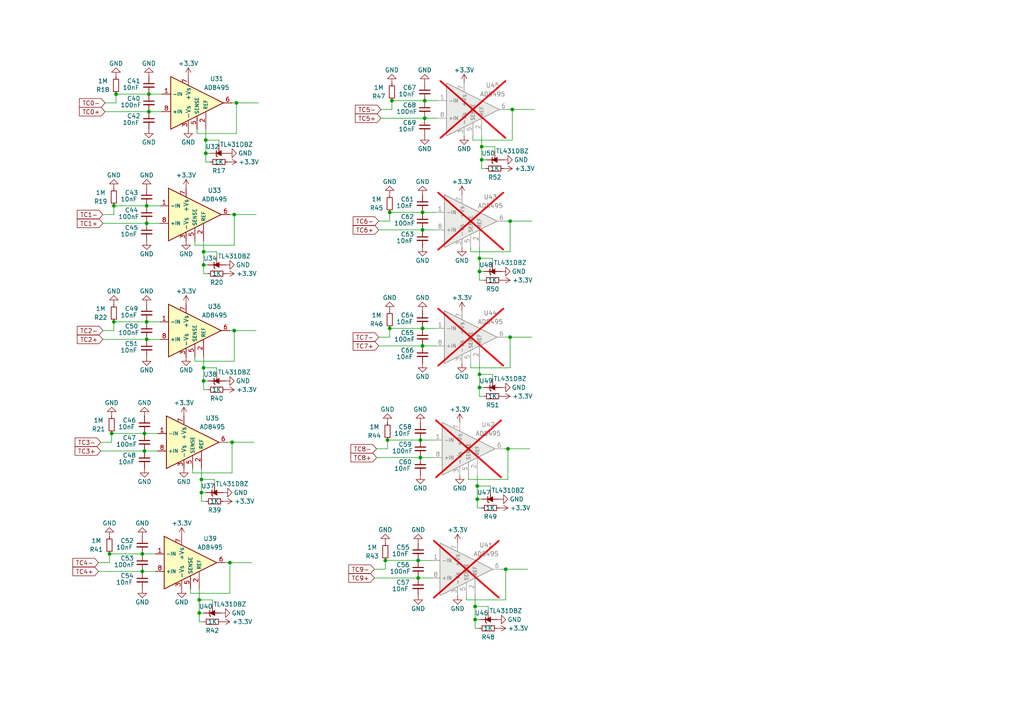
<source format=kicad_sch>
(kicad_sch (version 20230121) (generator eeschema)

  (uuid 87bd06ab-9a0e-4af3-a83b-3ad19e6e1630)

  (paper "A4")

  (lib_symbols
    (symbol "Device:C_Small" (pin_numbers hide) (pin_names (offset 0.254) hide) (in_bom yes) (on_board yes)
      (property "Reference" "C" (at 0.254 1.778 0)
        (effects (font (size 1.27 1.27)) (justify left))
      )
      (property "Value" "C_Small" (at 0.254 -2.032 0)
        (effects (font (size 1.27 1.27)) (justify left))
      )
      (property "Footprint" "" (at 0 0 0)
        (effects (font (size 1.27 1.27)) hide)
      )
      (property "Datasheet" "~" (at 0 0 0)
        (effects (font (size 1.27 1.27)) hide)
      )
      (property "ki_keywords" "capacitor cap" (at 0 0 0)
        (effects (font (size 1.27 1.27)) hide)
      )
      (property "ki_description" "Unpolarized capacitor, small symbol" (at 0 0 0)
        (effects (font (size 1.27 1.27)) hide)
      )
      (property "ki_fp_filters" "C_*" (at 0 0 0)
        (effects (font (size 1.27 1.27)) hide)
      )
      (symbol "C_Small_0_1"
        (polyline
          (pts
            (xy -1.524 -0.508)
            (xy 1.524 -0.508)
          )
          (stroke (width 0.3302) (type default))
          (fill (type none))
        )
        (polyline
          (pts
            (xy -1.524 0.508)
            (xy 1.524 0.508)
          )
          (stroke (width 0.3048) (type default))
          (fill (type none))
        )
      )
      (symbol "C_Small_1_1"
        (pin passive line (at 0 2.54 270) (length 2.032)
          (name "~" (effects (font (size 1.27 1.27))))
          (number "1" (effects (font (size 1.27 1.27))))
        )
        (pin passive line (at 0 -2.54 90) (length 2.032)
          (name "~" (effects (font (size 1.27 1.27))))
          (number "2" (effects (font (size 1.27 1.27))))
        )
      )
    )
    (symbol "Device:R_Small" (pin_numbers hide) (pin_names (offset 0.254) hide) (in_bom yes) (on_board yes)
      (property "Reference" "R" (at 0.762 0.508 0)
        (effects (font (size 1.27 1.27)) (justify left))
      )
      (property "Value" "R_Small" (at 0.762 -1.016 0)
        (effects (font (size 1.27 1.27)) (justify left))
      )
      (property "Footprint" "" (at 0 0 0)
        (effects (font (size 1.27 1.27)) hide)
      )
      (property "Datasheet" "~" (at 0 0 0)
        (effects (font (size 1.27 1.27)) hide)
      )
      (property "ki_keywords" "R resistor" (at 0 0 0)
        (effects (font (size 1.27 1.27)) hide)
      )
      (property "ki_description" "Resistor, small symbol" (at 0 0 0)
        (effects (font (size 1.27 1.27)) hide)
      )
      (property "ki_fp_filters" "R_*" (at 0 0 0)
        (effects (font (size 1.27 1.27)) hide)
      )
      (symbol "R_Small_0_1"
        (rectangle (start -0.762 1.778) (end 0.762 -1.778)
          (stroke (width 0.2032) (type default))
          (fill (type none))
        )
      )
      (symbol "R_Small_1_1"
        (pin passive line (at 0 2.54 270) (length 0.762)
          (name "~" (effects (font (size 1.27 1.27))))
          (number "1" (effects (font (size 1.27 1.27))))
        )
        (pin passive line (at 0 -2.54 90) (length 0.762)
          (name "~" (effects (font (size 1.27 1.27))))
          (number "2" (effects (font (size 1.27 1.27))))
        )
      )
    )
    (symbol "Reference_Voltage:TL431DBZ" (pin_numbers hide) (pin_names hide) (in_bom yes) (on_board yes)
      (property "Reference" "U" (at -2.54 2.54 0)
        (effects (font (size 1.27 1.27)))
      )
      (property "Value" "TL431DBZ" (at 0 -2.54 0)
        (effects (font (size 1.27 1.27)))
      )
      (property "Footprint" "Package_TO_SOT_SMD:SOT-23" (at 0 -3.81 0)
        (effects (font (size 1.27 1.27) italic) hide)
      )
      (property "Datasheet" "http://www.ti.com/lit/ds/symlink/tl431.pdf" (at 0 0 0)
        (effects (font (size 1.27 1.27) italic) hide)
      )
      (property "ki_keywords" "diode device shunt regulator" (at 0 0 0)
        (effects (font (size 1.27 1.27)) hide)
      )
      (property "ki_description" "Shunt Regulator, SOT-23" (at 0 0 0)
        (effects (font (size 1.27 1.27)) hide)
      )
      (property "ki_fp_filters" "SOT?23*" (at 0 0 0)
        (effects (font (size 1.27 1.27)) hide)
      )
      (symbol "TL431DBZ_0_1"
        (polyline
          (pts
            (xy -1.27 0)
            (xy 0 0)
            (xy 1.27 0)
          )
          (stroke (width 0) (type default))
          (fill (type none))
        )
        (polyline
          (pts
            (xy -0.762 0.762)
            (xy 0.762 0)
            (xy -0.762 -0.762)
          )
          (stroke (width 0) (type default))
          (fill (type outline))
        )
        (polyline
          (pts
            (xy 0.508 -1.016)
            (xy 0.762 -0.762)
            (xy 0.762 0.762)
            (xy 0.762 0.762)
          )
          (stroke (width 0.254) (type default))
          (fill (type none))
        )
      )
      (symbol "TL431DBZ_1_1"
        (pin passive line (at 2.54 0 180) (length 2.54)
          (name "K" (effects (font (size 1.27 1.27))))
          (number "1" (effects (font (size 1.27 1.27))))
        )
        (pin passive line (at 0 2.54 270) (length 2.54)
          (name "REF" (effects (font (size 1.27 1.27))))
          (number "2" (effects (font (size 1.27 1.27))))
        )
        (pin passive line (at -2.54 0 0) (length 2.54)
          (name "A" (effects (font (size 1.27 1.27))))
          (number "3" (effects (font (size 1.27 1.27))))
        )
      )
    )
    (symbol "Sensor_Temperature:AD8495" (in_bom yes) (on_board yes)
      (property "Reference" "U" (at 5.08 3.81 0)
        (effects (font (size 1.27 1.27)))
      )
      (property "Value" "AD8495" (at 8.89 -3.81 0)
        (effects (font (size 1.27 1.27)))
      )
      (property "Footprint" "Package_SO:MSOP-8_3x3mm_P0.65mm" (at 22.86 -6.35 0)
        (effects (font (size 1.27 1.27)) hide)
      )
      (property "Datasheet" "https://www.analog.com/media/en/technical-documentation/data-sheets/ad8494_8495_8496_8497.pdf" (at 0 0 0)
        (effects (font (size 1.27 1.27)) hide)
      )
      (property "ki_keywords" "Thermocouple Amp" (at 0 0 0)
        (effects (font (size 1.27 1.27)) hide)
      )
      (property "ki_description" "Precision Thermocouple Amplifiers with Cold Junction Compensation, K-Type Thermocouple, 0 to 50C, MSOP-8" (at 0 0 0)
        (effects (font (size 1.27 1.27)) hide)
      )
      (property "ki_fp_filters" "MSOP*8*" (at 0 0 0)
        (effects (font (size 1.27 1.27)) hide)
      )
      (symbol "AD8495_0_1"
        (polyline
          (pts
            (xy -7.62 7.62)
            (xy 7.62 0)
            (xy -7.62 -7.62)
            (xy -7.62 7.62)
          )
          (stroke (width 0.254) (type default))
          (fill (type background))
        )
      )
      (symbol "AD8495_1_1"
        (pin input line (at -10.16 2.54 0) (length 2.54)
          (name "-IN" (effects (font (size 1.016 1.016))))
          (number "1" (effects (font (size 1.27 1.27))))
        )
        (pin input line (at 2.54 -7.62 90) (length 5.08)
          (name "REF" (effects (font (size 1.016 1.016))))
          (number "2" (effects (font (size 1.27 1.27))))
        )
        (pin power_in line (at -2.54 -7.62 90) (length 2.54)
          (name "-Vs" (effects (font (size 1.27 1.27))))
          (number "3" (effects (font (size 1.27 1.27))))
        )
        (pin no_connect line (at -5.08 0 180) (length 2.54) hide
          (name "NC" (effects (font (size 1.27 1.27))))
          (number "4" (effects (font (size 1.27 1.27))))
        )
        (pin passive line (at 0 -7.62 90) (length 3.81)
          (name "SENSE" (effects (font (size 1.016 1.016))))
          (number "5" (effects (font (size 1.27 1.27))))
        )
        (pin output line (at 10.16 0 180) (length 2.54)
          (name "~" (effects (font (size 1.27 1.27))))
          (number "6" (effects (font (size 1.27 1.27))))
        )
        (pin power_in line (at -2.54 7.62 270) (length 2.54)
          (name "+Vs" (effects (font (size 1.27 1.27))))
          (number "7" (effects (font (size 1.27 1.27))))
        )
        (pin input line (at -10.16 -2.54 0) (length 2.54)
          (name "+IN" (effects (font (size 1.016 1.016))))
          (number "8" (effects (font (size 1.27 1.27))))
        )
      )
    )
    (symbol "power:+3.3V" (power) (pin_names (offset 0)) (in_bom yes) (on_board yes)
      (property "Reference" "#PWR" (at 0 -3.81 0)
        (effects (font (size 1.27 1.27)) hide)
      )
      (property "Value" "+3.3V" (at 0 3.556 0)
        (effects (font (size 1.27 1.27)))
      )
      (property "Footprint" "" (at 0 0 0)
        (effects (font (size 1.27 1.27)) hide)
      )
      (property "Datasheet" "" (at 0 0 0)
        (effects (font (size 1.27 1.27)) hide)
      )
      (property "ki_keywords" "global power" (at 0 0 0)
        (effects (font (size 1.27 1.27)) hide)
      )
      (property "ki_description" "Power symbol creates a global label with name \"+3.3V\"" (at 0 0 0)
        (effects (font (size 1.27 1.27)) hide)
      )
      (symbol "+3.3V_0_1"
        (polyline
          (pts
            (xy -0.762 1.27)
            (xy 0 2.54)
          )
          (stroke (width 0) (type default))
          (fill (type none))
        )
        (polyline
          (pts
            (xy 0 0)
            (xy 0 2.54)
          )
          (stroke (width 0) (type default))
          (fill (type none))
        )
        (polyline
          (pts
            (xy 0 2.54)
            (xy 0.762 1.27)
          )
          (stroke (width 0) (type default))
          (fill (type none))
        )
      )
      (symbol "+3.3V_1_1"
        (pin power_in line (at 0 0 90) (length 0) hide
          (name "+3.3V" (effects (font (size 1.27 1.27))))
          (number "1" (effects (font (size 1.27 1.27))))
        )
      )
    )
    (symbol "power:GND" (power) (pin_names (offset 0)) (in_bom yes) (on_board yes)
      (property "Reference" "#PWR" (at 0 -6.35 0)
        (effects (font (size 1.27 1.27)) hide)
      )
      (property "Value" "GND" (at 0 -3.81 0)
        (effects (font (size 1.27 1.27)))
      )
      (property "Footprint" "" (at 0 0 0)
        (effects (font (size 1.27 1.27)) hide)
      )
      (property "Datasheet" "" (at 0 0 0)
        (effects (font (size 1.27 1.27)) hide)
      )
      (property "ki_keywords" "global power" (at 0 0 0)
        (effects (font (size 1.27 1.27)) hide)
      )
      (property "ki_description" "Power symbol creates a global label with name \"GND\" , ground" (at 0 0 0)
        (effects (font (size 1.27 1.27)) hide)
      )
      (symbol "GND_0_1"
        (polyline
          (pts
            (xy 0 0)
            (xy 0 -1.27)
            (xy 1.27 -1.27)
            (xy 0 -2.54)
            (xy -1.27 -1.27)
            (xy 0 -1.27)
          )
          (stroke (width 0) (type default))
          (fill (type none))
        )
      )
      (symbol "GND_1_1"
        (pin power_in line (at 0 0 270) (length 0) hide
          (name "GND" (effects (font (size 1.27 1.27))))
          (number "1" (effects (font (size 1.27 1.27))))
        )
      )
    )
  )

  (junction (at 59.69 40.64) (diameter 0) (color 0 0 0 0)
    (uuid 0acf96f1-452e-460c-861d-2a4a456bee46)
  )
  (junction (at 33.02 93.345) (diameter 0) (color 0 0 0 0)
    (uuid 12735baf-2c86-4071-b888-ddcabc184077)
  )
  (junction (at 139.065 74.93) (diameter 0) (color 0 0 0 0)
    (uuid 145b4426-c538-4d8b-8179-97cff0613f59)
  )
  (junction (at 123.19 34.29) (diameter 0) (color 0 0 0 0)
    (uuid 152ecc50-8a54-49e0-93a6-6c6e1b336b3a)
  )
  (junction (at 139.065 78.74) (diameter 0) (color 0 0 0 0)
    (uuid 1660213f-50c1-4c18-84a2-4440bc803593)
  )
  (junction (at 122.555 95.25) (diameter 0) (color 0 0 0 0)
    (uuid 1a36177b-ef88-4fbd-8673-b6316fac34a5)
  )
  (junction (at 121.285 167.64) (diameter 0) (color 0 0 0 0)
    (uuid 1ec314a5-a235-48b8-ae3b-d64cf882f31f)
  )
  (junction (at 43.18 32.385) (diameter 0) (color 0 0 0 0)
    (uuid 28e4af3a-fe94-4c8f-90e3-58d963af12e3)
  )
  (junction (at 41.91 125.73) (diameter 0) (color 0 0 0 0)
    (uuid 3b83e265-0fa7-45eb-b403-6dbb9b27a73e)
  )
  (junction (at 67.945 62.23) (diameter 0) (color 0 0 0 0)
    (uuid 3c26ee1b-8800-458f-b566-dfbb942d48c1)
  )
  (junction (at 59.69 44.45) (diameter 0) (color 0 0 0 0)
    (uuid 41af77d0-7951-4efd-89b7-f6ed54b3cc9b)
  )
  (junction (at 41.275 160.655) (diameter 0) (color 0 0 0 0)
    (uuid 490a0e0c-8906-4545-9684-02b4d023a505)
  )
  (junction (at 59.055 106.68) (diameter 0) (color 0 0 0 0)
    (uuid 4a85b03c-8f67-40fd-9761-fc9f8c32b787)
  )
  (junction (at 32.385 125.73) (diameter 0) (color 0 0 0 0)
    (uuid 5140b5c5-bb82-4b2a-9cda-2eb932e1ed19)
  )
  (junction (at 59.055 76.835) (diameter 0) (color 0 0 0 0)
    (uuid 527e96b3-4400-4155-a410-d3babb6225e4)
  )
  (junction (at 122.555 100.33) (diameter 0) (color 0 0 0 0)
    (uuid 55b8df6c-b6c5-42f6-8a92-cae22cf669e9)
  )
  (junction (at 137.795 175.895) (diameter 0) (color 0 0 0 0)
    (uuid 569c7d30-9c90-4c7b-89be-59da040b0794)
  )
  (junction (at 42.545 98.425) (diameter 0) (color 0 0 0 0)
    (uuid 5aa2eab1-58d1-4a10-98b8-52cd583c2025)
  )
  (junction (at 57.785 177.8) (diameter 0) (color 0 0 0 0)
    (uuid 5bcd790a-aa1e-4248-aa08-72c7a4253852)
  )
  (junction (at 33.655 27.305) (diameter 0) (color 0 0 0 0)
    (uuid 5d39bce5-b983-4c26-aa31-2149393ab81c)
  )
  (junction (at 123.19 29.21) (diameter 0) (color 0 0 0 0)
    (uuid 5f3140e3-5594-4306-ae02-43a56be9a102)
  )
  (junction (at 113.03 61.595) (diameter 0) (color 0 0 0 0)
    (uuid 5f484235-2f44-4a03-bb8c-005769e0ffb6)
  )
  (junction (at 121.285 162.56) (diameter 0) (color 0 0 0 0)
    (uuid 611da3af-2238-4c0a-90af-054518fd6c22)
  )
  (junction (at 139.065 112.395) (diameter 0) (color 0 0 0 0)
    (uuid 63235cb8-d41d-40dc-97a3-3bb33388db2f)
  )
  (junction (at 146.685 165.1) (diameter 0) (color 0 0 0 0)
    (uuid 63930b65-9459-4e6b-b66a-786afc5dcf5a)
  )
  (junction (at 147.955 64.135) (diameter 0) (color 0 0 0 0)
    (uuid 6f15968a-dbe9-4e53-aa9f-f3914778b869)
  )
  (junction (at 58.42 142.875) (diameter 0) (color 0 0 0 0)
    (uuid 7cbe17e1-47d5-4f93-96c4-98e2395d8d9f)
  )
  (junction (at 121.92 132.715) (diameter 0) (color 0 0 0 0)
    (uuid 82b52a11-9849-4e03-b888-12b7aacfbf67)
  )
  (junction (at 42.545 59.69) (diameter 0) (color 0 0 0 0)
    (uuid 8e081556-e681-4cd5-b778-703e979304bb)
  )
  (junction (at 139.7 46.355) (diameter 0) (color 0 0 0 0)
    (uuid 8eccdae4-7f04-412b-b620-9f5a9aa9d59c)
  )
  (junction (at 42.545 93.345) (diameter 0) (color 0 0 0 0)
    (uuid 91ef4c28-57ba-45af-9003-f1e062125054)
  )
  (junction (at 112.395 127.635) (diameter 0) (color 0 0 0 0)
    (uuid 93992ad9-db92-4452-ab98-f0c727872c36)
  )
  (junction (at 122.555 66.675) (diameter 0) (color 0 0 0 0)
    (uuid 9dce4be2-865e-4d6f-9560-d4d382afdaf8)
  )
  (junction (at 68.58 29.845) (diameter 0) (color 0 0 0 0)
    (uuid 9e68a6ec-5dc6-47b1-afeb-09b62f7ec46d)
  )
  (junction (at 139.7 42.545) (diameter 0) (color 0 0 0 0)
    (uuid a0d5546e-33cc-4908-a2a2-c4acbf49e64c)
  )
  (junction (at 67.31 128.27) (diameter 0) (color 0 0 0 0)
    (uuid aaa4499d-4dab-43f6-8841-292a80b8afb5)
  )
  (junction (at 59.055 110.49) (diameter 0) (color 0 0 0 0)
    (uuid b514f61c-55d8-4e94-94a1-f042ce11c265)
  )
  (junction (at 122.555 61.595) (diameter 0) (color 0 0 0 0)
    (uuid b54ab411-7105-4d4e-857a-62aa2c2247c4)
  )
  (junction (at 137.795 179.705) (diameter 0) (color 0 0 0 0)
    (uuid b68a5ab0-ae7b-496f-9368-87fcc9cc414d)
  )
  (junction (at 66.675 163.195) (diameter 0) (color 0 0 0 0)
    (uuid bc48e2ef-61c9-4a4d-bab0-543c259472c1)
  )
  (junction (at 139.065 108.585) (diameter 0) (color 0 0 0 0)
    (uuid bd007bd0-fb0c-4faa-8eca-91eb5e4f1975)
  )
  (junction (at 41.275 165.735) (diameter 0) (color 0 0 0 0)
    (uuid c10c3154-af56-4e2a-9a22-291becaa7ffd)
  )
  (junction (at 43.18 27.305) (diameter 0) (color 0 0 0 0)
    (uuid c1355226-d6ea-4f8f-8231-9501bb36af4a)
  )
  (junction (at 41.91 130.81) (diameter 0) (color 0 0 0 0)
    (uuid c19468aa-bfec-4cce-beb4-d48250fd991d)
  )
  (junction (at 113.03 95.25) (diameter 0) (color 0 0 0 0)
    (uuid c3728e44-b40c-4bfc-860c-615e766e0a3b)
  )
  (junction (at 138.43 140.97) (diameter 0) (color 0 0 0 0)
    (uuid c3add5e5-e8b9-483a-a38d-9dd0fbd71e23)
  )
  (junction (at 58.42 139.065) (diameter 0) (color 0 0 0 0)
    (uuid cf70dd4e-aaae-494d-8a7c-2e12b6a6ad97)
  )
  (junction (at 148.59 31.75) (diameter 0) (color 0 0 0 0)
    (uuid d5c8f7b4-070d-41f7-9e82-9c19029e19b1)
  )
  (junction (at 67.945 95.885) (diameter 0) (color 0 0 0 0)
    (uuid d6397e3e-9d01-46e7-923b-5ecbb014d93d)
  )
  (junction (at 33.02 59.69) (diameter 0) (color 0 0 0 0)
    (uuid dc0a4c4b-cedf-4769-aad1-b160217c8810)
  )
  (junction (at 42.545 64.77) (diameter 0) (color 0 0 0 0)
    (uuid e051a93a-04fd-4f96-96a9-fec9cb09454d)
  )
  (junction (at 121.92 127.635) (diameter 0) (color 0 0 0 0)
    (uuid e443a6d1-6d9a-4c96-b069-5e40d4a6437e)
  )
  (junction (at 147.955 97.79) (diameter 0) (color 0 0 0 0)
    (uuid e9793bbf-97e6-48b6-bd73-008eb297d3d2)
  )
  (junction (at 147.32 130.175) (diameter 0) (color 0 0 0 0)
    (uuid ecba44da-d3fe-49b5-b93e-2b4903faa3b1)
  )
  (junction (at 113.665 29.21) (diameter 0) (color 0 0 0 0)
    (uuid ed0a106c-7ab0-4695-bb7b-925b885cc35c)
  )
  (junction (at 57.785 173.99) (diameter 0) (color 0 0 0 0)
    (uuid ed4665d9-df6d-4b69-8f4f-705da1ef348b)
  )
  (junction (at 59.055 73.025) (diameter 0) (color 0 0 0 0)
    (uuid f6c52381-ce27-49e0-ab65-c33999ca869c)
  )
  (junction (at 138.43 144.78) (diameter 0) (color 0 0 0 0)
    (uuid fac487e4-156f-4674-bcc1-5daf739f6a7c)
  )
  (junction (at 31.75 160.655) (diameter 0) (color 0 0 0 0)
    (uuid fb6054c8-24d1-4c3e-852e-b61b5580a43d)
  )
  (junction (at 111.76 162.56) (diameter 0) (color 0 0 0 0)
    (uuid fec48166-c0cd-47d9-b967-2709d5ca11bc)
  )

  (wire (pts (xy 113.665 29.21) (xy 123.19 29.21))
    (stroke (width 0) (type default))
    (uuid 01041233-6b20-478d-9e69-a756abebb36c)
  )
  (wire (pts (xy 68.58 29.845) (xy 68.58 38.735))
    (stroke (width 0) (type default))
    (uuid 011a1454-9aad-4e1a-8ad5-f93f615262bf)
  )
  (wire (pts (xy 142.875 74.93) (xy 139.065 74.93))
    (stroke (width 0) (type default))
    (uuid 027504d7-863d-457d-b296-a19fa7aa0fb8)
  )
  (wire (pts (xy 67.945 62.23) (xy 67.945 71.12))
    (stroke (width 0) (type default))
    (uuid 059cca1e-374f-46a2-a4a4-f222f9009b0c)
  )
  (wire (pts (xy 29.845 64.77) (xy 42.545 64.77))
    (stroke (width 0) (type default))
    (uuid 06329f56-d9f0-4ced-8d73-3a9e79c7c91d)
  )
  (wire (pts (xy 33.655 27.305) (xy 43.18 27.305))
    (stroke (width 0) (type default))
    (uuid 063c49b5-b843-4bf5-8137-34144126a6d3)
  )
  (wire (pts (xy 32.385 125.73) (xy 41.91 125.73))
    (stroke (width 0) (type default))
    (uuid 06905dab-0eaf-4c06-8902-848a8852ecb6)
  )
  (wire (pts (xy 56.515 71.12) (xy 56.515 69.85))
    (stroke (width 0) (type default))
    (uuid 06cf7429-35ec-4863-829b-c9db93a19800)
  )
  (wire (pts (xy 140.335 78.74) (xy 139.065 78.74))
    (stroke (width 0) (type default))
    (uuid 07e1a649-c427-4f82-a730-82f3c97bfb52)
  )
  (wire (pts (xy 31.75 160.655) (xy 41.275 160.655))
    (stroke (width 0) (type default))
    (uuid 0883ac22-082f-4544-b1ea-c2f012ee1389)
  )
  (wire (pts (xy 66.04 128.27) (xy 67.31 128.27))
    (stroke (width 0) (type default))
    (uuid 09c51afe-d64f-480a-954d-6144064dee02)
  )
  (wire (pts (xy 55.88 137.16) (xy 55.88 135.89))
    (stroke (width 0) (type default))
    (uuid 0b4d5ae2-dabe-491c-90d5-a55695bde9d9)
  )
  (wire (pts (xy 146.685 64.135) (xy 147.955 64.135))
    (stroke (width 0) (type default))
    (uuid 0b928e79-5141-4a26-8449-526d8aecedfe)
  )
  (wire (pts (xy 33.02 93.345) (xy 42.545 93.345))
    (stroke (width 0) (type default))
    (uuid 0c2d07fb-473e-41e6-be7c-d0f7cca0d2b5)
  )
  (wire (pts (xy 147.955 64.135) (xy 147.955 73.025))
    (stroke (width 0) (type default))
    (uuid 0cc52bf0-4e0c-48e7-8681-312d3b6fda32)
  )
  (wire (pts (xy 29.21 130.81) (xy 41.91 130.81))
    (stroke (width 0) (type default))
    (uuid 0e3d557f-ed06-47b1-b07a-74a2bf0fbac7)
  )
  (wire (pts (xy 67.945 95.885) (xy 67.945 104.775))
    (stroke (width 0) (type default))
    (uuid 0e48d933-9745-4702-8304-d51026c6e5fb)
  )
  (wire (pts (xy 67.945 62.23) (xy 74.295 62.23))
    (stroke (width 0) (type default))
    (uuid 0ecefdd8-5c06-422c-b3fa-4a5b972302c0)
  )
  (wire (pts (xy 59.055 103.505) (xy 59.055 106.68))
    (stroke (width 0) (type default))
    (uuid 0f7a906c-263f-4160-ab0a-0cea8b02852c)
  )
  (wire (pts (xy 113.03 61.595) (xy 122.555 61.595))
    (stroke (width 0) (type default))
    (uuid 121ff4bc-27de-45cf-8d9b-ce26803ba903)
  )
  (wire (pts (xy 147.955 64.135) (xy 154.305 64.135))
    (stroke (width 0) (type default))
    (uuid 1252d865-c05a-451b-82b3-b56ec900b18f)
  )
  (wire (pts (xy 33.02 59.69) (xy 42.545 59.69))
    (stroke (width 0) (type default))
    (uuid 187948a1-ee2f-4191-85af-5b7b4c54e569)
  )
  (wire (pts (xy 136.525 106.68) (xy 136.525 105.41))
    (stroke (width 0) (type default))
    (uuid 18fd9716-1e80-40df-bf43-4eebcb69a1e1)
  )
  (wire (pts (xy 146.05 130.175) (xy 147.32 130.175))
    (stroke (width 0) (type default))
    (uuid 19af594b-0466-439b-8f81-301abc7f3e8a)
  )
  (wire (pts (xy 66.675 163.195) (xy 66.675 172.085))
    (stroke (width 0) (type default))
    (uuid 1a0dd0e6-1229-4bc3-8d69-13712383bdb0)
  )
  (wire (pts (xy 59.055 113.03) (xy 60.325 113.03))
    (stroke (width 0) (type default))
    (uuid 1a5681b4-a777-4e4d-b5a3-b9cb77a93db2)
  )
  (wire (pts (xy 42.545 98.425) (xy 46.355 98.425))
    (stroke (width 0) (type default))
    (uuid 1b0298bb-789e-4e34-9c2e-e16075342324)
  )
  (wire (pts (xy 29.21 128.27) (xy 32.385 128.27))
    (stroke (width 0) (type default))
    (uuid 1b41f917-0505-4562-bfbf-9328bf0fa838)
  )
  (wire (pts (xy 31.75 163.195) (xy 31.75 160.655))
    (stroke (width 0) (type default))
    (uuid 1cf81690-b1ca-464a-b1d2-b1f5a9fa0948)
  )
  (wire (pts (xy 68.58 29.845) (xy 74.93 29.845))
    (stroke (width 0) (type default))
    (uuid 1d6d8b85-6dd9-44d4-8ba9-123ccc1e4996)
  )
  (wire (pts (xy 142.24 142.24) (xy 142.24 140.97))
    (stroke (width 0) (type default))
    (uuid 200228a2-1866-4fdc-928b-2c0c8d06f761)
  )
  (wire (pts (xy 147.955 97.79) (xy 147.955 106.68))
    (stroke (width 0) (type default))
    (uuid 20cfa830-e7ed-455e-9a2b-3325cbd1e0a7)
  )
  (wire (pts (xy 33.655 29.845) (xy 33.655 27.305))
    (stroke (width 0) (type default))
    (uuid 21505f07-546c-4365-904c-239213f79183)
  )
  (wire (pts (xy 57.785 177.8) (xy 57.785 180.34))
    (stroke (width 0) (type default))
    (uuid 235f2290-b1ef-414f-94d2-f601b2b28826)
  )
  (wire (pts (xy 62.23 140.335) (xy 62.23 139.065))
    (stroke (width 0) (type default))
    (uuid 258bcb85-aa19-48d5-b700-62c3ebdbef18)
  )
  (wire (pts (xy 147.32 139.065) (xy 135.89 139.065))
    (stroke (width 0) (type default))
    (uuid 26848515-2cd9-45f9-8d86-062782012a53)
  )
  (wire (pts (xy 109.855 97.79) (xy 113.03 97.79))
    (stroke (width 0) (type default))
    (uuid 26dc29ad-2e62-4829-87cc-889703968e2b)
  )
  (wire (pts (xy 137.795 182.245) (xy 139.065 182.245))
    (stroke (width 0) (type default))
    (uuid 2be4789e-7c91-4bef-b122-9acbc8ad2248)
  )
  (wire (pts (xy 137.795 175.895) (xy 137.795 179.705))
    (stroke (width 0) (type default))
    (uuid 2daef7ac-cf60-4d4b-adfb-8af92357da7e)
  )
  (wire (pts (xy 135.89 139.065) (xy 135.89 137.795))
    (stroke (width 0) (type default))
    (uuid 31b2df99-ce87-4bf2-8d98-9186add4660a)
  )
  (wire (pts (xy 122.555 100.33) (xy 126.365 100.33))
    (stroke (width 0) (type default))
    (uuid 31c546be-0367-4417-b086-f0fcb7322518)
  )
  (wire (pts (xy 137.16 40.64) (xy 137.16 39.37))
    (stroke (width 0) (type default))
    (uuid 32d33cb2-6fea-427c-ba48-f2550b88f581)
  )
  (wire (pts (xy 136.525 73.025) (xy 136.525 71.755))
    (stroke (width 0) (type default))
    (uuid 34b2e356-e367-450d-aec5-7a2ec93fa69c)
  )
  (wire (pts (xy 147.955 97.79) (xy 154.305 97.79))
    (stroke (width 0) (type default))
    (uuid 34f03103-0a36-43e4-bca4-9cf940ec25c0)
  )
  (wire (pts (xy 139.065 74.93) (xy 139.065 78.74))
    (stroke (width 0) (type default))
    (uuid 37833ea5-2b4c-49a5-83c1-2e79de128512)
  )
  (wire (pts (xy 139.065 78.74) (xy 139.065 81.28))
    (stroke (width 0) (type default))
    (uuid 38fb645d-8ac1-4485-93a0-8fbcca2f8b69)
  )
  (wire (pts (xy 58.42 135.89) (xy 58.42 139.065))
    (stroke (width 0) (type default))
    (uuid 3a62cde8-cc99-411c-8d8c-1f45b2c79b25)
  )
  (wire (pts (xy 61.595 175.26) (xy 61.595 173.99))
    (stroke (width 0) (type default))
    (uuid 3c951039-24cc-4bd5-9348-76372200ebc3)
  )
  (wire (pts (xy 141.605 175.895) (xy 137.795 175.895))
    (stroke (width 0) (type default))
    (uuid 4091e369-4cb4-4e43-bd2c-cbf2e774dbf6)
  )
  (wire (pts (xy 62.865 74.295) (xy 62.865 73.025))
    (stroke (width 0) (type default))
    (uuid 4110bacd-32a3-4d2b-af2a-c5d11a9901b6)
  )
  (wire (pts (xy 66.675 62.23) (xy 67.945 62.23))
    (stroke (width 0) (type default))
    (uuid 4129af1e-505e-4dea-969d-efec27953eb9)
  )
  (wire (pts (xy 111.76 162.56) (xy 121.285 162.56))
    (stroke (width 0) (type default))
    (uuid 420a7364-568c-45a2-bbab-bea7a5c134f2)
  )
  (wire (pts (xy 59.055 79.375) (xy 60.325 79.375))
    (stroke (width 0) (type default))
    (uuid 45622187-9c4b-44ec-a019-3f25a91e45a2)
  )
  (wire (pts (xy 29.845 95.885) (xy 33.02 95.885))
    (stroke (width 0) (type default))
    (uuid 4575351e-b0ad-41b8-9e53-66af1fe23f1b)
  )
  (wire (pts (xy 59.055 177.8) (xy 57.785 177.8))
    (stroke (width 0) (type default))
    (uuid 4593d892-8708-4dc7-8b0e-83ed7fd3cf7c)
  )
  (wire (pts (xy 148.59 31.75) (xy 154.94 31.75))
    (stroke (width 0) (type default))
    (uuid 492118ed-83be-4980-9280-c82f1ff4e661)
  )
  (wire (pts (xy 59.69 142.875) (xy 58.42 142.875))
    (stroke (width 0) (type default))
    (uuid 4a513885-6d95-48ea-b132-fc3fc41bd34c)
  )
  (wire (pts (xy 138.43 144.78) (xy 138.43 147.32))
    (stroke (width 0) (type default))
    (uuid 4aea5c1d-fdc0-4c7a-9a90-91b74be8992e)
  )
  (wire (pts (xy 42.545 64.77) (xy 46.355 64.77))
    (stroke (width 0) (type default))
    (uuid 4bfa6ba3-7ebc-4dd8-b4b7-462f569f4a0d)
  )
  (wire (pts (xy 66.675 172.085) (xy 55.245 172.085))
    (stroke (width 0) (type default))
    (uuid 4c5d3356-6d82-49e4-9486-7c42618463db)
  )
  (wire (pts (xy 28.575 165.735) (xy 41.275 165.735))
    (stroke (width 0) (type default))
    (uuid 4d443833-f4b6-47b4-8bb5-f85084936472)
  )
  (wire (pts (xy 142.24 140.97) (xy 138.43 140.97))
    (stroke (width 0) (type default))
    (uuid 51689b56-d4f9-48d7-9d60-1825a9d89a69)
  )
  (wire (pts (xy 43.18 27.305) (xy 46.99 27.305))
    (stroke (width 0) (type default))
    (uuid 51f1485c-bdf5-49bf-a234-5576a80c5479)
  )
  (wire (pts (xy 33.02 62.23) (xy 33.02 59.69))
    (stroke (width 0) (type default))
    (uuid 53365689-db11-416c-8d25-06d7b33464a4)
  )
  (wire (pts (xy 59.69 37.465) (xy 59.69 40.64))
    (stroke (width 0) (type default))
    (uuid 594dc8b5-f31c-4017-ba36-ea1e96353297)
  )
  (wire (pts (xy 42.545 59.69) (xy 46.355 59.69))
    (stroke (width 0) (type default))
    (uuid 5ca7fb61-f008-4f0a-8529-1b163291f471)
  )
  (wire (pts (xy 60.325 110.49) (xy 59.055 110.49))
    (stroke (width 0) (type default))
    (uuid 5cef0e3c-f5ca-4eb1-9106-241cd90d5e46)
  )
  (wire (pts (xy 147.32 31.75) (xy 148.59 31.75))
    (stroke (width 0) (type default))
    (uuid 5dc2407e-b450-4f56-9410-73f1d8f16c44)
  )
  (wire (pts (xy 30.48 32.385) (xy 43.18 32.385))
    (stroke (width 0) (type default))
    (uuid 5f46c606-942a-45df-a86c-5db90dd777ef)
  )
  (wire (pts (xy 58.42 142.875) (xy 58.42 145.415))
    (stroke (width 0) (type default))
    (uuid 5f9ffb9d-0404-42cd-8d70-c4232959bf34)
  )
  (wire (pts (xy 66.675 163.195) (xy 73.025 163.195))
    (stroke (width 0) (type default))
    (uuid 620c5244-15c6-4705-b9cd-bc1dd14618ed)
  )
  (wire (pts (xy 142.875 76.2) (xy 142.875 74.93))
    (stroke (width 0) (type default))
    (uuid 6239285a-2aa4-45c0-acdd-8ff7902e635b)
  )
  (wire (pts (xy 43.18 32.385) (xy 46.99 32.385))
    (stroke (width 0) (type default))
    (uuid 63113da3-bceb-4a98-99e8-aeff99938336)
  )
  (wire (pts (xy 28.575 163.195) (xy 31.75 163.195))
    (stroke (width 0) (type default))
    (uuid 644116c7-e636-4085-99d0-54d97b313a64)
  )
  (wire (pts (xy 137.795 172.72) (xy 137.795 175.895))
    (stroke (width 0) (type default))
    (uuid 657bbd42-8b47-407b-b5bd-772fa6092633)
  )
  (wire (pts (xy 140.97 46.355) (xy 139.7 46.355))
    (stroke (width 0) (type default))
    (uuid 65cbe854-1e96-4cdb-9f5c-9bfeb2934775)
  )
  (wire (pts (xy 139.7 46.355) (xy 139.7 48.895))
    (stroke (width 0) (type default))
    (uuid 66e4edbb-9ff3-4985-929a-f07ce9dd1ffb)
  )
  (wire (pts (xy 55.245 172.085) (xy 55.245 170.815))
    (stroke (width 0) (type default))
    (uuid 68192798-bb6c-4297-889d-2eaa87810a6d)
  )
  (wire (pts (xy 111.76 165.1) (xy 111.76 162.56))
    (stroke (width 0) (type default))
    (uuid 6c44f855-c534-44e4-8bd7-b92577180536)
  )
  (wire (pts (xy 121.92 132.715) (xy 125.73 132.715))
    (stroke (width 0) (type default))
    (uuid 6e54b4d5-f0c3-431d-859f-3c1ca7881360)
  )
  (wire (pts (xy 62.865 107.95) (xy 62.865 106.68))
    (stroke (width 0) (type default))
    (uuid 6e81335b-65a4-407c-ac8e-4d334dcf6e5d)
  )
  (wire (pts (xy 109.855 64.135) (xy 113.03 64.135))
    (stroke (width 0) (type default))
    (uuid 6f5d31ab-2628-4ded-b74c-157a293c2f3a)
  )
  (wire (pts (xy 41.275 160.655) (xy 45.085 160.655))
    (stroke (width 0) (type default))
    (uuid 703e633b-e21b-4529-9659-14a36bb0b601)
  )
  (wire (pts (xy 147.955 106.68) (xy 136.525 106.68))
    (stroke (width 0) (type default))
    (uuid 734ce4fb-88a5-4e69-a5ee-8f25ca6bd50a)
  )
  (wire (pts (xy 29.845 62.23) (xy 33.02 62.23))
    (stroke (width 0) (type default))
    (uuid 7440fd6d-1fcc-45e9-bace-88d4fa153404)
  )
  (wire (pts (xy 32.385 128.27) (xy 32.385 125.73))
    (stroke (width 0) (type default))
    (uuid 744f4e87-d4f5-41a5-b104-e297cf3398d4)
  )
  (wire (pts (xy 68.58 38.735) (xy 57.15 38.735))
    (stroke (width 0) (type default))
    (uuid 767fda71-6c5f-4828-8f1f-1f77dc74b778)
  )
  (wire (pts (xy 139.7 144.78) (xy 138.43 144.78))
    (stroke (width 0) (type default))
    (uuid 7a68d15e-58fe-409e-aa77-a731fff71ad5)
  )
  (wire (pts (xy 109.855 66.675) (xy 122.555 66.675))
    (stroke (width 0) (type default))
    (uuid 7ab014f2-12e4-4616-92ee-85e9a38a0818)
  )
  (wire (pts (xy 113.03 97.79) (xy 113.03 95.25))
    (stroke (width 0) (type default))
    (uuid 7b073cd8-df9e-4fbb-a44e-eecf9951029d)
  )
  (wire (pts (xy 141.605 177.165) (xy 141.605 175.895))
    (stroke (width 0) (type default))
    (uuid 7c32cfd7-9b1a-4940-a643-8053ed5b31ab)
  )
  (wire (pts (xy 56.515 104.775) (xy 56.515 103.505))
    (stroke (width 0) (type default))
    (uuid 7dfce225-2b06-4e62-abab-3971f2a36057)
  )
  (wire (pts (xy 59.055 106.68) (xy 59.055 110.49))
    (stroke (width 0) (type default))
    (uuid 7edeb88b-30ba-4742-a8c7-23252bbb7daa)
  )
  (wire (pts (xy 67.31 137.16) (xy 55.88 137.16))
    (stroke (width 0) (type default))
    (uuid 7f9a7f2a-afac-47a7-9959-71eb938e343f)
  )
  (wire (pts (xy 123.19 34.29) (xy 127 34.29))
    (stroke (width 0) (type default))
    (uuid 8004adfd-d864-4307-b640-c2e180c02e39)
  )
  (wire (pts (xy 143.51 42.545) (xy 139.7 42.545))
    (stroke (width 0) (type default))
    (uuid 8049e9de-f72e-45a0-83c0-8cef329ff0c2)
  )
  (wire (pts (xy 148.59 40.64) (xy 137.16 40.64))
    (stroke (width 0) (type default))
    (uuid 808c3132-1527-4fb9-889d-be644411ef69)
  )
  (wire (pts (xy 62.865 73.025) (xy 59.055 73.025))
    (stroke (width 0) (type default))
    (uuid 87b8bf3f-235c-47be-9418-86bea795eb21)
  )
  (wire (pts (xy 122.555 95.25) (xy 126.365 95.25))
    (stroke (width 0) (type default))
    (uuid 8ab9b4b3-c488-420f-8a29-f6bf84aa22a9)
  )
  (wire (pts (xy 33.02 95.885) (xy 33.02 93.345))
    (stroke (width 0) (type default))
    (uuid 8b3ce0e6-b9b5-4888-9c96-d8d2e7bdec69)
  )
  (wire (pts (xy 121.92 127.635) (xy 125.73 127.635))
    (stroke (width 0) (type default))
    (uuid 8b67ef31-442b-4b1b-a989-1c4899ad7cba)
  )
  (wire (pts (xy 59.055 73.025) (xy 59.055 76.835))
    (stroke (width 0) (type default))
    (uuid 8b943aa4-3304-4891-80db-046521217019)
  )
  (wire (pts (xy 67.945 104.775) (xy 56.515 104.775))
    (stroke (width 0) (type default))
    (uuid 8cc15159-dd39-483b-a963-36065e76a4b1)
  )
  (wire (pts (xy 62.865 106.68) (xy 59.055 106.68))
    (stroke (width 0) (type default))
    (uuid 90790ee3-a7bb-466a-9485-fb9ad7986c21)
  )
  (wire (pts (xy 139.7 42.545) (xy 139.7 46.355))
    (stroke (width 0) (type default))
    (uuid 92ae5df8-6529-4f58-a541-08d232bd7c44)
  )
  (wire (pts (xy 41.91 125.73) (xy 45.72 125.73))
    (stroke (width 0) (type default))
    (uuid 9425c14f-2b62-4cc4-8ad5-9473650f3c0d)
  )
  (wire (pts (xy 139.065 114.935) (xy 140.335 114.935))
    (stroke (width 0) (type default))
    (uuid 95221149-1363-4439-98c3-a86e7a504106)
  )
  (wire (pts (xy 135.255 173.99) (xy 135.255 172.72))
    (stroke (width 0) (type default))
    (uuid 96735c51-4ab6-4444-bb0c-090f2bf3c1f1)
  )
  (wire (pts (xy 67.31 128.27) (xy 73.66 128.27))
    (stroke (width 0) (type default))
    (uuid 9792b1e7-1866-468b-aeb9-e54f0dbe0eec)
  )
  (wire (pts (xy 146.685 97.79) (xy 147.955 97.79))
    (stroke (width 0) (type default))
    (uuid 9b4e826a-d3d6-4e1d-9016-3a904b91a3e6)
  )
  (wire (pts (xy 109.855 100.33) (xy 122.555 100.33))
    (stroke (width 0) (type default))
    (uuid 9d3010fe-a14a-4407-bc2b-ba3242ed8e8f)
  )
  (wire (pts (xy 139.065 81.28) (xy 140.335 81.28))
    (stroke (width 0) (type default))
    (uuid 9f3627b8-9d7b-4546-aafa-016b3c3bd2be)
  )
  (wire (pts (xy 61.595 173.99) (xy 57.785 173.99))
    (stroke (width 0) (type default))
    (uuid a1826cdb-7b17-46a7-84a0-e437fc02eccf)
  )
  (wire (pts (xy 59.69 44.45) (xy 59.69 46.99))
    (stroke (width 0) (type default))
    (uuid a1eb1001-b033-4c42-8501-d2530d68101d)
  )
  (wire (pts (xy 57.785 180.34) (xy 59.055 180.34))
    (stroke (width 0) (type default))
    (uuid a26a0e17-d6a0-423d-b1f7-2a7c3cd9daa6)
  )
  (wire (pts (xy 57.785 170.815) (xy 57.785 173.99))
    (stroke (width 0) (type default))
    (uuid a2a58fb5-f231-4724-a33a-864daaf7fe44)
  )
  (wire (pts (xy 122.555 61.595) (xy 126.365 61.595))
    (stroke (width 0) (type default))
    (uuid a43d73d0-7534-45b8-ad7d-b7db8f3e8842)
  )
  (wire (pts (xy 62.23 139.065) (xy 58.42 139.065))
    (stroke (width 0) (type default))
    (uuid a700d084-5054-451a-9a50-dce7f6278b0c)
  )
  (wire (pts (xy 146.685 165.1) (xy 153.035 165.1))
    (stroke (width 0) (type default))
    (uuid a75e33cc-42a2-4786-a584-97086f3104f6)
  )
  (wire (pts (xy 139.065 179.705) (xy 137.795 179.705))
    (stroke (width 0) (type default))
    (uuid a8db7682-97a8-44df-92b1-86759d0bdb74)
  )
  (wire (pts (xy 67.945 71.12) (xy 56.515 71.12))
    (stroke (width 0) (type default))
    (uuid ab4074a4-8948-4da2-822b-24ae5b16da41)
  )
  (wire (pts (xy 67.945 95.885) (xy 74.295 95.885))
    (stroke (width 0) (type default))
    (uuid acd53239-f820-4f26-907c-707a27dc2f6d)
  )
  (wire (pts (xy 65.405 163.195) (xy 66.675 163.195))
    (stroke (width 0) (type default))
    (uuid ae24a2c3-69df-4b38-b9e9-1f9050bdd91b)
  )
  (wire (pts (xy 147.32 130.175) (xy 147.32 139.065))
    (stroke (width 0) (type default))
    (uuid af796ab0-a0bc-4550-871b-e738980c2461)
  )
  (wire (pts (xy 66.675 95.885) (xy 67.945 95.885))
    (stroke (width 0) (type default))
    (uuid b40aaffc-4baa-4f38-a6b7-c90ca88f4714)
  )
  (wire (pts (xy 60.96 44.45) (xy 59.69 44.45))
    (stroke (width 0) (type default))
    (uuid b760385c-39cc-4dcf-b0e1-1f7eef9a0890)
  )
  (wire (pts (xy 57.785 173.99) (xy 57.785 177.8))
    (stroke (width 0) (type default))
    (uuid b81c184c-1d3e-4ef9-8923-c231cdd99757)
  )
  (wire (pts (xy 108.585 167.64) (xy 121.285 167.64))
    (stroke (width 0) (type default))
    (uuid ba7c3e16-aea7-45da-804e-e308ccdd73ab)
  )
  (wire (pts (xy 108.585 165.1) (xy 111.76 165.1))
    (stroke (width 0) (type default))
    (uuid bb035d6f-c003-4214-87b7-ae33d05951b7)
  )
  (wire (pts (xy 138.43 137.795) (xy 138.43 140.97))
    (stroke (width 0) (type default))
    (uuid bb693032-63bd-4b8c-ab9d-5032f1819654)
  )
  (wire (pts (xy 58.42 145.415) (xy 59.69 145.415))
    (stroke (width 0) (type default))
    (uuid bcff2bba-71ea-429e-a85c-697688518340)
  )
  (wire (pts (xy 63.5 41.91) (xy 63.5 40.64))
    (stroke (width 0) (type default))
    (uuid bd1aaba2-6c41-4802-b5bb-8a32e425d12e)
  )
  (wire (pts (xy 137.795 179.705) (xy 137.795 182.245))
    (stroke (width 0) (type default))
    (uuid bdbc2aa5-ac1b-49c6-9ffb-479db1694660)
  )
  (wire (pts (xy 63.5 40.64) (xy 59.69 40.64))
    (stroke (width 0) (type default))
    (uuid bf32000f-fa83-43c3-8ed2-b503f5ccf0d7)
  )
  (wire (pts (xy 67.31 29.845) (xy 68.58 29.845))
    (stroke (width 0) (type default))
    (uuid c0683a0c-f0f4-4a37-9293-8c8cf7917325)
  )
  (wire (pts (xy 67.31 128.27) (xy 67.31 137.16))
    (stroke (width 0) (type default))
    (uuid c75d5e45-ba6d-4ffa-a5c5-01a3dbc777d2)
  )
  (wire (pts (xy 41.275 165.735) (xy 45.085 165.735))
    (stroke (width 0) (type default))
    (uuid cb0a94ae-a8e2-4e55-b3cc-852809b486be)
  )
  (wire (pts (xy 146.685 173.99) (xy 135.255 173.99))
    (stroke (width 0) (type default))
    (uuid cc4c5cd3-0bdc-4060-880b-93a5e8874ca3)
  )
  (wire (pts (xy 147.32 130.175) (xy 153.67 130.175))
    (stroke (width 0) (type default))
    (uuid cc58768e-d2da-4c74-aba4-da056dcefca5)
  )
  (wire (pts (xy 109.22 130.175) (xy 112.395 130.175))
    (stroke (width 0) (type default))
    (uuid cc60838a-f9fb-4f18-aae1-2ec1e6f74f32)
  )
  (wire (pts (xy 110.49 31.75) (xy 113.665 31.75))
    (stroke (width 0) (type default))
    (uuid cc6cd257-bc8e-4e04-a0c8-8a2b738488a8)
  )
  (wire (pts (xy 147.955 73.025) (xy 136.525 73.025))
    (stroke (width 0) (type default))
    (uuid cdf6b54b-5164-4545-b112-b537f1179544)
  )
  (wire (pts (xy 146.685 165.1) (xy 146.685 173.99))
    (stroke (width 0) (type default))
    (uuid ce9eea8b-136c-45a2-9b51-abf8124dfb02)
  )
  (wire (pts (xy 123.19 29.21) (xy 127 29.21))
    (stroke (width 0) (type default))
    (uuid cfcf13bd-05be-4ad4-91b5-ca74075266cb)
  )
  (wire (pts (xy 143.51 43.815) (xy 143.51 42.545))
    (stroke (width 0) (type default))
    (uuid d546b776-c223-416a-a460-65210afe0395)
  )
  (wire (pts (xy 139.065 108.585) (xy 139.065 112.395))
    (stroke (width 0) (type default))
    (uuid d6c852b0-a547-491c-8daa-d40735da2ab5)
  )
  (wire (pts (xy 59.055 69.85) (xy 59.055 73.025))
    (stroke (width 0) (type default))
    (uuid d7796114-a51a-42b9-b329-f7fe3a6d869b)
  )
  (wire (pts (xy 139.065 71.755) (xy 139.065 74.93))
    (stroke (width 0) (type default))
    (uuid d8633b85-fcdb-4a10-8123-493b351ef5ac)
  )
  (wire (pts (xy 142.875 108.585) (xy 139.065 108.585))
    (stroke (width 0) (type default))
    (uuid d914d622-d985-4bea-9904-412458c09b4a)
  )
  (wire (pts (xy 113.03 95.25) (xy 122.555 95.25))
    (stroke (width 0) (type default))
    (uuid d9aadb12-671e-4711-b4ac-27268ccec69f)
  )
  (wire (pts (xy 139.7 48.895) (xy 140.97 48.895))
    (stroke (width 0) (type default))
    (uuid da000930-eab0-4e74-8f0e-6db0ba153d76)
  )
  (wire (pts (xy 58.42 139.065) (xy 58.42 142.875))
    (stroke (width 0) (type default))
    (uuid dc505a4d-c59d-4d3e-a951-5294fe08ad8f)
  )
  (wire (pts (xy 57.15 38.735) (xy 57.15 37.465))
    (stroke (width 0) (type default))
    (uuid dcef3373-2d84-4cc3-9505-747f43e93790)
  )
  (wire (pts (xy 60.325 76.835) (xy 59.055 76.835))
    (stroke (width 0) (type default))
    (uuid dd5dbab9-f8cf-46f6-b67f-fec69917e46f)
  )
  (wire (pts (xy 139.7 39.37) (xy 139.7 42.545))
    (stroke (width 0) (type default))
    (uuid dd97b6b7-7063-4ec4-aa76-94a2fd5de025)
  )
  (wire (pts (xy 112.395 127.635) (xy 121.92 127.635))
    (stroke (width 0) (type default))
    (uuid dda5e95e-3539-4856-b550-efcc111527d0)
  )
  (wire (pts (xy 29.845 98.425) (xy 42.545 98.425))
    (stroke (width 0) (type default))
    (uuid e057e3a9-7bb4-4e43-8144-f0ef7846a0fc)
  )
  (wire (pts (xy 113.665 31.75) (xy 113.665 29.21))
    (stroke (width 0) (type default))
    (uuid e09aec6c-cade-47c2-9cbb-5f0aa6f982fa)
  )
  (wire (pts (xy 138.43 147.32) (xy 139.7 147.32))
    (stroke (width 0) (type default))
    (uuid e198142e-83b7-4172-9ee3-a3bc32ffecdc)
  )
  (wire (pts (xy 59.055 76.835) (xy 59.055 79.375))
    (stroke (width 0) (type default))
    (uuid e4e1e75a-e428-412d-838e-f907680361c0)
  )
  (wire (pts (xy 122.555 66.675) (xy 126.365 66.675))
    (stroke (width 0) (type default))
    (uuid e67d0f4c-84e0-4259-8197-21e7462a23fe)
  )
  (wire (pts (xy 113.03 64.135) (xy 113.03 61.595))
    (stroke (width 0) (type default))
    (uuid e70130c2-52f6-45b9-a7f7-57cda2a1b866)
  )
  (wire (pts (xy 121.285 167.64) (xy 125.095 167.64))
    (stroke (width 0) (type default))
    (uuid e7fe8891-fa34-420d-a655-507e4e4a9e20)
  )
  (wire (pts (xy 42.545 93.345) (xy 46.355 93.345))
    (stroke (width 0) (type default))
    (uuid e9929774-4838-43b3-96d2-abb573037fc7)
  )
  (wire (pts (xy 109.22 132.715) (xy 121.92 132.715))
    (stroke (width 0) (type default))
    (uuid e99ea60a-f4b1-4512-b021-37b47cb6a56e)
  )
  (wire (pts (xy 59.055 110.49) (xy 59.055 113.03))
    (stroke (width 0) (type default))
    (uuid ea73a711-3a96-4c98-8fdf-9fb1609172d0)
  )
  (wire (pts (xy 59.69 40.64) (xy 59.69 44.45))
    (stroke (width 0) (type default))
    (uuid eba0fcca-8c5c-4d75-8eb9-affebc0e0d2a)
  )
  (wire (pts (xy 41.91 130.81) (xy 45.72 130.81))
    (stroke (width 0) (type default))
    (uuid ec136d33-319b-43ee-85ce-525e2a9e09d1)
  )
  (wire (pts (xy 142.875 109.855) (xy 142.875 108.585))
    (stroke (width 0) (type default))
    (uuid ec4e3d1c-324c-4040-aed6-00c8ca961a9f)
  )
  (wire (pts (xy 112.395 130.175) (xy 112.395 127.635))
    (stroke (width 0) (type default))
    (uuid ee6c1982-a25e-47cf-9604-d84b8e22f886)
  )
  (wire (pts (xy 59.69 46.99) (xy 60.96 46.99))
    (stroke (width 0) (type default))
    (uuid f018258a-71f8-4140-acb3-a806d60796c5)
  )
  (wire (pts (xy 140.335 112.395) (xy 139.065 112.395))
    (stroke (width 0) (type default))
    (uuid f2977c57-1bed-4d1e-85d5-f4302eeedc7b)
  )
  (wire (pts (xy 110.49 34.29) (xy 123.19 34.29))
    (stroke (width 0) (type default))
    (uuid f4efdaff-2c33-475c-ae9e-4396315d5185)
  )
  (wire (pts (xy 30.48 29.845) (xy 33.655 29.845))
    (stroke (width 0) (type default))
    (uuid f5c9def7-7c5e-46ae-b8c2-fad951e5db83)
  )
  (wire (pts (xy 139.065 105.41) (xy 139.065 108.585))
    (stroke (width 0) (type default))
    (uuid f795134a-ee91-4da6-b0c4-3ecf882e515a)
  )
  (wire (pts (xy 145.415 165.1) (xy 146.685 165.1))
    (stroke (width 0) (type default))
    (uuid f9c6a424-f157-46d3-b144-b8ea317de2b9)
  )
  (wire (pts (xy 139.065 112.395) (xy 139.065 114.935))
    (stroke (width 0) (type default))
    (uuid fbdc311c-56cd-466f-be88-f8108859e259)
  )
  (wire (pts (xy 148.59 31.75) (xy 148.59 40.64))
    (stroke (width 0) (type default))
    (uuid fda27b14-43b9-4866-802f-61261657536e)
  )
  (wire (pts (xy 121.285 162.56) (xy 125.095 162.56))
    (stroke (width 0) (type default))
    (uuid fdd22f41-e1cc-4918-a1bc-9e89e41af067)
  )
  (wire (pts (xy 138.43 140.97) (xy 138.43 144.78))
    (stroke (width 0) (type default))
    (uuid ff26018e-74bc-4599-b0fd-714665e4a4e4)
  )

  (global_label "TC2+" (shape input) (at 29.845 98.425 180) (fields_autoplaced)
    (effects (font (size 1.27 1.27)) (justify right))
    (uuid 0b6367a4-e902-4043-a662-f932fe1cb8da)
    (property "Intersheetrefs" "${INTERSHEET_REFS}" (at 21.8403 98.425 0)
      (effects (font (size 1.27 1.27)) (justify right) hide)
    )
  )
  (global_label "TC6-" (shape input) (at 109.855 64.135 180) (fields_autoplaced)
    (effects (font (size 1.27 1.27)) (justify right))
    (uuid 181a9bdf-6e63-489f-8047-05ceb360d2df)
    (property "Intersheetrefs" "${INTERSHEET_REFS}" (at 101.8503 64.135 0)
      (effects (font (size 1.27 1.27)) (justify right) hide)
    )
  )
  (global_label "TC3+" (shape input) (at 29.21 130.81 180) (fields_autoplaced)
    (effects (font (size 1.27 1.27)) (justify right))
    (uuid 270214d9-bf0f-4e42-b1bb-18c21446472f)
    (property "Intersheetrefs" "${INTERSHEET_REFS}" (at 21.2053 130.81 0)
      (effects (font (size 1.27 1.27)) (justify right) hide)
    )
  )
  (global_label "TC8+" (shape input) (at 109.22 132.715 180) (fields_autoplaced)
    (effects (font (size 1.27 1.27)) (justify right))
    (uuid 29674823-d101-4a5e-898f-533579badfc9)
    (property "Intersheetrefs" "${INTERSHEET_REFS}" (at 101.2153 132.715 0)
      (effects (font (size 1.27 1.27)) (justify right) hide)
    )
  )
  (global_label "TC4-" (shape input) (at 28.575 163.195 180) (fields_autoplaced)
    (effects (font (size 1.27 1.27)) (justify right))
    (uuid 3f791ab8-2811-4cae-ba18-594bd012065d)
    (property "Intersheetrefs" "${INTERSHEET_REFS}" (at 20.5703 163.195 0)
      (effects (font (size 1.27 1.27)) (justify right) hide)
    )
  )
  (global_label "TC9-" (shape input) (at 108.585 165.1 180) (fields_autoplaced)
    (effects (font (size 1.27 1.27)) (justify right))
    (uuid 5cfc374b-ee3f-4053-81ba-d4f39f66a5fc)
    (property "Intersheetrefs" "${INTERSHEET_REFS}" (at 100.5803 165.1 0)
      (effects (font (size 1.27 1.27)) (justify right) hide)
    )
  )
  (global_label "TC0-" (shape input) (at 30.48 29.845 180) (fields_autoplaced)
    (effects (font (size 1.27 1.27)) (justify right))
    (uuid 670546f0-b0af-48db-ac96-28950aa90185)
    (property "Intersheetrefs" "${INTERSHEET_REFS}" (at 22.4753 29.845 0)
      (effects (font (size 1.27 1.27)) (justify right) hide)
    )
  )
  (global_label "TC5+" (shape input) (at 110.49 34.29 180) (fields_autoplaced)
    (effects (font (size 1.27 1.27)) (justify right))
    (uuid 76a4b1b1-0e3a-4bbe-b13d-e67960d53d58)
    (property "Intersheetrefs" "${INTERSHEET_REFS}" (at 102.4853 34.29 0)
      (effects (font (size 1.27 1.27)) (justify right) hide)
    )
  )
  (global_label "TC0+" (shape input) (at 30.48 32.385 180) (fields_autoplaced)
    (effects (font (size 1.27 1.27)) (justify right))
    (uuid 7973a822-0a2b-459a-b0cb-47a2a94b174b)
    (property "Intersheetrefs" "${INTERSHEET_REFS}" (at 22.4753 32.385 0)
      (effects (font (size 1.27 1.27)) (justify right) hide)
    )
  )
  (global_label "TC6+" (shape input) (at 109.855 66.675 180) (fields_autoplaced)
    (effects (font (size 1.27 1.27)) (justify right))
    (uuid 84c68d87-a9ca-41e4-9404-0e6669641d86)
    (property "Intersheetrefs" "${INTERSHEET_REFS}" (at 101.8503 66.675 0)
      (effects (font (size 1.27 1.27)) (justify right) hide)
    )
  )
  (global_label "TC9+" (shape input) (at 108.585 167.64 180) (fields_autoplaced)
    (effects (font (size 1.27 1.27)) (justify right))
    (uuid 9c6b7fc4-2763-4d01-964e-c109bddd465b)
    (property "Intersheetrefs" "${INTERSHEET_REFS}" (at 100.5803 167.64 0)
      (effects (font (size 1.27 1.27)) (justify right) hide)
    )
  )
  (global_label "TC1-" (shape input) (at 29.845 62.23 180) (fields_autoplaced)
    (effects (font (size 1.27 1.27)) (justify right))
    (uuid b86171e0-98ff-41d8-93f6-5b2309975fb1)
    (property "Intersheetrefs" "${INTERSHEET_REFS}" (at 21.8403 62.23 0)
      (effects (font (size 1.27 1.27)) (justify right) hide)
    )
  )
  (global_label "TC4+" (shape input) (at 28.575 165.735 180) (fields_autoplaced)
    (effects (font (size 1.27 1.27)) (justify right))
    (uuid bc5b86e8-8237-488a-949d-c71070c6efa9)
    (property "Intersheetrefs" "${INTERSHEET_REFS}" (at 20.5703 165.735 0)
      (effects (font (size 1.27 1.27)) (justify right) hide)
    )
  )
  (global_label "TC1+" (shape input) (at 29.845 64.77 180) (fields_autoplaced)
    (effects (font (size 1.27 1.27)) (justify right))
    (uuid d2312ef2-d09a-411d-957b-0c4d16bf75c0)
    (property "Intersheetrefs" "${INTERSHEET_REFS}" (at 21.8403 64.77 0)
      (effects (font (size 1.27 1.27)) (justify right) hide)
    )
  )
  (global_label "TC2-" (shape input) (at 29.845 95.885 180) (fields_autoplaced)
    (effects (font (size 1.27 1.27)) (justify right))
    (uuid dafaab9b-4a7c-4302-9a5a-80d7fdd79871)
    (property "Intersheetrefs" "${INTERSHEET_REFS}" (at 21.8403 95.885 0)
      (effects (font (size 1.27 1.27)) (justify right) hide)
    )
  )
  (global_label "TC8-" (shape input) (at 109.22 130.175 180) (fields_autoplaced)
    (effects (font (size 1.27 1.27)) (justify right))
    (uuid de4c6c1e-5946-4972-ad53-ae45d18ad640)
    (property "Intersheetrefs" "${INTERSHEET_REFS}" (at 101.2153 130.175 0)
      (effects (font (size 1.27 1.27)) (justify right) hide)
    )
  )
  (global_label "TC7-" (shape input) (at 109.855 97.79 180) (fields_autoplaced)
    (effects (font (size 1.27 1.27)) (justify right))
    (uuid e02952d0-b950-4391-b568-a32b93ef3a52)
    (property "Intersheetrefs" "${INTERSHEET_REFS}" (at 101.8503 97.79 0)
      (effects (font (size 1.27 1.27)) (justify right) hide)
    )
  )
  (global_label "TC3-" (shape input) (at 29.21 128.27 180) (fields_autoplaced)
    (effects (font (size 1.27 1.27)) (justify right))
    (uuid e3ac83f5-5d81-48b8-83e5-cc093d78e6a9)
    (property "Intersheetrefs" "${INTERSHEET_REFS}" (at 21.2053 128.27 0)
      (effects (font (size 1.27 1.27)) (justify right) hide)
    )
  )
  (global_label "TC5-" (shape input) (at 110.49 31.75 180) (fields_autoplaced)
    (effects (font (size 1.27 1.27)) (justify right))
    (uuid ec0ed118-73ce-4604-bd8f-fd4c679e7301)
    (property "Intersheetrefs" "${INTERSHEET_REFS}" (at 102.4853 31.75 0)
      (effects (font (size 1.27 1.27)) (justify right) hide)
    )
  )
  (global_label "TC7+" (shape input) (at 109.855 100.33 180) (fields_autoplaced)
    (effects (font (size 1.27 1.27)) (justify right))
    (uuid f9fe4110-35f0-4c86-9c27-431c816178ef)
    (property "Intersheetrefs" "${INTERSHEET_REFS}" (at 101.8503 100.33 0)
      (effects (font (size 1.27 1.27)) (justify right) hide)
    )
  )

  (symbol (lib_id "Sensor_Temperature:AD8495") (at 135.89 130.175 0) (unit 1)
    (in_bom yes) (on_board yes) (dnp yes)
    (uuid 021a15f1-6cec-447d-a189-178806e6cdec)
    (property "Reference" "U42" (at 141.605 123.19 0)
      (effects (font (size 1.27 1.27)))
    )
    (property "Value" "AD8495" (at 141.605 125.73 0)
      (effects (font (size 1.27 1.27)))
    )
    (property "Footprint" "Package_SO:MSOP-8_3x3mm_P0.65mm" (at 158.75 136.525 0)
      (effects (font (size 1.27 1.27)) hide)
    )
    (property "Datasheet" "https://www.analog.com/media/en/technical-documentation/data-sheets/ad8494_8495_8496_8497.pdf" (at 135.89 130.175 0)
      (effects (font (size 1.27 1.27)) hide)
    )
    (property "LCSC" "C59658" (at 135.89 130.175 0)
      (effects (font (size 1.27 1.27)) hide)
    )
    (pin "7" (uuid b58ec429-6755-41db-9cf5-618f6cd61de6))
    (pin "5" (uuid 2299f12b-20b8-4a56-aeb6-341442f12ece))
    (pin "3" (uuid 51c637d7-021d-4188-bb41-7b7cac1d86f1))
    (pin "4" (uuid 6f648bfe-efbc-4423-9836-b936c7f86229))
    (pin "6" (uuid a989e5bb-71bd-43b0-bcfb-9f60527e07d3))
    (pin "2" (uuid a1b21d1f-73ae-4b87-9203-5a752d2013a2))
    (pin "8" (uuid 8025bcd5-3178-4892-9954-82065c920b6c))
    (pin "1" (uuid 3ebdcee4-c984-44a7-a1cd-cf5d4265ab14))
    (instances
      (project "ecu-kicad-v0.4"
        (path "/36cc65d2-4dd3-4f51-bcce-4252e60c9ae8/78adda00-5038-4b2e-91dd-f461ba60ecd9"
          (reference "U42") (unit 1)
        )
      )
    )
  )

  (symbol (lib_id "Sensor_Temperature:AD8495") (at 136.525 64.135 0) (unit 1)
    (in_bom yes) (on_board yes) (dnp yes)
    (uuid 077b4fef-6ecf-4120-acc3-366dd98a6467)
    (property "Reference" "U43" (at 142.24 57.15 0)
      (effects (font (size 1.27 1.27)))
    )
    (property "Value" "AD8495" (at 142.24 59.69 0)
      (effects (font (size 1.27 1.27)))
    )
    (property "Footprint" "Package_SO:MSOP-8_3x3mm_P0.65mm" (at 159.385 70.485 0)
      (effects (font (size 1.27 1.27)) hide)
    )
    (property "Datasheet" "https://www.analog.com/media/en/technical-documentation/data-sheets/ad8494_8495_8496_8497.pdf" (at 136.525 64.135 0)
      (effects (font (size 1.27 1.27)) hide)
    )
    (property "LCSC" "C59658" (at 136.525 64.135 0)
      (effects (font (size 1.27 1.27)) hide)
    )
    (pin "7" (uuid 9bc7975f-cafc-422f-a423-9e22d91370f2))
    (pin "5" (uuid 074f11f1-231e-4ddd-afdb-1459e4804b9a))
    (pin "3" (uuid eff82bfd-a88a-4348-af19-a98ff8b2d435))
    (pin "4" (uuid 3a481a89-fcea-4454-9585-9fa76aeec644))
    (pin "6" (uuid a73b18c8-2f71-401d-ab08-03b9055c9e71))
    (pin "2" (uuid 2395024b-f6bb-4bcc-bb28-2f2368955030))
    (pin "8" (uuid 5e1269bd-6771-4617-af26-860df2ea3fc2))
    (pin "1" (uuid 420bf720-5988-47cf-8a22-0e958625bdff))
    (instances
      (project "ecu-kicad-v0.4"
        (path "/36cc65d2-4dd3-4f51-bcce-4252e60c9ae8/78adda00-5038-4b2e-91dd-f461ba60ecd9"
          (reference "U43") (unit 1)
        )
      )
    )
  )

  (symbol (lib_id "Device:C_Small") (at 43.18 24.765 0) (unit 1)
    (in_bom yes) (on_board yes) (dnp no)
    (uuid 091e884c-a337-4817-b8be-69ef489a414f)
    (property "Reference" "C41" (at 36.83 23.495 0)
      (effects (font (size 1.27 1.27)) (justify left))
    )
    (property "Value" "10nF" (at 35.56 25.4 0)
      (effects (font (size 1.27 1.27)) (justify left))
    )
    (property "Footprint" "Capacitor_SMD:C_0402_1005Metric" (at 43.18 24.765 0)
      (effects (font (size 1.27 1.27)) hide)
    )
    (property "Datasheet" "~" (at 43.18 24.765 0)
      (effects (font (size 1.27 1.27)) hide)
    )
    (property "LCSC" "C15195" (at 43.18 24.765 90)
      (effects (font (size 1.27 1.27)) hide)
    )
    (pin "1" (uuid 48905330-b3e3-4224-9e19-94865d42a73d))
    (pin "2" (uuid 3ab44667-2f69-4687-bbbc-fa3531e2b999))
    (instances
      (project "ecu-kicad-v0.4"
        (path "/36cc65d2-4dd3-4f51-bcce-4252e60c9ae8/78adda00-5038-4b2e-91dd-f461ba60ecd9"
          (reference "C41") (unit 1)
        )
      )
    )
  )

  (symbol (lib_id "Device:R_Small") (at 142.875 81.28 90) (mirror x) (unit 1)
    (in_bom yes) (on_board yes) (dnp no)
    (uuid 0bee7ab7-4f02-4c54-bf2f-9318edcf806a)
    (property "Reference" "R50" (at 142.875 83.82 90)
      (effects (font (size 1.27 1.27)))
    )
    (property "Value" "1K" (at 142.875 81.28 90)
      (effects (font (size 1.27 1.27)))
    )
    (property "Footprint" "Resistor_SMD:R_0603_1608Metric_Pad0.98x0.95mm_HandSolder" (at 142.875 81.28 0)
      (effects (font (size 1.27 1.27)) hide)
    )
    (property "Datasheet" "~" (at 142.875 81.28 0)
      (effects (font (size 1.27 1.27)) hide)
    )
    (property "LCSC" "C11702" (at 142.875 81.28 90)
      (effects (font (size 1.27 1.27)) hide)
    )
    (pin "1" (uuid 959ea835-d542-44d0-960c-3a11491b72ad))
    (pin "2" (uuid b0687584-60f4-48c6-b7ce-b910c1493c60))
    (instances
      (project "ecu-kicad-v0.4"
        (path "/36cc65d2-4dd3-4f51-bcce-4252e60c9ae8/78adda00-5038-4b2e-91dd-f461ba60ecd9"
          (reference "R50") (unit 1)
        )
      )
    )
  )

  (symbol (lib_id "power:GND") (at 146.05 46.355 90) (mirror x) (unit 1)
    (in_bom yes) (on_board yes) (dnp no)
    (uuid 0c583c7f-e8a4-49ed-a7b8-8bca8915c955)
    (property "Reference" "#PWR0166" (at 152.4 46.355 0)
      (effects (font (size 1.27 1.27)) hide)
    )
    (property "Value" "GND" (at 151.13 46.355 90)
      (effects (font (size 1.27 1.27)))
    )
    (property "Footprint" "" (at 146.05 46.355 0)
      (effects (font (size 1.27 1.27)) hide)
    )
    (property "Datasheet" "" (at 146.05 46.355 0)
      (effects (font (size 1.27 1.27)) hide)
    )
    (pin "1" (uuid eb4293fc-7621-4470-96c6-f6ec360653ad))
    (instances
      (project "ecu-kicad-v0.4"
        (path "/36cc65d2-4dd3-4f51-bcce-4252e60c9ae8/78adda00-5038-4b2e-91dd-f461ba60ecd9"
          (reference "#PWR0166") (unit 1)
        )
      )
    )
  )

  (symbol (lib_id "Device:C_Small") (at 121.285 165.1 0) (unit 1)
    (in_bom yes) (on_board yes) (dnp no)
    (uuid 0da6239b-bdbc-484f-9676-6c7d0a368f16)
    (property "Reference" "C56" (at 114.935 163.83 0)
      (effects (font (size 1.27 1.27)) (justify left))
    )
    (property "Value" "100nF" (at 113.03 165.735 0)
      (effects (font (size 1.27 1.27)) (justify left))
    )
    (property "Footprint" "Capacitor_SMD:C_0402_1005Metric" (at 121.285 165.1 0)
      (effects (font (size 1.27 1.27)) hide)
    )
    (property "Datasheet" "~" (at 121.285 165.1 0)
      (effects (font (size 1.27 1.27)) hide)
    )
    (property "LCSC" "C307331" (at 121.285 165.1 90)
      (effects (font (size 1.27 1.27)) hide)
    )
    (pin "1" (uuid 00c74e5a-c64b-4bfa-bd6a-ec9f3205af55))
    (pin "2" (uuid 3c94fae1-ad98-41af-9597-73652ccc204f))
    (instances
      (project "ecu-kicad-v0.4"
        (path "/36cc65d2-4dd3-4f51-bcce-4252e60c9ae8/78adda00-5038-4b2e-91dd-f461ba60ecd9"
          (reference "C56") (unit 1)
        )
      )
    )
  )

  (symbol (lib_id "Sensor_Temperature:AD8495") (at 55.245 163.195 0) (unit 1)
    (in_bom yes) (on_board yes) (dnp no)
    (uuid 0f940178-107c-4a05-a4b5-c51c326bed7c)
    (property "Reference" "U39" (at 60.96 156.21 0)
      (effects (font (size 1.27 1.27)))
    )
    (property "Value" "AD8495" (at 60.96 158.75 0)
      (effects (font (size 1.27 1.27)))
    )
    (property "Footprint" "Package_SO:MSOP-8_3x3mm_P0.65mm" (at 78.105 169.545 0)
      (effects (font (size 1.27 1.27)) hide)
    )
    (property "Datasheet" "https://www.analog.com/media/en/technical-documentation/data-sheets/ad8494_8495_8496_8497.pdf" (at 55.245 163.195 0)
      (effects (font (size 1.27 1.27)) hide)
    )
    (property "LCSC" "C59658" (at 55.245 163.195 0)
      (effects (font (size 1.27 1.27)) hide)
    )
    (pin "7" (uuid f3c3f07c-a21b-4bdd-9607-c84230976380))
    (pin "5" (uuid ae1be369-a53e-4bd6-9d1b-c0e2457eb779))
    (pin "3" (uuid ed2d02da-645e-4665-90f9-c792db95bdf4))
    (pin "4" (uuid f7b99395-b19c-4f5c-af1e-2ae5de5fd3b5))
    (pin "6" (uuid f42a4a32-3e79-4737-94c1-762e7288fb9d))
    (pin "2" (uuid d9a66db6-ed9e-4a57-b346-bdfd14829141))
    (pin "8" (uuid 7e517fc3-8bb5-46e7-b340-270fa2150c82))
    (pin "1" (uuid 88f29672-3c08-4fb4-9378-724722e26665))
    (instances
      (project "ecu-kicad-v0.4"
        (path "/36cc65d2-4dd3-4f51-bcce-4252e60c9ae8/78adda00-5038-4b2e-91dd-f461ba60ecd9"
          (reference "U39") (unit 1)
        )
      )
    )
  )

  (symbol (lib_id "Device:C_Small") (at 43.18 29.845 0) (unit 1)
    (in_bom yes) (on_board yes) (dnp no)
    (uuid 150b6d58-5b9b-4fed-82de-08b2c26df1c6)
    (property "Reference" "C40" (at 36.83 28.575 0)
      (effects (font (size 1.27 1.27)) (justify left))
    )
    (property "Value" "100nF" (at 34.925 30.48 0)
      (effects (font (size 1.27 1.27)) (justify left))
    )
    (property "Footprint" "Capacitor_SMD:C_0402_1005Metric" (at 43.18 29.845 0)
      (effects (font (size 1.27 1.27)) hide)
    )
    (property "Datasheet" "~" (at 43.18 29.845 0)
      (effects (font (size 1.27 1.27)) hide)
    )
    (property "LCSC" "C307331" (at 43.18 29.845 90)
      (effects (font (size 1.27 1.27)) hide)
    )
    (pin "1" (uuid 865786bb-e5eb-4f9a-9c6f-cf3d50f90dd3))
    (pin "2" (uuid 3bd12031-3430-41c0-90f2-cc74ad6b79da))
    (instances
      (project "ecu-kicad-v0.4"
        (path "/36cc65d2-4dd3-4f51-bcce-4252e60c9ae8/78adda00-5038-4b2e-91dd-f461ba60ecd9"
          (reference "C40") (unit 1)
        )
      )
    )
  )

  (symbol (lib_id "power:GND") (at 111.76 157.48 180) (unit 1)
    (in_bom yes) (on_board yes) (dnp no)
    (uuid 15708058-6fe7-4d9f-b4ef-42d607dcdec3)
    (property "Reference" "#PWR0133" (at 111.76 151.13 0)
      (effects (font (size 1.27 1.27)) hide)
    )
    (property "Value" "GND" (at 111.76 153.67 0)
      (effects (font (size 1.27 1.27)))
    )
    (property "Footprint" "" (at 111.76 157.48 0)
      (effects (font (size 1.27 1.27)) hide)
    )
    (property "Datasheet" "" (at 111.76 157.48 0)
      (effects (font (size 1.27 1.27)) hide)
    )
    (pin "1" (uuid 8079cb79-8a45-456e-8455-3143eb1f16b2))
    (instances
      (project "ecu-kicad-v0.4"
        (path "/36cc65d2-4dd3-4f51-bcce-4252e60c9ae8/78adda00-5038-4b2e-91dd-f461ba60ecd9"
          (reference "#PWR0133") (unit 1)
        )
      )
    )
  )

  (symbol (lib_id "Device:R_Small") (at 113.03 59.055 180) (unit 1)
    (in_bom yes) (on_board yes) (dnp no)
    (uuid 195e96fc-0e03-4cf3-a9dc-5f9b65e2b8a5)
    (property "Reference" "R45" (at 109.22 60.325 0)
      (effects (font (size 1.27 1.27)))
    )
    (property "Value" "1M" (at 109.22 57.785 0)
      (effects (font (size 1.27 1.27)))
    )
    (property "Footprint" "Resistor_SMD:R_0603_1608Metric_Pad0.98x0.95mm_HandSolder" (at 113.03 59.055 0)
      (effects (font (size 1.27 1.27)) hide)
    )
    (property "Datasheet" "~" (at 113.03 59.055 0)
      (effects (font (size 1.27 1.27)) hide)
    )
    (property "LCSC" "C26083" (at 113.03 59.055 0)
      (effects (font (size 1.27 1.27)) hide)
    )
    (pin "1" (uuid 2bd4bc39-8ab6-4f82-a8d2-cc1eafbe3534))
    (pin "2" (uuid 1535ff27-3084-48c3-9a20-1b387ef013b5))
    (instances
      (project "ecu-kicad-v0.4"
        (path "/36cc65d2-4dd3-4f51-bcce-4252e60c9ae8/78adda00-5038-4b2e-91dd-f461ba60ecd9"
          (reference "R45") (unit 1)
        )
      )
    )
  )

  (symbol (lib_id "power:+3.3V") (at 53.34 120.65 0) (unit 1)
    (in_bom yes) (on_board yes) (dnp no)
    (uuid 1a0c8626-d54f-43c3-b2b6-ac175dcb739c)
    (property "Reference" "#PWR0118" (at 53.34 124.46 0)
      (effects (font (size 1.27 1.27)) hide)
    )
    (property "Value" "+3.3V" (at 53.34 116.84 0)
      (effects (font (size 1.27 1.27)))
    )
    (property "Footprint" "" (at 53.34 120.65 0)
      (effects (font (size 1.27 1.27)) hide)
    )
    (property "Datasheet" "" (at 53.34 120.65 0)
      (effects (font (size 1.27 1.27)) hide)
    )
    (pin "1" (uuid a3961730-19ef-4d29-a7bd-7b4d2d35c86f))
    (instances
      (project "ecu-kicad-v0.4"
        (path "/36cc65d2-4dd3-4f51-bcce-4252e60c9ae8/78adda00-5038-4b2e-91dd-f461ba60ecd9"
          (reference "#PWR0118") (unit 1)
        )
      )
    )
  )

  (symbol (lib_id "power:GND") (at 33.02 54.61 180) (unit 1)
    (in_bom yes) (on_board yes) (dnp no)
    (uuid 1b2142b5-ffc8-4fb5-aba0-04845f4c4ddb)
    (property "Reference" "#PWR0105" (at 33.02 48.26 0)
      (effects (font (size 1.27 1.27)) hide)
    )
    (property "Value" "GND" (at 33.02 50.8 0)
      (effects (font (size 1.27 1.27)))
    )
    (property "Footprint" "" (at 33.02 54.61 0)
      (effects (font (size 1.27 1.27)) hide)
    )
    (property "Datasheet" "" (at 33.02 54.61 0)
      (effects (font (size 1.27 1.27)) hide)
    )
    (pin "1" (uuid d6756eb2-4ebe-4dcd-a6ce-a7ca5f8958cc))
    (instances
      (project "ecu-kicad-v0.4"
        (path "/36cc65d2-4dd3-4f51-bcce-4252e60c9ae8/78adda00-5038-4b2e-91dd-f461ba60ecd9"
          (reference "#PWR0105") (unit 1)
        )
      )
    )
  )

  (symbol (lib_id "power:GND") (at 66.04 44.45 90) (mirror x) (unit 1)
    (in_bom yes) (on_board yes) (dnp no)
    (uuid 25e8e3be-12cb-44eb-a026-dae58199f853)
    (property "Reference" "#PWR0100" (at 72.39 44.45 0)
      (effects (font (size 1.27 1.27)) hide)
    )
    (property "Value" "GND" (at 71.12 44.45 90)
      (effects (font (size 1.27 1.27)))
    )
    (property "Footprint" "" (at 66.04 44.45 0)
      (effects (font (size 1.27 1.27)) hide)
    )
    (property "Datasheet" "" (at 66.04 44.45 0)
      (effects (font (size 1.27 1.27)) hide)
    )
    (pin "1" (uuid 187e864f-068a-41e9-87aa-cf91a0d94098))
    (instances
      (project "ecu-kicad-v0.4"
        (path "/36cc65d2-4dd3-4f51-bcce-4252e60c9ae8/78adda00-5038-4b2e-91dd-f461ba60ecd9"
          (reference "#PWR0100") (unit 1)
        )
      )
    )
  )

  (symbol (lib_id "Sensor_Temperature:AD8495") (at 57.15 29.845 0) (unit 1)
    (in_bom yes) (on_board yes) (dnp no)
    (uuid 26112cf1-e842-45f2-9e88-93f017f44463)
    (property "Reference" "U31" (at 62.865 22.86 0)
      (effects (font (size 1.27 1.27)))
    )
    (property "Value" "AD8495" (at 62.865 25.4 0)
      (effects (font (size 1.27 1.27)))
    )
    (property "Footprint" "Package_SO:MSOP-8_3x3mm_P0.65mm" (at 80.01 36.195 0)
      (effects (font (size 1.27 1.27)) hide)
    )
    (property "Datasheet" "https://www.analog.com/media/en/technical-documentation/data-sheets/ad8494_8495_8496_8497.pdf" (at 57.15 29.845 0)
      (effects (font (size 1.27 1.27)) hide)
    )
    (property "LCSC" "C59658" (at 57.15 29.845 0)
      (effects (font (size 1.27 1.27)) hide)
    )
    (pin "7" (uuid aa46739d-a257-4cbf-a46f-ebe71d9e4c6e))
    (pin "5" (uuid 9f262511-11be-4254-80d3-598c08018550))
    (pin "3" (uuid 8508f52a-86b5-4891-9033-a51228777179))
    (pin "4" (uuid d7847cb5-60f6-4041-892c-7d4849682ebd))
    (pin "6" (uuid 8bf9659d-89e5-498e-a3ee-3032c949961b))
    (pin "2" (uuid 80e9351e-b876-476b-931a-9dc0a4b8e888))
    (pin "8" (uuid 43601865-872a-4411-bce4-cdf0511e1475))
    (pin "1" (uuid 161b707d-969d-4415-bf52-67d9131a3cd0))
    (instances
      (project "ecu-kicad-v0.4"
        (path "/36cc65d2-4dd3-4f51-bcce-4252e60c9ae8/78adda00-5038-4b2e-91dd-f461ba60ecd9"
          (reference "U31") (unit 1)
        )
      )
    )
  )

  (symbol (lib_id "Device:R_Small") (at 33.655 24.765 180) (unit 1)
    (in_bom yes) (on_board yes) (dnp no)
    (uuid 28853f7a-ae4b-4977-aa2e-7883196118ce)
    (property "Reference" "R18" (at 29.845 26.035 0)
      (effects (font (size 1.27 1.27)))
    )
    (property "Value" "1M" (at 29.845 23.495 0)
      (effects (font (size 1.27 1.27)))
    )
    (property "Footprint" "Resistor_SMD:R_0603_1608Metric_Pad0.98x0.95mm_HandSolder" (at 33.655 24.765 0)
      (effects (font (size 1.27 1.27)) hide)
    )
    (property "Datasheet" "~" (at 33.655 24.765 0)
      (effects (font (size 1.27 1.27)) hide)
    )
    (property "LCSC" "C26083" (at 33.655 24.765 0)
      (effects (font (size 1.27 1.27)) hide)
    )
    (pin "1" (uuid 6075dc2e-4fa9-471e-930a-082cfec4f8cd))
    (pin "2" (uuid 792c511b-ff55-40e7-b0cf-032fb2b8ac19))
    (instances
      (project "ecu-kicad-v0.4"
        (path "/36cc65d2-4dd3-4f51-bcce-4252e60c9ae8/78adda00-5038-4b2e-91dd-f461ba60ecd9"
          (reference "R18") (unit 1)
        )
      )
    )
  )

  (symbol (lib_id "Sensor_Temperature:AD8495") (at 135.255 165.1 0) (unit 1)
    (in_bom yes) (on_board yes) (dnp yes)
    (uuid 2a90c80a-b169-42c1-b5e3-c5c1680b32b4)
    (property "Reference" "U41" (at 140.97 158.115 0)
      (effects (font (size 1.27 1.27)))
    )
    (property "Value" "AD8495" (at 140.97 160.655 0)
      (effects (font (size 1.27 1.27)))
    )
    (property "Footprint" "Package_SO:MSOP-8_3x3mm_P0.65mm" (at 158.115 171.45 0)
      (effects (font (size 1.27 1.27)) hide)
    )
    (property "Datasheet" "https://www.analog.com/media/en/technical-documentation/data-sheets/ad8494_8495_8496_8497.pdf" (at 135.255 165.1 0)
      (effects (font (size 1.27 1.27)) hide)
    )
    (property "LCSC" "C59658" (at 135.255 165.1 0)
      (effects (font (size 1.27 1.27)) hide)
    )
    (pin "7" (uuid edfd2424-6379-47c4-a331-d94916ae29ba))
    (pin "5" (uuid 25856009-c96a-480e-8647-f0d8e2a6df63))
    (pin "3" (uuid 1f66115e-4996-477b-81ee-0be565e4c7a5))
    (pin "4" (uuid 4eaf912f-484f-479b-9a3b-4882d5af445d))
    (pin "6" (uuid 36e008ce-13f8-4c10-b908-a641e45f8b8c))
    (pin "2" (uuid 8769d43a-5356-4ed9-80d8-cbc671d510c5))
    (pin "8" (uuid 16f8fd0d-f1ce-451a-ad7a-da5170cc112a))
    (pin "1" (uuid a711f64e-9416-44e4-8b5e-25e3b158c3da))
    (instances
      (project "ecu-kicad-v0.4"
        (path "/36cc65d2-4dd3-4f51-bcce-4252e60c9ae8/78adda00-5038-4b2e-91dd-f461ba60ecd9"
          (reference "U41") (unit 1)
        )
      )
    )
  )

  (symbol (lib_id "Device:C_Small") (at 42.545 100.965 0) (unit 1)
    (in_bom yes) (on_board yes) (dnp no)
    (uuid 2a99decb-473a-4a54-ada0-55548d2b9ab4)
    (property "Reference" "C51" (at 36.195 99.695 0)
      (effects (font (size 1.27 1.27)) (justify left))
    )
    (property "Value" "10nF" (at 34.925 101.6 0)
      (effects (font (size 1.27 1.27)) (justify left))
    )
    (property "Footprint" "Capacitor_SMD:C_0402_1005Metric" (at 42.545 100.965 0)
      (effects (font (size 1.27 1.27)) hide)
    )
    (property "Datasheet" "~" (at 42.545 100.965 0)
      (effects (font (size 1.27 1.27)) hide)
    )
    (property "LCSC" "C15195" (at 42.545 100.965 90)
      (effects (font (size 1.27 1.27)) hide)
    )
    (pin "1" (uuid 6c51ca1f-87c7-4403-be9b-7914392accb0))
    (pin "2" (uuid 8a3ab2f8-72e0-4cb9-8709-603d62d70068))
    (instances
      (project "ecu-kicad-v0.4"
        (path "/36cc65d2-4dd3-4f51-bcce-4252e60c9ae8/78adda00-5038-4b2e-91dd-f461ba60ecd9"
          (reference "C51") (unit 1)
        )
      )
    )
  )

  (symbol (lib_id "Sensor_Temperature:AD8495") (at 55.88 128.27 0) (unit 1)
    (in_bom yes) (on_board yes) (dnp no)
    (uuid 2c38425b-34b0-4a81-a8ed-4e92b17383cb)
    (property "Reference" "U35" (at 61.595 121.285 0)
      (effects (font (size 1.27 1.27)))
    )
    (property "Value" "AD8495" (at 61.595 123.825 0)
      (effects (font (size 1.27 1.27)))
    )
    (property "Footprint" "Package_SO:MSOP-8_3x3mm_P0.65mm" (at 78.74 134.62 0)
      (effects (font (size 1.27 1.27)) hide)
    )
    (property "Datasheet" "https://www.analog.com/media/en/technical-documentation/data-sheets/ad8494_8495_8496_8497.pdf" (at 55.88 128.27 0)
      (effects (font (size 1.27 1.27)) hide)
    )
    (property "LCSC" "C59658" (at 55.88 128.27 0)
      (effects (font (size 1.27 1.27)) hide)
    )
    (pin "7" (uuid bc46a5ab-83a8-48c2-bc1e-2a4940797e3c))
    (pin "5" (uuid c614decf-edf6-4a13-9eeb-75012ed4eaf3))
    (pin "3" (uuid 9b38f454-24b2-4005-99b3-42652f4a1eaf))
    (pin "4" (uuid 8ea67c97-a586-4d84-ac7d-c936946e2e77))
    (pin "6" (uuid 268386ee-ca77-4661-99b5-a90c6da3781f))
    (pin "2" (uuid 60bdde77-6e7b-41dd-8426-1bf1af0f45ba))
    (pin "8" (uuid f06955e5-151d-4a9f-8591-5b0fe06742e6))
    (pin "1" (uuid 11a9a01e-d9e9-4fea-b8a8-57aa1fe149cd))
    (instances
      (project "ecu-kicad-v0.4"
        (path "/36cc65d2-4dd3-4f51-bcce-4252e60c9ae8/78adda00-5038-4b2e-91dd-f461ba60ecd9"
          (reference "U35") (unit 1)
        )
      )
    )
  )

  (symbol (lib_id "Device:C_Small") (at 122.555 97.79 0) (unit 1)
    (in_bom yes) (on_board yes) (dnp no)
    (uuid 2d092774-7acd-4f37-86dc-a290e64cc732)
    (property "Reference" "C65" (at 116.205 96.52 0)
      (effects (font (size 1.27 1.27)) (justify left))
    )
    (property "Value" "100nF" (at 114.3 98.425 0)
      (effects (font (size 1.27 1.27)) (justify left))
    )
    (property "Footprint" "Capacitor_SMD:C_0402_1005Metric" (at 122.555 97.79 0)
      (effects (font (size 1.27 1.27)) hide)
    )
    (property "Datasheet" "~" (at 122.555 97.79 0)
      (effects (font (size 1.27 1.27)) hide)
    )
    (property "LCSC" "C307331" (at 122.555 97.79 90)
      (effects (font (size 1.27 1.27)) hide)
    )
    (pin "1" (uuid ae22864d-5bea-4dd8-aa26-af7c5ab52f3b))
    (pin "2" (uuid 82eb956c-4906-48fa-99cf-dea5ba572e65))
    (instances
      (project "ecu-kicad-v0.4"
        (path "/36cc65d2-4dd3-4f51-bcce-4252e60c9ae8/78adda00-5038-4b2e-91dd-f461ba60ecd9"
          (reference "C65") (unit 1)
        )
      )
    )
  )

  (symbol (lib_id "Device:R_Small") (at 113.665 26.67 180) (unit 1)
    (in_bom yes) (on_board yes) (dnp no)
    (uuid 2f71bde2-c563-4fcd-926a-1da417ca1644)
    (property "Reference" "R47" (at 109.855 27.94 0)
      (effects (font (size 1.27 1.27)))
    )
    (property "Value" "1M" (at 109.855 25.4 0)
      (effects (font (size 1.27 1.27)))
    )
    (property "Footprint" "Resistor_SMD:R_0603_1608Metric_Pad0.98x0.95mm_HandSolder" (at 113.665 26.67 0)
      (effects (font (size 1.27 1.27)) hide)
    )
    (property "Datasheet" "~" (at 113.665 26.67 0)
      (effects (font (size 1.27 1.27)) hide)
    )
    (property "LCSC" "C26083" (at 113.665 26.67 0)
      (effects (font (size 1.27 1.27)) hide)
    )
    (pin "1" (uuid 5d4bef32-1dd8-4d66-bfbe-c5fb4f249dfd))
    (pin "2" (uuid 1cbc85bc-f25c-43bb-b35f-0cfb93f52fb1))
    (instances
      (project "ecu-kicad-v0.4"
        (path "/36cc65d2-4dd3-4f51-bcce-4252e60c9ae8/78adda00-5038-4b2e-91dd-f461ba60ecd9"
          (reference "R47") (unit 1)
        )
      )
    )
  )

  (symbol (lib_id "Device:R_Small") (at 142.875 114.935 90) (mirror x) (unit 1)
    (in_bom yes) (on_board yes) (dnp no)
    (uuid 3082a586-1f56-48ef-95f4-59b95b48f604)
    (property "Reference" "R51" (at 142.875 117.475 90)
      (effects (font (size 1.27 1.27)))
    )
    (property "Value" "1K" (at 142.875 114.935 90)
      (effects (font (size 1.27 1.27)))
    )
    (property "Footprint" "Resistor_SMD:R_0603_1608Metric_Pad0.98x0.95mm_HandSolder" (at 142.875 114.935 0)
      (effects (font (size 1.27 1.27)) hide)
    )
    (property "Datasheet" "~" (at 142.875 114.935 0)
      (effects (font (size 1.27 1.27)) hide)
    )
    (property "LCSC" "C11702" (at 142.875 114.935 90)
      (effects (font (size 1.27 1.27)) hide)
    )
    (pin "1" (uuid 8b50d6c6-4ce1-4fce-8441-8fee88273b24))
    (pin "2" (uuid af384300-99f0-4d0e-b9e7-dd878f8d3028))
    (instances
      (project "ecu-kicad-v0.4"
        (path "/36cc65d2-4dd3-4f51-bcce-4252e60c9ae8/78adda00-5038-4b2e-91dd-f461ba60ecd9"
          (reference "R51") (unit 1)
        )
      )
    )
  )

  (symbol (lib_id "power:GND") (at 121.92 122.555 180) (unit 1)
    (in_bom yes) (on_board yes) (dnp no)
    (uuid 33ee4e6d-8a7b-4bf0-a823-142dd9895e3e)
    (property "Reference" "#PWR0140" (at 121.92 116.205 0)
      (effects (font (size 1.27 1.27)) hide)
    )
    (property "Value" "GND" (at 121.92 118.745 0)
      (effects (font (size 1.27 1.27)))
    )
    (property "Footprint" "" (at 121.92 122.555 0)
      (effects (font (size 1.27 1.27)) hide)
    )
    (property "Datasheet" "" (at 121.92 122.555 0)
      (effects (font (size 1.27 1.27)) hide)
    )
    (pin "1" (uuid 2fe0447c-9ea0-4f34-8e97-355de5357bb5))
    (instances
      (project "ecu-kicad-v0.4"
        (path "/36cc65d2-4dd3-4f51-bcce-4252e60c9ae8/78adda00-5038-4b2e-91dd-f461ba60ecd9"
          (reference "#PWR0140") (unit 1)
        )
      )
    )
  )

  (symbol (lib_id "Device:R_Small") (at 143.51 48.895 90) (mirror x) (unit 1)
    (in_bom yes) (on_board yes) (dnp no)
    (uuid 36c9d4a4-909b-40d8-a4d0-a1c9f394d116)
    (property "Reference" "R52" (at 143.51 51.435 90)
      (effects (font (size 1.27 1.27)))
    )
    (property "Value" "1K" (at 143.51 48.895 90)
      (effects (font (size 1.27 1.27)))
    )
    (property "Footprint" "Resistor_SMD:R_0603_1608Metric_Pad0.98x0.95mm_HandSolder" (at 143.51 48.895 0)
      (effects (font (size 1.27 1.27)) hide)
    )
    (property "Datasheet" "~" (at 143.51 48.895 0)
      (effects (font (size 1.27 1.27)) hide)
    )
    (property "LCSC" "C11702" (at 143.51 48.895 90)
      (effects (font (size 1.27 1.27)) hide)
    )
    (pin "1" (uuid 29a0f461-9f18-4c77-9134-caa0615f3e95))
    (pin "2" (uuid 6b361bb4-f99b-4d62-86b9-42726a28522e))
    (instances
      (project "ecu-kicad-v0.4"
        (path "/36cc65d2-4dd3-4f51-bcce-4252e60c9ae8/78adda00-5038-4b2e-91dd-f461ba60ecd9"
          (reference "R52") (unit 1)
        )
      )
    )
  )

  (symbol (lib_id "power:+3.3V") (at 144.78 147.32 270) (mirror x) (unit 1)
    (in_bom yes) (on_board yes) (dnp no) (fields_autoplaced)
    (uuid 38bfa029-95bb-4256-88b6-2e2720d04369)
    (property "Reference" "#PWR0161" (at 140.97 147.32 0)
      (effects (font (size 1.27 1.27)) hide)
    )
    (property "Value" "+3.3V" (at 147.955 147.32 90)
      (effects (font (size 1.27 1.27)) (justify left))
    )
    (property "Footprint" "" (at 144.78 147.32 0)
      (effects (font (size 1.27 1.27)) hide)
    )
    (property "Datasheet" "" (at 144.78 147.32 0)
      (effects (font (size 1.27 1.27)) hide)
    )
    (pin "1" (uuid 8ed99dd4-0a7a-473a-b6b2-c0191b7bad87))
    (instances
      (project "ecu-kicad-v0.4"
        (path "/36cc65d2-4dd3-4f51-bcce-4252e60c9ae8/78adda00-5038-4b2e-91dd-f461ba60ecd9"
          (reference "#PWR0161") (unit 1)
        )
      )
    )
  )

  (symbol (lib_id "power:GND") (at 132.715 172.72 0) (unit 1)
    (in_bom yes) (on_board yes) (dnp no)
    (uuid 39af4b35-9dcb-439a-8d9d-c1adb3e2fa72)
    (property "Reference" "#PWR0149" (at 132.715 179.07 0)
      (effects (font (size 1.27 1.27)) hide)
    )
    (property "Value" "GND" (at 132.715 176.53 0)
      (effects (font (size 1.27 1.27)))
    )
    (property "Footprint" "" (at 132.715 172.72 0)
      (effects (font (size 1.27 1.27)) hide)
    )
    (property "Datasheet" "" (at 132.715 172.72 0)
      (effects (font (size 1.27 1.27)) hide)
    )
    (pin "1" (uuid b999ec7b-c81b-47ba-81b7-2d51dbcb9a27))
    (instances
      (project "ecu-kicad-v0.4"
        (path "/36cc65d2-4dd3-4f51-bcce-4252e60c9ae8/78adda00-5038-4b2e-91dd-f461ba60ecd9"
          (reference "#PWR0149") (unit 1)
        )
      )
    )
  )

  (symbol (lib_id "power:GND") (at 122.555 56.515 180) (unit 1)
    (in_bom yes) (on_board yes) (dnp no)
    (uuid 3c0bdb41-4776-4a8c-9196-d85edff5002d)
    (property "Reference" "#PWR0142" (at 122.555 50.165 0)
      (effects (font (size 1.27 1.27)) hide)
    )
    (property "Value" "GND" (at 122.555 52.705 0)
      (effects (font (size 1.27 1.27)))
    )
    (property "Footprint" "" (at 122.555 56.515 0)
      (effects (font (size 1.27 1.27)) hide)
    )
    (property "Datasheet" "" (at 122.555 56.515 0)
      (effects (font (size 1.27 1.27)) hide)
    )
    (pin "1" (uuid 9b39b9dc-087d-4cd5-90aa-bcfe98b3667f))
    (instances
      (project "ecu-kicad-v0.4"
        (path "/36cc65d2-4dd3-4f51-bcce-4252e60c9ae8/78adda00-5038-4b2e-91dd-f461ba60ecd9"
          (reference "#PWR0142") (unit 1)
        )
      )
    )
  )

  (symbol (lib_id "Sensor_Temperature:AD8495") (at 56.515 62.23 0) (unit 1)
    (in_bom yes) (on_board yes) (dnp no)
    (uuid 3e38055c-95a2-49c2-b5f9-d6050e0e78dd)
    (property "Reference" "U33" (at 62.23 55.245 0)
      (effects (font (size 1.27 1.27)))
    )
    (property "Value" "AD8495" (at 62.23 57.785 0)
      (effects (font (size 1.27 1.27)))
    )
    (property "Footprint" "Package_SO:MSOP-8_3x3mm_P0.65mm" (at 79.375 68.58 0)
      (effects (font (size 1.27 1.27)) hide)
    )
    (property "Datasheet" "https://www.analog.com/media/en/technical-documentation/data-sheets/ad8494_8495_8496_8497.pdf" (at 56.515 62.23 0)
      (effects (font (size 1.27 1.27)) hide)
    )
    (property "LCSC" "C59658" (at 56.515 62.23 0)
      (effects (font (size 1.27 1.27)) hide)
    )
    (pin "7" (uuid 325db4f9-f8ff-4d20-9a7c-5ecfdc9eb145))
    (pin "5" (uuid 28aab534-0717-4bf0-a858-9b42bd28822c))
    (pin "3" (uuid 5495d4d4-a1a7-46a0-97d2-67eb7545b63e))
    (pin "4" (uuid 973e219a-6e40-44bf-ada4-418b0d6e04fa))
    (pin "6" (uuid 3f51d06c-c8d2-4774-bdce-4881eb0270c8))
    (pin "2" (uuid 35695fb9-0e9c-47eb-88fb-a6f4cbd45b62))
    (pin "8" (uuid 75b61df4-0233-412d-b708-e820665069a8))
    (pin "1" (uuid 521f0c75-d7c3-4731-8b8e-fd5291ea94c1))
    (instances
      (project "ecu-kicad-v0.4"
        (path "/36cc65d2-4dd3-4f51-bcce-4252e60c9ae8/78adda00-5038-4b2e-91dd-f461ba60ecd9"
          (reference "U33") (unit 1)
        )
      )
    )
  )

  (symbol (lib_id "Reference_Voltage:TL431DBZ") (at 62.865 76.835 0) (mirror y) (unit 1)
    (in_bom yes) (on_board yes) (dnp no)
    (uuid 3f03fb50-9fcc-4301-8d8d-665a84e7418c)
    (property "Reference" "U34" (at 60.96 74.93 0)
      (effects (font (size 1.27 1.27)))
    )
    (property "Value" "TL431DBZ" (at 67.945 74.295 0)
      (effects (font (size 1.27 1.27)))
    )
    (property "Footprint" "Package_TO_SOT_SMD:SOT-23" (at 62.865 80.645 0)
      (effects (font (size 1.27 1.27) italic) hide)
    )
    (property "Datasheet" "http://www.ti.com/lit/ds/symlink/tl431.pdf" (at 62.865 76.835 0)
      (effects (font (size 1.27 1.27) italic) hide)
    )
    (property "LCSC" "C963380" (at 62.865 76.835 0)
      (effects (font (size 1.27 1.27)) hide)
    )
    (pin "1" (uuid 96e4c25d-61fd-433d-8982-3076335c8bc9))
    (pin "3" (uuid 3e4ca946-6e06-4b94-81cc-61e4a2f03367))
    (pin "2" (uuid 250a26bf-4d86-4105-853e-796bde6920b6))
    (instances
      (project "ecu-kicad-v0.4"
        (path "/36cc65d2-4dd3-4f51-bcce-4252e60c9ae8/78adda00-5038-4b2e-91dd-f461ba60ecd9"
          (reference "U34") (unit 1)
        )
      )
    )
  )

  (symbol (lib_id "Device:R_Small") (at 33.02 90.805 180) (unit 1)
    (in_bom yes) (on_board yes) (dnp no)
    (uuid 44716889-d739-4ef2-b880-dbad676afa67)
    (property "Reference" "R22" (at 29.21 92.075 0)
      (effects (font (size 1.27 1.27)))
    )
    (property "Value" "1M" (at 29.21 89.535 0)
      (effects (font (size 1.27 1.27)))
    )
    (property "Footprint" "Resistor_SMD:R_0603_1608Metric_Pad0.98x0.95mm_HandSolder" (at 33.02 90.805 0)
      (effects (font (size 1.27 1.27)) hide)
    )
    (property "Datasheet" "~" (at 33.02 90.805 0)
      (effects (font (size 1.27 1.27)) hide)
    )
    (property "LCSC" "C26083" (at 33.02 90.805 0)
      (effects (font (size 1.27 1.27)) hide)
    )
    (pin "1" (uuid b91f7b57-9909-4a86-aba0-08bd8ee40cd4))
    (pin "2" (uuid b93107ba-030d-4365-801e-ad35001a42fe))
    (instances
      (project "ecu-kicad-v0.4"
        (path "/36cc65d2-4dd3-4f51-bcce-4252e60c9ae8/78adda00-5038-4b2e-91dd-f461ba60ecd9"
          (reference "R22") (unit 1)
        )
      )
    )
  )

  (symbol (lib_id "Device:C_Small") (at 123.19 36.83 0) (unit 1)
    (in_bom yes) (on_board yes) (dnp no)
    (uuid 4600e394-701a-4e5f-be8c-e817e9d861a6)
    (property "Reference" "C69" (at 116.84 35.56 0)
      (effects (font (size 1.27 1.27)) (justify left))
    )
    (property "Value" "10nF" (at 115.57 37.465 0)
      (effects (font (size 1.27 1.27)) (justify left))
    )
    (property "Footprint" "Capacitor_SMD:C_0402_1005Metric" (at 123.19 36.83 0)
      (effects (font (size 1.27 1.27)) hide)
    )
    (property "Datasheet" "~" (at 123.19 36.83 0)
      (effects (font (size 1.27 1.27)) hide)
    )
    (property "LCSC" "C15195" (at 123.19 36.83 90)
      (effects (font (size 1.27 1.27)) hide)
    )
    (pin "1" (uuid 4c911364-154a-4661-9b8e-a35ab8e2551c))
    (pin "2" (uuid 6e3584a5-2103-41aa-8a2b-f90248c2a6f8))
    (instances
      (project "ecu-kicad-v0.4"
        (path "/36cc65d2-4dd3-4f51-bcce-4252e60c9ae8/78adda00-5038-4b2e-91dd-f461ba60ecd9"
          (reference "C69") (unit 1)
        )
      )
    )
  )

  (symbol (lib_id "power:GND") (at 33.02 88.265 180) (unit 1)
    (in_bom yes) (on_board yes) (dnp no)
    (uuid 465f6a28-18a6-47bc-82c0-a694960c4680)
    (property "Reference" "#PWR0113" (at 33.02 81.915 0)
      (effects (font (size 1.27 1.27)) hide)
    )
    (property "Value" "GND" (at 33.02 84.455 0)
      (effects (font (size 1.27 1.27)))
    )
    (property "Footprint" "" (at 33.02 88.265 0)
      (effects (font (size 1.27 1.27)) hide)
    )
    (property "Datasheet" "" (at 33.02 88.265 0)
      (effects (font (size 1.27 1.27)) hide)
    )
    (pin "1" (uuid 0540d31a-0568-4279-a3ed-5067c82d0a19))
    (instances
      (project "ecu-kicad-v0.4"
        (path "/36cc65d2-4dd3-4f51-bcce-4252e60c9ae8/78adda00-5038-4b2e-91dd-f461ba60ecd9"
          (reference "#PWR0113") (unit 1)
        )
      )
    )
  )

  (symbol (lib_id "power:+3.3V") (at 133.985 90.17 0) (unit 1)
    (in_bom yes) (on_board yes) (dnp no)
    (uuid 48b8fcc4-ec9a-4ae1-ae4b-10dff61666c5)
    (property "Reference" "#PWR0154" (at 133.985 93.98 0)
      (effects (font (size 1.27 1.27)) hide)
    )
    (property "Value" "+3.3V" (at 133.985 86.36 0)
      (effects (font (size 1.27 1.27)))
    )
    (property "Footprint" "" (at 133.985 90.17 0)
      (effects (font (size 1.27 1.27)) hide)
    )
    (property "Datasheet" "" (at 133.985 90.17 0)
      (effects (font (size 1.27 1.27)) hide)
    )
    (pin "1" (uuid 3dcc8973-aff2-41b5-b686-e2f2f56a9902))
    (instances
      (project "ecu-kicad-v0.4"
        (path "/36cc65d2-4dd3-4f51-bcce-4252e60c9ae8/78adda00-5038-4b2e-91dd-f461ba60ecd9"
          (reference "#PWR0154") (unit 1)
        )
      )
    )
  )

  (symbol (lib_id "power:GND") (at 42.545 88.265 180) (unit 1)
    (in_bom yes) (on_board yes) (dnp no)
    (uuid 4a9717a2-f15c-4c22-b2fd-2a7f6395e667)
    (property "Reference" "#PWR0116" (at 42.545 81.915 0)
      (effects (font (size 1.27 1.27)) hide)
    )
    (property "Value" "GND" (at 42.545 84.455 0)
      (effects (font (size 1.27 1.27)))
    )
    (property "Footprint" "" (at 42.545 88.265 0)
      (effects (font (size 1.27 1.27)) hide)
    )
    (property "Datasheet" "" (at 42.545 88.265 0)
      (effects (font (size 1.27 1.27)) hide)
    )
    (pin "1" (uuid c29bf23d-4b82-4048-818d-10deed34961b))
    (instances
      (project "ecu-kicad-v0.4"
        (path "/36cc65d2-4dd3-4f51-bcce-4252e60c9ae8/78adda00-5038-4b2e-91dd-f461ba60ecd9"
          (reference "#PWR0116") (unit 1)
        )
      )
    )
  )

  (symbol (lib_id "power:GND") (at 65.405 76.835 90) (mirror x) (unit 1)
    (in_bom yes) (on_board yes) (dnp no)
    (uuid 4b494cbf-c33d-4481-9e6a-d599d88c573c)
    (property "Reference" "#PWR0110" (at 71.755 76.835 0)
      (effects (font (size 1.27 1.27)) hide)
    )
    (property "Value" "GND" (at 70.485 76.835 90)
      (effects (font (size 1.27 1.27)))
    )
    (property "Footprint" "" (at 65.405 76.835 0)
      (effects (font (size 1.27 1.27)) hide)
    )
    (property "Datasheet" "" (at 65.405 76.835 0)
      (effects (font (size 1.27 1.27)) hide)
    )
    (pin "1" (uuid 2bc9193a-c94e-4927-899f-3c954b30992d))
    (instances
      (project "ecu-kicad-v0.4"
        (path "/36cc65d2-4dd3-4f51-bcce-4252e60c9ae8/78adda00-5038-4b2e-91dd-f461ba60ecd9"
          (reference "#PWR0110") (unit 1)
        )
      )
    )
  )

  (symbol (lib_id "Device:C_Small") (at 41.91 123.19 0) (unit 1)
    (in_bom yes) (on_board yes) (dnp no)
    (uuid 50430953-b6aa-4962-816a-11e1110720f7)
    (property "Reference" "C46" (at 35.56 121.92 0)
      (effects (font (size 1.27 1.27)) (justify left))
    )
    (property "Value" "10nF" (at 34.29 123.825 0)
      (effects (font (size 1.27 1.27)) (justify left))
    )
    (property "Footprint" "Capacitor_SMD:C_0402_1005Metric" (at 41.91 123.19 0)
      (effects (font (size 1.27 1.27)) hide)
    )
    (property "Datasheet" "~" (at 41.91 123.19 0)
      (effects (font (size 1.27 1.27)) hide)
    )
    (property "LCSC" "C15195" (at 41.91 123.19 90)
      (effects (font (size 1.27 1.27)) hide)
    )
    (pin "1" (uuid cef2b545-3ea3-4d61-b0b0-469adf146b19))
    (pin "2" (uuid 5fc7d699-da83-42e6-ab28-238f2bc06232))
    (instances
      (project "ecu-kicad-v0.4"
        (path "/36cc65d2-4dd3-4f51-bcce-4252e60c9ae8/78adda00-5038-4b2e-91dd-f461ba60ecd9"
          (reference "C46") (unit 1)
        )
      )
    )
  )

  (symbol (lib_id "Device:C_Small") (at 43.18 34.925 0) (unit 1)
    (in_bom yes) (on_board yes) (dnp no)
    (uuid 52a7cfbb-530f-4d90-970a-73c6806c6e34)
    (property "Reference" "C42" (at 36.83 33.655 0)
      (effects (font (size 1.27 1.27)) (justify left))
    )
    (property "Value" "10nF" (at 35.56 35.56 0)
      (effects (font (size 1.27 1.27)) (justify left))
    )
    (property "Footprint" "Capacitor_SMD:C_0402_1005Metric" (at 43.18 34.925 0)
      (effects (font (size 1.27 1.27)) hide)
    )
    (property "Datasheet" "~" (at 43.18 34.925 0)
      (effects (font (size 1.27 1.27)) hide)
    )
    (property "LCSC" "C15195" (at 43.18 34.925 90)
      (effects (font (size 1.27 1.27)) hide)
    )
    (pin "1" (uuid 84f70efa-ed35-4a2c-a486-7beb7822dd9d))
    (pin "2" (uuid 8b41dcac-40bf-4f1e-a4a1-fe5d64db7724))
    (instances
      (project "ecu-kicad-v0.4"
        (path "/36cc65d2-4dd3-4f51-bcce-4252e60c9ae8/78adda00-5038-4b2e-91dd-f461ba60ecd9"
          (reference "C42") (unit 1)
        )
      )
    )
  )

  (symbol (lib_id "power:GND") (at 113.03 56.515 180) (unit 1)
    (in_bom yes) (on_board yes) (dnp no)
    (uuid 54fe92aa-5d05-4074-b99f-9c6dbdee7e74)
    (property "Reference" "#PWR0135" (at 113.03 50.165 0)
      (effects (font (size 1.27 1.27)) hide)
    )
    (property "Value" "GND" (at 113.03 52.705 0)
      (effects (font (size 1.27 1.27)))
    )
    (property "Footprint" "" (at 113.03 56.515 0)
      (effects (font (size 1.27 1.27)) hide)
    )
    (property "Datasheet" "" (at 113.03 56.515 0)
      (effects (font (size 1.27 1.27)) hide)
    )
    (pin "1" (uuid b0a1f471-a324-43ce-9cfb-56b1f8897912))
    (instances
      (project "ecu-kicad-v0.4"
        (path "/36cc65d2-4dd3-4f51-bcce-4252e60c9ae8/78adda00-5038-4b2e-91dd-f461ba60ecd9"
          (reference "#PWR0135") (unit 1)
        )
      )
    )
  )

  (symbol (lib_id "power:GND") (at 31.75 155.575 180) (unit 1)
    (in_bom yes) (on_board yes) (dnp no)
    (uuid 587c2f13-80db-4a4d-9997-7791577eddc7)
    (property "Reference" "#PWR0126" (at 31.75 149.225 0)
      (effects (font (size 1.27 1.27)) hide)
    )
    (property "Value" "GND" (at 31.75 151.765 0)
      (effects (font (size 1.27 1.27)))
    )
    (property "Footprint" "" (at 31.75 155.575 0)
      (effects (font (size 1.27 1.27)) hide)
    )
    (property "Datasheet" "" (at 31.75 155.575 0)
      (effects (font (size 1.27 1.27)) hide)
    )
    (pin "1" (uuid accbc561-923d-4af2-95e6-ce2b5a4271bf))
    (instances
      (project "ecu-kicad-v0.4"
        (path "/36cc65d2-4dd3-4f51-bcce-4252e60c9ae8/78adda00-5038-4b2e-91dd-f461ba60ecd9"
          (reference "#PWR0126") (unit 1)
        )
      )
    )
  )

  (symbol (lib_id "Device:R_Small") (at 142.24 147.32 90) (mirror x) (unit 1)
    (in_bom yes) (on_board yes) (dnp no)
    (uuid 5a338f03-3f7a-4fc8-b8b0-5b63229e1680)
    (property "Reference" "R49" (at 142.24 149.86 90)
      (effects (font (size 1.27 1.27)))
    )
    (property "Value" "1K" (at 142.24 147.32 90)
      (effects (font (size 1.27 1.27)))
    )
    (property "Footprint" "Resistor_SMD:R_0603_1608Metric_Pad0.98x0.95mm_HandSolder" (at 142.24 147.32 0)
      (effects (font (size 1.27 1.27)) hide)
    )
    (property "Datasheet" "~" (at 142.24 147.32 0)
      (effects (font (size 1.27 1.27)) hide)
    )
    (property "LCSC" "C11702" (at 142.24 147.32 90)
      (effects (font (size 1.27 1.27)) hide)
    )
    (pin "1" (uuid 3b48cc28-612f-48df-a586-46161bb7c46a))
    (pin "2" (uuid 8bdb19a3-9dca-4f09-8434-14ac79549695))
    (instances
      (project "ecu-kicad-v0.4"
        (path "/36cc65d2-4dd3-4f51-bcce-4252e60c9ae8/78adda00-5038-4b2e-91dd-f461ba60ecd9"
          (reference "R49") (unit 1)
        )
      )
    )
  )

  (symbol (lib_id "power:GND") (at 144.78 144.78 90) (mirror x) (unit 1)
    (in_bom yes) (on_board yes) (dnp no)
    (uuid 5acd34d3-fef3-464f-affd-6e5024220384)
    (property "Reference" "#PWR0160" (at 151.13 144.78 0)
      (effects (font (size 1.27 1.27)) hide)
    )
    (property "Value" "GND" (at 149.86 144.78 90)
      (effects (font (size 1.27 1.27)))
    )
    (property "Footprint" "" (at 144.78 144.78 0)
      (effects (font (size 1.27 1.27)) hide)
    )
    (property "Datasheet" "" (at 144.78 144.78 0)
      (effects (font (size 1.27 1.27)) hide)
    )
    (pin "1" (uuid cfdfcbd1-ab00-4d48-8c54-f2d80b3706f3))
    (instances
      (project "ecu-kicad-v0.4"
        (path "/36cc65d2-4dd3-4f51-bcce-4252e60c9ae8/78adda00-5038-4b2e-91dd-f461ba60ecd9"
          (reference "#PWR0160") (unit 1)
        )
      )
    )
  )

  (symbol (lib_id "power:GND") (at 145.415 112.395 90) (mirror x) (unit 1)
    (in_bom yes) (on_board yes) (dnp no)
    (uuid 5b39c036-08e4-4838-ad04-33d2a894a72f)
    (property "Reference" "#PWR0164" (at 151.765 112.395 0)
      (effects (font (size 1.27 1.27)) hide)
    )
    (property "Value" "GND" (at 150.495 112.395 90)
      (effects (font (size 1.27 1.27)))
    )
    (property "Footprint" "" (at 145.415 112.395 0)
      (effects (font (size 1.27 1.27)) hide)
    )
    (property "Datasheet" "" (at 145.415 112.395 0)
      (effects (font (size 1.27 1.27)) hide)
    )
    (pin "1" (uuid 8f3c0fe6-ca91-4c7d-b820-e80cc7a02a2a))
    (instances
      (project "ecu-kicad-v0.4"
        (path "/36cc65d2-4dd3-4f51-bcce-4252e60c9ae8/78adda00-5038-4b2e-91dd-f461ba60ecd9"
          (reference "#PWR0164") (unit 1)
        )
      )
    )
  )

  (symbol (lib_id "power:+3.3V") (at 65.405 79.375 270) (mirror x) (unit 1)
    (in_bom yes) (on_board yes) (dnp no) (fields_autoplaced)
    (uuid 5bfb6ae9-b231-4aa6-8d90-b68f85901ba2)
    (property "Reference" "#PWR0111" (at 61.595 79.375 0)
      (effects (font (size 1.27 1.27)) hide)
    )
    (property "Value" "+3.3V" (at 68.58 79.375 90)
      (effects (font (size 1.27 1.27)) (justify left))
    )
    (property "Footprint" "" (at 65.405 79.375 0)
      (effects (font (size 1.27 1.27)) hide)
    )
    (property "Datasheet" "" (at 65.405 79.375 0)
      (effects (font (size 1.27 1.27)) hide)
    )
    (pin "1" (uuid 7840f449-b8ce-4ab0-9ce0-5464bdd6cbe7))
    (instances
      (project "ecu-kicad-v0.4"
        (path "/36cc65d2-4dd3-4f51-bcce-4252e60c9ae8/78adda00-5038-4b2e-91dd-f461ba60ecd9"
          (reference "#PWR0111") (unit 1)
        )
      )
    )
  )

  (symbol (lib_id "power:GND") (at 53.34 135.89 0) (unit 1)
    (in_bom yes) (on_board yes) (dnp no)
    (uuid 5c31d709-1c05-418b-acef-098c6b034468)
    (property "Reference" "#PWR0119" (at 53.34 142.24 0)
      (effects (font (size 1.27 1.27)) hide)
    )
    (property "Value" "GND" (at 53.34 139.7 0)
      (effects (font (size 1.27 1.27)))
    )
    (property "Footprint" "" (at 53.34 135.89 0)
      (effects (font (size 1.27 1.27)) hide)
    )
    (property "Datasheet" "" (at 53.34 135.89 0)
      (effects (font (size 1.27 1.27)) hide)
    )
    (pin "1" (uuid 4875cf92-a6fa-4d6c-8bfc-c0a16b4d3226))
    (instances
      (project "ecu-kicad-v0.4"
        (path "/36cc65d2-4dd3-4f51-bcce-4252e60c9ae8/78adda00-5038-4b2e-91dd-f461ba60ecd9"
          (reference "#PWR0119") (unit 1)
        )
      )
    )
  )

  (symbol (lib_id "power:GND") (at 133.35 137.795 0) (unit 1)
    (in_bom yes) (on_board yes) (dnp no)
    (uuid 5e4d3cde-87ae-4f05-a373-67d77fbdd3b5)
    (property "Reference" "#PWR0151" (at 133.35 144.145 0)
      (effects (font (size 1.27 1.27)) hide)
    )
    (property "Value" "GND" (at 133.35 141.605 0)
      (effects (font (size 1.27 1.27)))
    )
    (property "Footprint" "" (at 133.35 137.795 0)
      (effects (font (size 1.27 1.27)) hide)
    )
    (property "Datasheet" "" (at 133.35 137.795 0)
      (effects (font (size 1.27 1.27)) hide)
    )
    (pin "1" (uuid 03efec51-b36e-473d-9c8c-6c1c9fd472d1))
    (instances
      (project "ecu-kicad-v0.4"
        (path "/36cc65d2-4dd3-4f51-bcce-4252e60c9ae8/78adda00-5038-4b2e-91dd-f461ba60ecd9"
          (reference "#PWR0151") (unit 1)
        )
      )
    )
  )

  (symbol (lib_id "Device:C_Small") (at 121.92 135.255 0) (unit 1)
    (in_bom yes) (on_board yes) (dnp no)
    (uuid 5fa9c3c7-5bf8-4884-81b4-47f26bc55024)
    (property "Reference" "C60" (at 115.57 133.985 0)
      (effects (font (size 1.27 1.27)) (justify left))
    )
    (property "Value" "10nF" (at 114.3 135.89 0)
      (effects (font (size 1.27 1.27)) (justify left))
    )
    (property "Footprint" "Capacitor_SMD:C_0402_1005Metric" (at 121.92 135.255 0)
      (effects (font (size 1.27 1.27)) hide)
    )
    (property "Datasheet" "~" (at 121.92 135.255 0)
      (effects (font (size 1.27 1.27)) hide)
    )
    (property "LCSC" "C15195" (at 121.92 135.255 90)
      (effects (font (size 1.27 1.27)) hide)
    )
    (pin "1" (uuid bc9812ea-7a4c-4538-bee8-432f5b63b1ad))
    (pin "2" (uuid 1a1a9431-7083-46c3-b0f8-c040b4aa9a5a))
    (instances
      (project "ecu-kicad-v0.4"
        (path "/36cc65d2-4dd3-4f51-bcce-4252e60c9ae8/78adda00-5038-4b2e-91dd-f461ba60ecd9"
          (reference "C60") (unit 1)
        )
      )
    )
  )

  (symbol (lib_id "power:+3.3V") (at 133.35 122.555 0) (unit 1)
    (in_bom yes) (on_board yes) (dnp no)
    (uuid 60c68d6b-dfb1-4732-b588-d19c9400448d)
    (property "Reference" "#PWR0150" (at 133.35 126.365 0)
      (effects (font (size 1.27 1.27)) hide)
    )
    (property "Value" "+3.3V" (at 133.35 118.745 0)
      (effects (font (size 1.27 1.27)))
    )
    (property "Footprint" "" (at 133.35 122.555 0)
      (effects (font (size 1.27 1.27)) hide)
    )
    (property "Datasheet" "" (at 133.35 122.555 0)
      (effects (font (size 1.27 1.27)) hide)
    )
    (pin "1" (uuid 64feeaca-eb4c-4482-b354-dd4f584e1606))
    (instances
      (project "ecu-kicad-v0.4"
        (path "/36cc65d2-4dd3-4f51-bcce-4252e60c9ae8/78adda00-5038-4b2e-91dd-f461ba60ecd9"
          (reference "#PWR0150") (unit 1)
        )
      )
    )
  )

  (symbol (lib_id "power:+3.3V") (at 66.04 46.99 270) (mirror x) (unit 1)
    (in_bom yes) (on_board yes) (dnp no) (fields_autoplaced)
    (uuid 6295317c-f8be-4481-9835-f6cc58ba9de1)
    (property "Reference" "#PWR0101" (at 62.23 46.99 0)
      (effects (font (size 1.27 1.27)) hide)
    )
    (property "Value" "+3.3V" (at 69.215 46.99 90)
      (effects (font (size 1.27 1.27)) (justify left))
    )
    (property "Footprint" "" (at 66.04 46.99 0)
      (effects (font (size 1.27 1.27)) hide)
    )
    (property "Datasheet" "" (at 66.04 46.99 0)
      (effects (font (size 1.27 1.27)) hide)
    )
    (pin "1" (uuid 9d26db0c-7ce0-40ba-af85-8e942b805c4e))
    (instances
      (project "ecu-kicad-v0.4"
        (path "/36cc65d2-4dd3-4f51-bcce-4252e60c9ae8/78adda00-5038-4b2e-91dd-f461ba60ecd9"
          (reference "#PWR0101") (unit 1)
        )
      )
    )
  )

  (symbol (lib_id "Device:C_Small") (at 121.92 130.175 0) (unit 1)
    (in_bom yes) (on_board yes) (dnp no)
    (uuid 6377f58c-8ad0-4b06-9370-7df9fd8dc0e1)
    (property "Reference" "C59" (at 115.57 128.905 0)
      (effects (font (size 1.27 1.27)) (justify left))
    )
    (property "Value" "100nF" (at 113.665 130.81 0)
      (effects (font (size 1.27 1.27)) (justify left))
    )
    (property "Footprint" "Capacitor_SMD:C_0402_1005Metric" (at 121.92 130.175 0)
      (effects (font (size 1.27 1.27)) hide)
    )
    (property "Datasheet" "~" (at 121.92 130.175 0)
      (effects (font (size 1.27 1.27)) hide)
    )
    (property "LCSC" "C307331" (at 121.92 130.175 90)
      (effects (font (size 1.27 1.27)) hide)
    )
    (pin "1" (uuid cd1a6e09-6a26-4bcf-8c50-697e6cdd546d))
    (pin "2" (uuid c605e47f-1b4d-4cf7-b262-abca3d19c704))
    (instances
      (project "ecu-kicad-v0.4"
        (path "/36cc65d2-4dd3-4f51-bcce-4252e60c9ae8/78adda00-5038-4b2e-91dd-f461ba60ecd9"
          (reference "C59") (unit 1)
        )
      )
    )
  )

  (symbol (lib_id "power:+3.3V") (at 132.715 157.48 0) (unit 1)
    (in_bom yes) (on_board yes) (dnp no)
    (uuid 657225a2-6c16-4563-9ceb-9e42ff1260bb)
    (property "Reference" "#PWR0148" (at 132.715 161.29 0)
      (effects (font (size 1.27 1.27)) hide)
    )
    (property "Value" "+3.3V" (at 132.715 153.67 0)
      (effects (font (size 1.27 1.27)))
    )
    (property "Footprint" "" (at 132.715 157.48 0)
      (effects (font (size 1.27 1.27)) hide)
    )
    (property "Datasheet" "" (at 132.715 157.48 0)
      (effects (font (size 1.27 1.27)) hide)
    )
    (pin "1" (uuid ae6e924a-abdf-40bf-8922-59392faf1a5f))
    (instances
      (project "ecu-kicad-v0.4"
        (path "/36cc65d2-4dd3-4f51-bcce-4252e60c9ae8/78adda00-5038-4b2e-91dd-f461ba60ecd9"
          (reference "#PWR0148") (unit 1)
        )
      )
    )
  )

  (symbol (lib_id "power:GND") (at 53.975 103.505 0) (unit 1)
    (in_bom yes) (on_board yes) (dnp no)
    (uuid 663b5f51-5c31-4ebf-8c41-a532d672e2b8)
    (property "Reference" "#PWR0121" (at 53.975 109.855 0)
      (effects (font (size 1.27 1.27)) hide)
    )
    (property "Value" "GND" (at 53.975 107.315 0)
      (effects (font (size 1.27 1.27)))
    )
    (property "Footprint" "" (at 53.975 103.505 0)
      (effects (font (size 1.27 1.27)) hide)
    )
    (property "Datasheet" "" (at 53.975 103.505 0)
      (effects (font (size 1.27 1.27)) hide)
    )
    (pin "1" (uuid f09f49c4-e59a-495b-ba1c-54699d4214ca))
    (instances
      (project "ecu-kicad-v0.4"
        (path "/36cc65d2-4dd3-4f51-bcce-4252e60c9ae8/78adda00-5038-4b2e-91dd-f461ba60ecd9"
          (reference "#PWR0121") (unit 1)
        )
      )
    )
  )

  (symbol (lib_id "power:GND") (at 113.665 24.13 180) (unit 1)
    (in_bom yes) (on_board yes) (dnp no)
    (uuid 68da0173-b328-4597-8abf-f785bbd3fd69)
    (property "Reference" "#PWR0137" (at 113.665 17.78 0)
      (effects (font (size 1.27 1.27)) hide)
    )
    (property "Value" "GND" (at 113.665 20.32 0)
      (effects (font (size 1.27 1.27)))
    )
    (property "Footprint" "" (at 113.665 24.13 0)
      (effects (font (size 1.27 1.27)) hide)
    )
    (property "Datasheet" "" (at 113.665 24.13 0)
      (effects (font (size 1.27 1.27)) hide)
    )
    (pin "1" (uuid 6c670e65-7d90-49d3-ae94-36fb114599eb))
    (instances
      (project "ecu-kicad-v0.4"
        (path "/36cc65d2-4dd3-4f51-bcce-4252e60c9ae8/78adda00-5038-4b2e-91dd-f461ba60ecd9"
          (reference "#PWR0137") (unit 1)
        )
      )
    )
  )

  (symbol (lib_id "Device:C_Small") (at 42.545 90.805 0) (unit 1)
    (in_bom yes) (on_board yes) (dnp no)
    (uuid 6d7cdf94-dc60-4774-8ab9-6fbe7811ea58)
    (property "Reference" "C49" (at 36.195 89.535 0)
      (effects (font (size 1.27 1.27)) (justify left))
    )
    (property "Value" "10nF" (at 34.925 91.44 0)
      (effects (font (size 1.27 1.27)) (justify left))
    )
    (property "Footprint" "Capacitor_SMD:C_0402_1005Metric" (at 42.545 90.805 0)
      (effects (font (size 1.27 1.27)) hide)
    )
    (property "Datasheet" "~" (at 42.545 90.805 0)
      (effects (font (size 1.27 1.27)) hide)
    )
    (property "LCSC" "C15195" (at 42.545 90.805 90)
      (effects (font (size 1.27 1.27)) hide)
    )
    (pin "1" (uuid f6a54708-a205-436b-a47c-643bdd1ca8d1))
    (pin "2" (uuid 1d51b83f-7178-4e86-ba28-c251f16c28ef))
    (instances
      (project "ecu-kicad-v0.4"
        (path "/36cc65d2-4dd3-4f51-bcce-4252e60c9ae8/78adda00-5038-4b2e-91dd-f461ba60ecd9"
          (reference "C49") (unit 1)
        )
      )
    )
  )

  (symbol (lib_id "Device:C_Small") (at 122.555 59.055 0) (unit 1)
    (in_bom yes) (on_board yes) (dnp no)
    (uuid 6d85d6cf-1b82-4270-b9f5-86e0080a888d)
    (property "Reference" "C61" (at 116.205 57.785 0)
      (effects (font (size 1.27 1.27)) (justify left))
    )
    (property "Value" "10nF" (at 114.935 59.69 0)
      (effects (font (size 1.27 1.27)) (justify left))
    )
    (property "Footprint" "Capacitor_SMD:C_0402_1005Metric" (at 122.555 59.055 0)
      (effects (font (size 1.27 1.27)) hide)
    )
    (property "Datasheet" "~" (at 122.555 59.055 0)
      (effects (font (size 1.27 1.27)) hide)
    )
    (property "LCSC" "C15195" (at 122.555 59.055 90)
      (effects (font (size 1.27 1.27)) hide)
    )
    (pin "1" (uuid cad3d922-0aad-422a-ab2e-ad4b57dd7ba4))
    (pin "2" (uuid 11103dbc-50db-4803-9558-54cd1a17773a))
    (instances
      (project "ecu-kicad-v0.4"
        (path "/36cc65d2-4dd3-4f51-bcce-4252e60c9ae8/78adda00-5038-4b2e-91dd-f461ba60ecd9"
          (reference "C61") (unit 1)
        )
      )
    )
  )

  (symbol (lib_id "power:GND") (at 33.655 22.225 180) (unit 1)
    (in_bom yes) (on_board yes) (dnp no)
    (uuid 71cd7a1e-cf29-4b57-9dd5-6c1404876b29)
    (property "Reference" "#PWR0104" (at 33.655 15.875 0)
      (effects (font (size 1.27 1.27)) hide)
    )
    (property "Value" "GND" (at 33.655 18.415 0)
      (effects (font (size 1.27 1.27)))
    )
    (property "Footprint" "" (at 33.655 22.225 0)
      (effects (font (size 1.27 1.27)) hide)
    )
    (property "Datasheet" "" (at 33.655 22.225 0)
      (effects (font (size 1.27 1.27)) hide)
    )
    (pin "1" (uuid bc07bc0f-0ceb-4562-a3c9-400d057bab6d))
    (instances
      (project "ecu-kicad-v0.4"
        (path "/36cc65d2-4dd3-4f51-bcce-4252e60c9ae8/78adda00-5038-4b2e-91dd-f461ba60ecd9"
          (reference "#PWR0104") (unit 1)
        )
      )
    )
  )

  (symbol (lib_id "Device:R_Small") (at 113.03 92.71 180) (unit 1)
    (in_bom yes) (on_board yes) (dnp no)
    (uuid 72c8352c-b4f9-499b-b0fe-39a09cb288af)
    (property "Reference" "R46" (at 109.22 93.98 0)
      (effects (font (size 1.27 1.27)))
    )
    (property "Value" "1M" (at 109.22 91.44 0)
      (effects (font (size 1.27 1.27)))
    )
    (property "Footprint" "Resistor_SMD:R_0603_1608Metric_Pad0.98x0.95mm_HandSolder" (at 113.03 92.71 0)
      (effects (font (size 1.27 1.27)) hide)
    )
    (property "Datasheet" "~" (at 113.03 92.71 0)
      (effects (font (size 1.27 1.27)) hide)
    )
    (property "LCSC" "C26083" (at 113.03 92.71 0)
      (effects (font (size 1.27 1.27)) hide)
    )
    (pin "1" (uuid f2ce2c11-7a71-4ded-a128-406c2b1b1fa0))
    (pin "2" (uuid 81ca195f-4864-41cb-baa1-a95bf1f2c167))
    (instances
      (project "ecu-kicad-v0.4"
        (path "/36cc65d2-4dd3-4f51-bcce-4252e60c9ae8/78adda00-5038-4b2e-91dd-f461ba60ecd9"
          (reference "R46") (unit 1)
        )
      )
    )
  )

  (symbol (lib_id "Device:C_Small") (at 42.545 57.15 0) (unit 1)
    (in_bom yes) (on_board yes) (dnp no)
    (uuid 73f3e135-444d-4281-9ec2-ff08e6d87d58)
    (property "Reference" "C43" (at 36.195 55.88 0)
      (effects (font (size 1.27 1.27)) (justify left))
    )
    (property "Value" "10nF" (at 34.925 57.785 0)
      (effects (font (size 1.27 1.27)) (justify left))
    )
    (property "Footprint" "Capacitor_SMD:C_0402_1005Metric" (at 42.545 57.15 0)
      (effects (font (size 1.27 1.27)) hide)
    )
    (property "Datasheet" "~" (at 42.545 57.15 0)
      (effects (font (size 1.27 1.27)) hide)
    )
    (property "LCSC" "C15195" (at 42.545 57.15 90)
      (effects (font (size 1.27 1.27)) hide)
    )
    (pin "1" (uuid 9272b0c8-ac9b-4907-9a26-f498b1dd96da))
    (pin "2" (uuid f9d65dd2-f240-4525-8668-f8f6ae752bbf))
    (instances
      (project "ecu-kicad-v0.4"
        (path "/36cc65d2-4dd3-4f51-bcce-4252e60c9ae8/78adda00-5038-4b2e-91dd-f461ba60ecd9"
          (reference "C43") (unit 1)
        )
      )
    )
  )

  (symbol (lib_id "Device:R_Small") (at 31.75 158.115 180) (unit 1)
    (in_bom yes) (on_board yes) (dnp no)
    (uuid 7482d1d7-5976-4d93-8751-073c66ac5083)
    (property "Reference" "R41" (at 27.94 159.385 0)
      (effects (font (size 1.27 1.27)))
    )
    (property "Value" "1M" (at 27.94 156.845 0)
      (effects (font (size 1.27 1.27)))
    )
    (property "Footprint" "Resistor_SMD:R_0603_1608Metric_Pad0.98x0.95mm_HandSolder" (at 31.75 158.115 0)
      (effects (font (size 1.27 1.27)) hide)
    )
    (property "Datasheet" "~" (at 31.75 158.115 0)
      (effects (font (size 1.27 1.27)) hide)
    )
    (property "LCSC" "C26083" (at 31.75 158.115 0)
      (effects (font (size 1.27 1.27)) hide)
    )
    (pin "1" (uuid a19e124a-e332-4b3a-9520-8bf861e7bd79))
    (pin "2" (uuid d1d2f2b7-d799-4335-8255-4be12a24e359))
    (instances
      (project "ecu-kicad-v0.4"
        (path "/36cc65d2-4dd3-4f51-bcce-4252e60c9ae8/78adda00-5038-4b2e-91dd-f461ba60ecd9"
          (reference "R41") (unit 1)
        )
      )
    )
  )

  (symbol (lib_id "power:+3.3V") (at 64.77 145.415 270) (mirror x) (unit 1)
    (in_bom yes) (on_board yes) (dnp no) (fields_autoplaced)
    (uuid 77d39400-7d57-4916-b7b2-71cac6a72b25)
    (property "Reference" "#PWR0123" (at 60.96 145.415 0)
      (effects (font (size 1.27 1.27)) hide)
    )
    (property "Value" "+3.3V" (at 67.945 145.415 90)
      (effects (font (size 1.27 1.27)) (justify left))
    )
    (property "Footprint" "" (at 64.77 145.415 0)
      (effects (font (size 1.27 1.27)) hide)
    )
    (property "Datasheet" "" (at 64.77 145.415 0)
      (effects (font (size 1.27 1.27)) hide)
    )
    (pin "1" (uuid 5f32fc13-117b-4d94-99d0-2c6a593756fc))
    (instances
      (project "ecu-kicad-v0.4"
        (path "/36cc65d2-4dd3-4f51-bcce-4252e60c9ae8/78adda00-5038-4b2e-91dd-f461ba60ecd9"
          (reference "#PWR0123") (unit 1)
        )
      )
    )
  )

  (symbol (lib_id "power:GND") (at 113.03 90.17 180) (unit 1)
    (in_bom yes) (on_board yes) (dnp no)
    (uuid 7d1b9907-56cb-4e84-a2be-b7615363cb91)
    (property "Reference" "#PWR0136" (at 113.03 83.82 0)
      (effects (font (size 1.27 1.27)) hide)
    )
    (property "Value" "GND" (at 113.03 86.36 0)
      (effects (font (size 1.27 1.27)))
    )
    (property "Footprint" "" (at 113.03 90.17 0)
      (effects (font (size 1.27 1.27)) hide)
    )
    (property "Datasheet" "" (at 113.03 90.17 0)
      (effects (font (size 1.27 1.27)) hide)
    )
    (pin "1" (uuid 8643e3b1-f28b-45ed-b50c-44122c147370))
    (instances
      (project "ecu-kicad-v0.4"
        (path "/36cc65d2-4dd3-4f51-bcce-4252e60c9ae8/78adda00-5038-4b2e-91dd-f461ba60ecd9"
          (reference "#PWR0136") (unit 1)
        )
      )
    )
  )

  (symbol (lib_id "power:GND") (at 123.19 39.37 0) (unit 1)
    (in_bom yes) (on_board yes) (dnp no)
    (uuid 7f00049d-92db-49ac-8128-02664831b27e)
    (property "Reference" "#PWR0147" (at 123.19 45.72 0)
      (effects (font (size 1.27 1.27)) hide)
    )
    (property "Value" "GND" (at 123.19 43.18 0)
      (effects (font (size 1.27 1.27)))
    )
    (property "Footprint" "" (at 123.19 39.37 0)
      (effects (font (size 1.27 1.27)) hide)
    )
    (property "Datasheet" "" (at 123.19 39.37 0)
      (effects (font (size 1.27 1.27)) hide)
    )
    (pin "1" (uuid 5f3801a6-a6c4-45e1-ade6-8309d1aae7ef))
    (instances
      (project "ecu-kicad-v0.4"
        (path "/36cc65d2-4dd3-4f51-bcce-4252e60c9ae8/78adda00-5038-4b2e-91dd-f461ba60ecd9"
          (reference "#PWR0147") (unit 1)
        )
      )
    )
  )

  (symbol (lib_id "power:GND") (at 134.62 39.37 0) (unit 1)
    (in_bom yes) (on_board yes) (dnp no)
    (uuid 801b5b22-7f1a-491d-8be3-e6ff4249ff19)
    (property "Reference" "#PWR0157" (at 134.62 45.72 0)
      (effects (font (size 1.27 1.27)) hide)
    )
    (property "Value" "GND" (at 134.62 43.18 0)
      (effects (font (size 1.27 1.27)))
    )
    (property "Footprint" "" (at 134.62 39.37 0)
      (effects (font (size 1.27 1.27)) hide)
    )
    (property "Datasheet" "" (at 134.62 39.37 0)
      (effects (font (size 1.27 1.27)) hide)
    )
    (pin "1" (uuid 1a1d22a7-6e32-44e8-8619-728f1587df79))
    (instances
      (project "ecu-kicad-v0.4"
        (path "/36cc65d2-4dd3-4f51-bcce-4252e60c9ae8/78adda00-5038-4b2e-91dd-f461ba60ecd9"
          (reference "#PWR0157") (unit 1)
        )
      )
    )
  )

  (symbol (lib_id "Device:R_Small") (at 62.865 113.03 90) (mirror x) (unit 1)
    (in_bom yes) (on_board yes) (dnp no)
    (uuid 8025da14-b940-414d-9d06-7f7f73169453)
    (property "Reference" "R40" (at 62.865 115.57 90)
      (effects (font (size 1.27 1.27)))
    )
    (property "Value" "1K" (at 62.865 113.03 90)
      (effects (font (size 1.27 1.27)))
    )
    (property "Footprint" "Resistor_SMD:R_0603_1608Metric_Pad0.98x0.95mm_HandSolder" (at 62.865 113.03 0)
      (effects (font (size 1.27 1.27)) hide)
    )
    (property "Datasheet" "~" (at 62.865 113.03 0)
      (effects (font (size 1.27 1.27)) hide)
    )
    (property "LCSC" "C11702" (at 62.865 113.03 90)
      (effects (font (size 1.27 1.27)) hide)
    )
    (pin "1" (uuid 803b0ace-8eda-4107-ac6a-6f38d30b6f1c))
    (pin "2" (uuid c4376957-ed5f-4f91-ac2a-4cdc8fa7d0ca))
    (instances
      (project "ecu-kicad-v0.4"
        (path "/36cc65d2-4dd3-4f51-bcce-4252e60c9ae8/78adda00-5038-4b2e-91dd-f461ba60ecd9"
          (reference "R40") (unit 1)
        )
      )
    )
  )

  (symbol (lib_id "Device:C_Small") (at 121.92 125.095 0) (unit 1)
    (in_bom yes) (on_board yes) (dnp no)
    (uuid 804a28ab-0d07-4ea0-83d9-959b08387771)
    (property "Reference" "C58" (at 115.57 123.825 0)
      (effects (font (size 1.27 1.27)) (justify left))
    )
    (property "Value" "10nF" (at 114.3 125.73 0)
      (effects (font (size 1.27 1.27)) (justify left))
    )
    (property "Footprint" "Capacitor_SMD:C_0402_1005Metric" (at 121.92 125.095 0)
      (effects (font (size 1.27 1.27)) hide)
    )
    (property "Datasheet" "~" (at 121.92 125.095 0)
      (effects (font (size 1.27 1.27)) hide)
    )
    (property "LCSC" "C15195" (at 121.92 125.095 90)
      (effects (font (size 1.27 1.27)) hide)
    )
    (pin "1" (uuid a3c5c2b9-88a2-4029-879e-ca5048374f6d))
    (pin "2" (uuid cdc91c75-94ee-4f81-b600-d2e1fb579f0b))
    (instances
      (project "ecu-kicad-v0.4"
        (path "/36cc65d2-4dd3-4f51-bcce-4252e60c9ae8/78adda00-5038-4b2e-91dd-f461ba60ecd9"
          (reference "C58") (unit 1)
        )
      )
    )
  )

  (symbol (lib_id "power:+3.3V") (at 146.05 48.895 270) (mirror x) (unit 1)
    (in_bom yes) (on_board yes) (dnp no) (fields_autoplaced)
    (uuid 82f869ee-beaa-4def-9410-d464db3b7faa)
    (property "Reference" "#PWR0167" (at 142.24 48.895 0)
      (effects (font (size 1.27 1.27)) hide)
    )
    (property "Value" "+3.3V" (at 149.225 48.895 90)
      (effects (font (size 1.27 1.27)) (justify left))
    )
    (property "Footprint" "" (at 146.05 48.895 0)
      (effects (font (size 1.27 1.27)) hide)
    )
    (property "Datasheet" "" (at 146.05 48.895 0)
      (effects (font (size 1.27 1.27)) hide)
    )
    (pin "1" (uuid 44491382-2b36-45b2-bb4e-7e9e2b2c5041))
    (instances
      (project "ecu-kicad-v0.4"
        (path "/36cc65d2-4dd3-4f51-bcce-4252e60c9ae8/78adda00-5038-4b2e-91dd-f461ba60ecd9"
          (reference "#PWR0167") (unit 1)
        )
      )
    )
  )

  (symbol (lib_id "Device:C_Small") (at 42.545 62.23 0) (unit 1)
    (in_bom yes) (on_board yes) (dnp no)
    (uuid 85cc0e61-8e7a-49ce-96fe-ddf52f54cfb2)
    (property "Reference" "C44" (at 36.195 60.96 0)
      (effects (font (size 1.27 1.27)) (justify left))
    )
    (property "Value" "100nF" (at 34.29 62.865 0)
      (effects (font (size 1.27 1.27)) (justify left))
    )
    (property "Footprint" "Capacitor_SMD:C_0402_1005Metric" (at 42.545 62.23 0)
      (effects (font (size 1.27 1.27)) hide)
    )
    (property "Datasheet" "~" (at 42.545 62.23 0)
      (effects (font (size 1.27 1.27)) hide)
    )
    (property "LCSC" "C307331" (at 42.545 62.23 90)
      (effects (font (size 1.27 1.27)) hide)
    )
    (pin "1" (uuid c5e2deca-5a79-4242-bc4f-cc5a662e50e5))
    (pin "2" (uuid 3d05ca29-512a-4725-9f1a-557076fef0d7))
    (instances
      (project "ecu-kicad-v0.4"
        (path "/36cc65d2-4dd3-4f51-bcce-4252e60c9ae8/78adda00-5038-4b2e-91dd-f461ba60ecd9"
          (reference "C44") (unit 1)
        )
      )
    )
  )

  (symbol (lib_id "Sensor_Temperature:AD8495") (at 137.16 31.75 0) (unit 1)
    (in_bom yes) (on_board yes) (dnp yes)
    (uuid 88a1e2e8-ce2e-445c-aecb-9cd02b34002a)
    (property "Reference" "U45" (at 142.875 24.765 0)
      (effects (font (size 1.27 1.27)))
    )
    (property "Value" "AD8495" (at 142.875 27.305 0)
      (effects (font (size 1.27 1.27)))
    )
    (property "Footprint" "Package_SO:MSOP-8_3x3mm_P0.65mm" (at 160.02 38.1 0)
      (effects (font (size 1.27 1.27)) hide)
    )
    (property "Datasheet" "https://www.analog.com/media/en/technical-documentation/data-sheets/ad8494_8495_8496_8497.pdf" (at 137.16 31.75 0)
      (effects (font (size 1.27 1.27)) hide)
    )
    (property "LCSC" "C59658" (at 137.16 31.75 0)
      (effects (font (size 1.27 1.27)) hide)
    )
    (pin "7" (uuid 8bf6e3f1-82a2-4256-9425-2bd12a6e54e6))
    (pin "5" (uuid 632a6028-f692-4535-8b8c-e82021686bef))
    (pin "3" (uuid e2d2fb52-9fd8-4c64-99ef-ce0927bf55b0))
    (pin "4" (uuid 1d7fa50e-6c87-48db-92f1-7291912bc305))
    (pin "6" (uuid cf023031-2b4a-4cfe-938d-dd581e080441))
    (pin "2" (uuid a3f7a1ad-3014-4ef4-ba82-c15c81dd98c9))
    (pin "8" (uuid bf955a6b-4b38-4f65-9025-b3ec80f981a1))
    (pin "1" (uuid 521035c4-fbc6-4d2a-8eff-61581f586b96))
    (instances
      (project "ecu-kicad-v0.4"
        (path "/36cc65d2-4dd3-4f51-bcce-4252e60c9ae8/78adda00-5038-4b2e-91dd-f461ba60ecd9"
          (reference "U45") (unit 1)
        )
      )
    )
  )

  (symbol (lib_id "power:GND") (at 41.275 155.575 180) (unit 1)
    (in_bom yes) (on_board yes) (dnp no)
    (uuid 899ef098-15c3-46aa-9b64-4aa130356353)
    (property "Reference" "#PWR0127" (at 41.275 149.225 0)
      (effects (font (size 1.27 1.27)) hide)
    )
    (property "Value" "GND" (at 41.275 151.765 0)
      (effects (font (size 1.27 1.27)))
    )
    (property "Footprint" "" (at 41.275 155.575 0)
      (effects (font (size 1.27 1.27)) hide)
    )
    (property "Datasheet" "" (at 41.275 155.575 0)
      (effects (font (size 1.27 1.27)) hide)
    )
    (pin "1" (uuid 950b0f41-5353-4b45-bcba-825a3b34bffb))
    (instances
      (project "ecu-kicad-v0.4"
        (path "/36cc65d2-4dd3-4f51-bcce-4252e60c9ae8/78adda00-5038-4b2e-91dd-f461ba60ecd9"
          (reference "#PWR0127") (unit 1)
        )
      )
    )
  )

  (symbol (lib_id "power:GND") (at 121.285 157.48 180) (unit 1)
    (in_bom yes) (on_board yes) (dnp no)
    (uuid 8a6e6ff8-98dc-413b-82ff-0a79fa70913c)
    (property "Reference" "#PWR0138" (at 121.285 151.13 0)
      (effects (font (size 1.27 1.27)) hide)
    )
    (property "Value" "GND" (at 121.285 153.67 0)
      (effects (font (size 1.27 1.27)))
    )
    (property "Footprint" "" (at 121.285 157.48 0)
      (effects (font (size 1.27 1.27)) hide)
    )
    (property "Datasheet" "" (at 121.285 157.48 0)
      (effects (font (size 1.27 1.27)) hide)
    )
    (pin "1" (uuid f96e9db3-87cf-4a8f-8152-a982a10e236c))
    (instances
      (project "ecu-kicad-v0.4"
        (path "/36cc65d2-4dd3-4f51-bcce-4252e60c9ae8/78adda00-5038-4b2e-91dd-f461ba60ecd9"
          (reference "#PWR0138") (unit 1)
        )
      )
    )
  )

  (symbol (lib_id "Device:R_Small") (at 33.02 57.15 180) (unit 1)
    (in_bom yes) (on_board yes) (dnp no)
    (uuid 8b18506e-23e8-4ba3-8c41-c95e2657915a)
    (property "Reference" "R19" (at 29.21 58.42 0)
      (effects (font (size 1.27 1.27)))
    )
    (property "Value" "1M" (at 29.21 55.88 0)
      (effects (font (size 1.27 1.27)))
    )
    (property "Footprint" "Resistor_SMD:R_0603_1608Metric_Pad0.98x0.95mm_HandSolder" (at 33.02 57.15 0)
      (effects (font (size 1.27 1.27)) hide)
    )
    (property "Datasheet" "~" (at 33.02 57.15 0)
      (effects (font (size 1.27 1.27)) hide)
    )
    (property "LCSC" "C26083" (at 33.02 57.15 0)
      (effects (font (size 1.27 1.27)) hide)
    )
    (pin "1" (uuid 5a969984-edfb-4117-90ba-e8cd30356981))
    (pin "2" (uuid 5e23f95b-7f41-4d9b-994d-b3acad17682e))
    (instances
      (project "ecu-kicad-v0.4"
        (path "/36cc65d2-4dd3-4f51-bcce-4252e60c9ae8/78adda00-5038-4b2e-91dd-f461ba60ecd9"
          (reference "R19") (unit 1)
        )
      )
    )
  )

  (symbol (lib_id "power:GND") (at 42.545 103.505 0) (unit 1)
    (in_bom yes) (on_board yes) (dnp no)
    (uuid 8c2586f7-9912-415b-8e9c-39208144fb52)
    (property "Reference" "#PWR0117" (at 42.545 109.855 0)
      (effects (font (size 1.27 1.27)) hide)
    )
    (property "Value" "GND" (at 42.545 107.315 0)
      (effects (font (size 1.27 1.27)))
    )
    (property "Footprint" "" (at 42.545 103.505 0)
      (effects (font (size 1.27 1.27)) hide)
    )
    (property "Datasheet" "" (at 42.545 103.505 0)
      (effects (font (size 1.27 1.27)) hide)
    )
    (pin "1" (uuid 1826e88d-6144-424a-9758-d2fb8bbd9ed6))
    (instances
      (project "ecu-kicad-v0.4"
        (path "/36cc65d2-4dd3-4f51-bcce-4252e60c9ae8/78adda00-5038-4b2e-91dd-f461ba60ecd9"
          (reference "#PWR0117") (unit 1)
        )
      )
    )
  )

  (symbol (lib_id "Device:R_Small") (at 111.76 160.02 180) (unit 1)
    (in_bom yes) (on_board yes) (dnp no)
    (uuid 8c9291ba-80fc-40ce-abf3-c22157516d0a)
    (property "Reference" "R43" (at 107.95 161.29 0)
      (effects (font (size 1.27 1.27)))
    )
    (property "Value" "1M" (at 107.95 158.75 0)
      (effects (font (size 1.27 1.27)))
    )
    (property "Footprint" "Resistor_SMD:R_0603_1608Metric_Pad0.98x0.95mm_HandSolder" (at 111.76 160.02 0)
      (effects (font (size 1.27 1.27)) hide)
    )
    (property "Datasheet" "~" (at 111.76 160.02 0)
      (effects (font (size 1.27 1.27)) hide)
    )
    (property "LCSC" "C26083" (at 111.76 160.02 0)
      (effects (font (size 1.27 1.27)) hide)
    )
    (pin "1" (uuid 362392c3-3087-499d-bbd0-e09ac7be61ab))
    (pin "2" (uuid 565f3358-78b5-4690-bf3a-15d681953556))
    (instances
      (project "ecu-kicad-v0.4"
        (path "/36cc65d2-4dd3-4f51-bcce-4252e60c9ae8/78adda00-5038-4b2e-91dd-f461ba60ecd9"
          (reference "R43") (unit 1)
        )
      )
    )
  )

  (symbol (lib_id "Reference_Voltage:TL431DBZ") (at 142.875 112.395 0) (mirror y) (unit 1)
    (in_bom yes) (on_board yes) (dnp no)
    (uuid 8efe18a9-b314-4a83-b049-e47c137c65f8)
    (property "Reference" "U49" (at 140.97 110.49 0)
      (effects (font (size 1.27 1.27)))
    )
    (property "Value" "TL431DBZ" (at 147.955 109.855 0)
      (effects (font (size 1.27 1.27)))
    )
    (property "Footprint" "Package_TO_SOT_SMD:SOT-23" (at 142.875 116.205 0)
      (effects (font (size 1.27 1.27) italic) hide)
    )
    (property "Datasheet" "http://www.ti.com/lit/ds/symlink/tl431.pdf" (at 142.875 112.395 0)
      (effects (font (size 1.27 1.27) italic) hide)
    )
    (property "LCSC" "C963380" (at 142.875 112.395 0)
      (effects (font (size 1.27 1.27)) hide)
    )
    (pin "1" (uuid 35e973e3-8273-429c-b402-2458b5b0145b))
    (pin "3" (uuid f594fd45-feb9-4b40-b90f-a1f1d592a634))
    (pin "2" (uuid aacb180f-e505-49c1-8099-d3ae5e463bd3))
    (instances
      (project "ecu-kicad-v0.4"
        (path "/36cc65d2-4dd3-4f51-bcce-4252e60c9ae8/78adda00-5038-4b2e-91dd-f461ba60ecd9"
          (reference "U49") (unit 1)
        )
      )
    )
  )

  (symbol (lib_id "power:GND") (at 122.555 90.17 180) (unit 1)
    (in_bom yes) (on_board yes) (dnp no)
    (uuid 90f9ac67-348e-4be2-b0fc-b2238f054dac)
    (property "Reference" "#PWR0144" (at 122.555 83.82 0)
      (effects (font (size 1.27 1.27)) hide)
    )
    (property "Value" "GND" (at 122.555 86.36 0)
      (effects (font (size 1.27 1.27)))
    )
    (property "Footprint" "" (at 122.555 90.17 0)
      (effects (font (size 1.27 1.27)) hide)
    )
    (property "Datasheet" "" (at 122.555 90.17 0)
      (effects (font (size 1.27 1.27)) hide)
    )
    (pin "1" (uuid 5813ec7a-fdc2-41e2-b0e8-3a54fa655e47))
    (instances
      (project "ecu-kicad-v0.4"
        (path "/36cc65d2-4dd3-4f51-bcce-4252e60c9ae8/78adda00-5038-4b2e-91dd-f461ba60ecd9"
          (reference "#PWR0144") (unit 1)
        )
      )
    )
  )

  (symbol (lib_id "Reference_Voltage:TL431DBZ") (at 142.875 78.74 0) (mirror y) (unit 1)
    (in_bom yes) (on_board yes) (dnp no)
    (uuid 9111e479-6d45-4d6e-a896-66c1b199b784)
    (property "Reference" "U48" (at 140.97 76.835 0)
      (effects (font (size 1.27 1.27)))
    )
    (property "Value" "TL431DBZ" (at 147.955 76.2 0)
      (effects (font (size 1.27 1.27)))
    )
    (property "Footprint" "Package_TO_SOT_SMD:SOT-23" (at 142.875 82.55 0)
      (effects (font (size 1.27 1.27) italic) hide)
    )
    (property "Datasheet" "http://www.ti.com/lit/ds/symlink/tl431.pdf" (at 142.875 78.74 0)
      (effects (font (size 1.27 1.27) italic) hide)
    )
    (property "LCSC" "C963380" (at 142.875 78.74 0)
      (effects (font (size 1.27 1.27)) hide)
    )
    (pin "1" (uuid 2ba4b21c-1165-4ece-a586-820b360a3541))
    (pin "3" (uuid 6f8b8ad0-45c7-42d8-a738-441d071b4bb8))
    (pin "2" (uuid f3616f80-2870-42e7-9d20-088b5df0e278))
    (instances
      (project "ecu-kicad-v0.4"
        (path "/36cc65d2-4dd3-4f51-bcce-4252e60c9ae8/78adda00-5038-4b2e-91dd-f461ba60ecd9"
          (reference "U48") (unit 1)
        )
      )
    )
  )

  (symbol (lib_id "Device:C_Small") (at 41.275 158.115 0) (unit 1)
    (in_bom yes) (on_board yes) (dnp no)
    (uuid 9146ab0c-360d-4165-aa3f-bb618079b164)
    (property "Reference" "C52" (at 34.925 156.845 0)
      (effects (font (size 1.27 1.27)) (justify left))
    )
    (property "Value" "10nF" (at 33.655 158.75 0)
      (effects (font (size 1.27 1.27)) (justify left))
    )
    (property "Footprint" "Capacitor_SMD:C_0402_1005Metric" (at 41.275 158.115 0)
      (effects (font (size 1.27 1.27)) hide)
    )
    (property "Datasheet" "~" (at 41.275 158.115 0)
      (effects (font (size 1.27 1.27)) hide)
    )
    (property "LCSC" "C15195" (at 41.275 158.115 90)
      (effects (font (size 1.27 1.27)) hide)
    )
    (pin "1" (uuid 16c71ae7-7ea7-4877-822b-c788e1ab3b1d))
    (pin "2" (uuid a1ff1631-1edf-4ac8-a463-af62aa745d8b))
    (instances
      (project "ecu-kicad-v0.4"
        (path "/36cc65d2-4dd3-4f51-bcce-4252e60c9ae8/78adda00-5038-4b2e-91dd-f461ba60ecd9"
          (reference "C52") (unit 1)
        )
      )
    )
  )

  (symbol (lib_id "power:GND") (at 121.92 137.795 0) (unit 1)
    (in_bom yes) (on_board yes) (dnp no)
    (uuid 94599d91-6e71-4cc2-8c0f-2524e0a11eec)
    (property "Reference" "#PWR0141" (at 121.92 144.145 0)
      (effects (font (size 1.27 1.27)) hide)
    )
    (property "Value" "GND" (at 121.92 141.605 0)
      (effects (font (size 1.27 1.27)))
    )
    (property "Footprint" "" (at 121.92 137.795 0)
      (effects (font (size 1.27 1.27)) hide)
    )
    (property "Datasheet" "" (at 121.92 137.795 0)
      (effects (font (size 1.27 1.27)) hide)
    )
    (pin "1" (uuid 53c41dc4-7e6c-4223-b210-58ee398a1414))
    (instances
      (project "ecu-kicad-v0.4"
        (path "/36cc65d2-4dd3-4f51-bcce-4252e60c9ae8/78adda00-5038-4b2e-91dd-f461ba60ecd9"
          (reference "#PWR0141") (unit 1)
        )
      )
    )
  )

  (symbol (lib_id "power:GND") (at 64.135 177.8 90) (mirror x) (unit 1)
    (in_bom yes) (on_board yes) (dnp no)
    (uuid 947c7238-6ce4-4492-8496-1c87881a6b09)
    (property "Reference" "#PWR0131" (at 70.485 177.8 0)
      (effects (font (size 1.27 1.27)) hide)
    )
    (property "Value" "GND" (at 69.215 177.8 90)
      (effects (font (size 1.27 1.27)))
    )
    (property "Footprint" "" (at 64.135 177.8 0)
      (effects (font (size 1.27 1.27)) hide)
    )
    (property "Datasheet" "" (at 64.135 177.8 0)
      (effects (font (size 1.27 1.27)) hide)
    )
    (pin "1" (uuid d5dbb138-f967-451e-a386-7dd35dfd9b49))
    (instances
      (project "ecu-kicad-v0.4"
        (path "/36cc65d2-4dd3-4f51-bcce-4252e60c9ae8/78adda00-5038-4b2e-91dd-f461ba60ecd9"
          (reference "#PWR0131") (unit 1)
        )
      )
    )
  )

  (symbol (lib_id "power:GND") (at 122.555 105.41 0) (unit 1)
    (in_bom yes) (on_board yes) (dnp no)
    (uuid 94d90124-bf64-4479-84ce-91fc97562d19)
    (property "Reference" "#PWR0145" (at 122.555 111.76 0)
      (effects (font (size 1.27 1.27)) hide)
    )
    (property "Value" "GND" (at 122.555 109.22 0)
      (effects (font (size 1.27 1.27)))
    )
    (property "Footprint" "" (at 122.555 105.41 0)
      (effects (font (size 1.27 1.27)) hide)
    )
    (property "Datasheet" "" (at 122.555 105.41 0)
      (effects (font (size 1.27 1.27)) hide)
    )
    (pin "1" (uuid 1f9942fa-0f58-4b60-bf6c-8797c6192502))
    (instances
      (project "ecu-kicad-v0.4"
        (path "/36cc65d2-4dd3-4f51-bcce-4252e60c9ae8/78adda00-5038-4b2e-91dd-f461ba60ecd9"
          (reference "#PWR0145") (unit 1)
        )
      )
    )
  )

  (symbol (lib_id "Reference_Voltage:TL431DBZ") (at 62.865 110.49 0) (mirror y) (unit 1)
    (in_bom yes) (on_board yes) (dnp no)
    (uuid 96d0e2b3-3f2a-4461-859f-6fa1216404fc)
    (property "Reference" "U38" (at 60.96 108.585 0)
      (effects (font (size 1.27 1.27)))
    )
    (property "Value" "TL431DBZ" (at 67.945 107.95 0)
      (effects (font (size 1.27 1.27)))
    )
    (property "Footprint" "Package_TO_SOT_SMD:SOT-23" (at 62.865 114.3 0)
      (effects (font (size 1.27 1.27) italic) hide)
    )
    (property "Datasheet" "http://www.ti.com/lit/ds/symlink/tl431.pdf" (at 62.865 110.49 0)
      (effects (font (size 1.27 1.27) italic) hide)
    )
    (property "LCSC" "C963380" (at 62.865 110.49 0)
      (effects (font (size 1.27 1.27)) hide)
    )
    (pin "1" (uuid 30ac783b-b036-4fa5-81c1-41053816d9e1))
    (pin "3" (uuid 05c64092-494d-4cde-9b28-65eccbe8d3e8))
    (pin "2" (uuid 83ad27fd-58dd-4e5b-a2f9-d29497424735))
    (instances
      (project "ecu-kicad-v0.4"
        (path "/36cc65d2-4dd3-4f51-bcce-4252e60c9ae8/78adda00-5038-4b2e-91dd-f461ba60ecd9"
          (reference "U38") (unit 1)
        )
      )
    )
  )

  (symbol (lib_id "power:+3.3V") (at 53.975 54.61 0) (unit 1)
    (in_bom yes) (on_board yes) (dnp no)
    (uuid 98fb2154-2672-4154-b56d-8013dec84c34)
    (property "Reference" "#PWR0108" (at 53.975 58.42 0)
      (effects (font (size 1.27 1.27)) hide)
    )
    (property "Value" "+3.3V" (at 53.975 50.8 0)
      (effects (font (size 1.27 1.27)))
    )
    (property "Footprint" "" (at 53.975 54.61 0)
      (effects (font (size 1.27 1.27)) hide)
    )
    (property "Datasheet" "" (at 53.975 54.61 0)
      (effects (font (size 1.27 1.27)) hide)
    )
    (pin "1" (uuid 4fa49e3e-32ba-4e3e-bb20-e0a1f0885785))
    (instances
      (project "ecu-kicad-v0.4"
        (path "/36cc65d2-4dd3-4f51-bcce-4252e60c9ae8/78adda00-5038-4b2e-91dd-f461ba60ecd9"
          (reference "#PWR0108") (unit 1)
        )
      )
    )
  )

  (symbol (lib_id "power:GND") (at 65.405 110.49 90) (mirror x) (unit 1)
    (in_bom yes) (on_board yes) (dnp no)
    (uuid 99e8c7e1-548b-47b2-bee2-53d3220a5638)
    (property "Reference" "#PWR0124" (at 71.755 110.49 0)
      (effects (font (size 1.27 1.27)) hide)
    )
    (property "Value" "GND" (at 70.485 110.49 90)
      (effects (font (size 1.27 1.27)))
    )
    (property "Footprint" "" (at 65.405 110.49 0)
      (effects (font (size 1.27 1.27)) hide)
    )
    (property "Datasheet" "" (at 65.405 110.49 0)
      (effects (font (size 1.27 1.27)) hide)
    )
    (pin "1" (uuid 85d04d66-a954-475a-b6eb-2230b1e1822b))
    (instances
      (project "ecu-kicad-v0.4"
        (path "/36cc65d2-4dd3-4f51-bcce-4252e60c9ae8/78adda00-5038-4b2e-91dd-f461ba60ecd9"
          (reference "#PWR0124") (unit 1)
        )
      )
    )
  )

  (symbol (lib_id "power:GND") (at 122.555 71.755 0) (unit 1)
    (in_bom yes) (on_board yes) (dnp no)
    (uuid 9afa105c-761b-4938-85e9-34b97adbb0fb)
    (property "Reference" "#PWR0143" (at 122.555 78.105 0)
      (effects (font (size 1.27 1.27)) hide)
    )
    (property "Value" "GND" (at 122.555 75.565 0)
      (effects (font (size 1.27 1.27)))
    )
    (property "Footprint" "" (at 122.555 71.755 0)
      (effects (font (size 1.27 1.27)) hide)
    )
    (property "Datasheet" "" (at 122.555 71.755 0)
      (effects (font (size 1.27 1.27)) hide)
    )
    (pin "1" (uuid 54daf76c-f8a2-41a1-b982-b9e9bee58e84))
    (instances
      (project "ecu-kicad-v0.4"
        (path "/36cc65d2-4dd3-4f51-bcce-4252e60c9ae8/78adda00-5038-4b2e-91dd-f461ba60ecd9"
          (reference "#PWR0143") (unit 1)
        )
      )
    )
  )

  (symbol (lib_id "Device:R_Small") (at 63.5 46.99 90) (mirror x) (unit 1)
    (in_bom yes) (on_board yes) (dnp no)
    (uuid 9c2bffe4-aa71-4d93-b358-39bee29c8962)
    (property "Reference" "R17" (at 63.5 49.53 90)
      (effects (font (size 1.27 1.27)))
    )
    (property "Value" "1K" (at 63.5 46.99 90)
      (effects (font (size 1.27 1.27)))
    )
    (property "Footprint" "Resistor_SMD:R_0603_1608Metric_Pad0.98x0.95mm_HandSolder" (at 63.5 46.99 0)
      (effects (font (size 1.27 1.27)) hide)
    )
    (property "Datasheet" "~" (at 63.5 46.99 0)
      (effects (font (size 1.27 1.27)) hide)
    )
    (property "LCSC" "C11702" (at 63.5 46.99 90)
      (effects (font (size 1.27 1.27)) hide)
    )
    (pin "1" (uuid 659a2e69-3508-4831-a6ec-b6a3bfc71b81))
    (pin "2" (uuid 723a68fd-3ebb-4079-9593-05911a49363b))
    (instances
      (project "ecu-kicad-v0.4"
        (path "/36cc65d2-4dd3-4f51-bcce-4252e60c9ae8/78adda00-5038-4b2e-91dd-f461ba60ecd9"
          (reference "R17") (unit 1)
        )
      )
    )
  )

  (symbol (lib_id "Device:R_Small") (at 62.865 79.375 90) (mirror x) (unit 1)
    (in_bom yes) (on_board yes) (dnp no)
    (uuid 9d2f6c0f-8520-4693-9c26-a9877436f176)
    (property "Reference" "R20" (at 62.865 81.915 90)
      (effects (font (size 1.27 1.27)))
    )
    (property "Value" "1K" (at 62.865 79.375 90)
      (effects (font (size 1.27 1.27)))
    )
    (property "Footprint" "Resistor_SMD:R_0603_1608Metric_Pad0.98x0.95mm_HandSolder" (at 62.865 79.375 0)
      (effects (font (size 1.27 1.27)) hide)
    )
    (property "Datasheet" "~" (at 62.865 79.375 0)
      (effects (font (size 1.27 1.27)) hide)
    )
    (property "LCSC" "C11702" (at 62.865 79.375 90)
      (effects (font (size 1.27 1.27)) hide)
    )
    (pin "1" (uuid 37d231ef-69e7-4c04-9241-bb81f503d28c))
    (pin "2" (uuid 6eb1272c-5cec-4bd3-8f23-80e4d0be97d3))
    (instances
      (project "ecu-kicad-v0.4"
        (path "/36cc65d2-4dd3-4f51-bcce-4252e60c9ae8/78adda00-5038-4b2e-91dd-f461ba60ecd9"
          (reference "R20") (unit 1)
        )
      )
    )
  )

  (symbol (lib_id "Device:C_Small") (at 122.555 69.215 0) (unit 1)
    (in_bom yes) (on_board yes) (dnp no)
    (uuid a044f9d3-f693-4f88-a7ba-fee0da110751)
    (property "Reference" "C63" (at 116.205 67.945 0)
      (effects (font (size 1.27 1.27)) (justify left))
    )
    (property "Value" "10nF" (at 114.935 69.85 0)
      (effects (font (size 1.27 1.27)) (justify left))
    )
    (property "Footprint" "Capacitor_SMD:C_0402_1005Metric" (at 122.555 69.215 0)
      (effects (font (size 1.27 1.27)) hide)
    )
    (property "Datasheet" "~" (at 122.555 69.215 0)
      (effects (font (size 1.27 1.27)) hide)
    )
    (property "LCSC" "C15195" (at 122.555 69.215 90)
      (effects (font (size 1.27 1.27)) hide)
    )
    (pin "1" (uuid 22542875-855a-4f33-b8a9-d99edc361077))
    (pin "2" (uuid 403ca980-b88b-4414-b901-d230ef021d9d))
    (instances
      (project "ecu-kicad-v0.4"
        (path "/36cc65d2-4dd3-4f51-bcce-4252e60c9ae8/78adda00-5038-4b2e-91dd-f461ba60ecd9"
          (reference "C63") (unit 1)
        )
      )
    )
  )

  (symbol (lib_id "Device:C_Small") (at 123.19 31.75 0) (unit 1)
    (in_bom yes) (on_board yes) (dnp no)
    (uuid a14f62a0-2228-407a-a9bc-fbeaedb246f1)
    (property "Reference" "C68" (at 116.84 30.48 0)
      (effects (font (size 1.27 1.27)) (justify left))
    )
    (property "Value" "100nF" (at 114.935 32.385 0)
      (effects (font (size 1.27 1.27)) (justify left))
    )
    (property "Footprint" "Capacitor_SMD:C_0402_1005Metric" (at 123.19 31.75 0)
      (effects (font (size 1.27 1.27)) hide)
    )
    (property "Datasheet" "~" (at 123.19 31.75 0)
      (effects (font (size 1.27 1.27)) hide)
    )
    (property "LCSC" "C307331" (at 123.19 31.75 90)
      (effects (font (size 1.27 1.27)) hide)
    )
    (pin "1" (uuid a1460ceb-b3e0-42f2-8a6a-c0509696bfd5))
    (pin "2" (uuid 29b8e4d9-1eb0-434a-871c-7c41005bfbea))
    (instances
      (project "ecu-kicad-v0.4"
        (path "/36cc65d2-4dd3-4f51-bcce-4252e60c9ae8/78adda00-5038-4b2e-91dd-f461ba60ecd9"
          (reference "C68") (unit 1)
        )
      )
    )
  )

  (symbol (lib_id "power:GND") (at 121.285 172.72 0) (unit 1)
    (in_bom yes) (on_board yes) (dnp no)
    (uuid a497f838-ac77-4da2-b7ec-25465fd46ff9)
    (property "Reference" "#PWR0139" (at 121.285 179.07 0)
      (effects (font (size 1.27 1.27)) hide)
    )
    (property "Value" "GND" (at 121.285 176.53 0)
      (effects (font (size 1.27 1.27)))
    )
    (property "Footprint" "" (at 121.285 172.72 0)
      (effects (font (size 1.27 1.27)) hide)
    )
    (property "Datasheet" "" (at 121.285 172.72 0)
      (effects (font (size 1.27 1.27)) hide)
    )
    (pin "1" (uuid d637d55d-8f71-46c8-b54b-523fc9cb3140))
    (instances
      (project "ecu-kicad-v0.4"
        (path "/36cc65d2-4dd3-4f51-bcce-4252e60c9ae8/78adda00-5038-4b2e-91dd-f461ba60ecd9"
          (reference "#PWR0139") (unit 1)
        )
      )
    )
  )

  (symbol (lib_id "power:+3.3V") (at 133.985 56.515 0) (unit 1)
    (in_bom yes) (on_board yes) (dnp no)
    (uuid a55127ae-3cb9-449b-bfaa-4a2a7c578828)
    (property "Reference" "#PWR0152" (at 133.985 60.325 0)
      (effects (font (size 1.27 1.27)) hide)
    )
    (property "Value" "+3.3V" (at 133.985 52.705 0)
      (effects (font (size 1.27 1.27)))
    )
    (property "Footprint" "" (at 133.985 56.515 0)
      (effects (font (size 1.27 1.27)) hide)
    )
    (property "Datasheet" "" (at 133.985 56.515 0)
      (effects (font (size 1.27 1.27)) hide)
    )
    (pin "1" (uuid d3a0da4b-ad68-4b2e-8d80-126404352f93))
    (instances
      (project "ecu-kicad-v0.4"
        (path "/36cc65d2-4dd3-4f51-bcce-4252e60c9ae8/78adda00-5038-4b2e-91dd-f461ba60ecd9"
          (reference "#PWR0152") (unit 1)
        )
      )
    )
  )

  (symbol (lib_id "power:GND") (at 41.275 170.815 0) (unit 1)
    (in_bom yes) (on_board yes) (dnp no)
    (uuid a581f9e2-f2c8-4bc8-bd41-44193c741d80)
    (property "Reference" "#PWR0128" (at 41.275 177.165 0)
      (effects (font (size 1.27 1.27)) hide)
    )
    (property "Value" "GND" (at 41.275 174.625 0)
      (effects (font (size 1.27 1.27)))
    )
    (property "Footprint" "" (at 41.275 170.815 0)
      (effects (font (size 1.27 1.27)) hide)
    )
    (property "Datasheet" "" (at 41.275 170.815 0)
      (effects (font (size 1.27 1.27)) hide)
    )
    (pin "1" (uuid c65fd9ae-6398-422a-98c9-e921eafb1d71))
    (instances
      (project "ecu-kicad-v0.4"
        (path "/36cc65d2-4dd3-4f51-bcce-4252e60c9ae8/78adda00-5038-4b2e-91dd-f461ba60ecd9"
          (reference "#PWR0128") (unit 1)
        )
      )
    )
  )

  (symbol (lib_id "power:GND") (at 42.545 54.61 180) (unit 1)
    (in_bom yes) (on_board yes) (dnp no)
    (uuid a60d79f1-089e-4858-ab63-c1880308fb75)
    (property "Reference" "#PWR0106" (at 42.545 48.26 0)
      (effects (font (size 1.27 1.27)) hide)
    )
    (property "Value" "GND" (at 42.545 50.8 0)
      (effects (font (size 1.27 1.27)))
    )
    (property "Footprint" "" (at 42.545 54.61 0)
      (effects (font (size 1.27 1.27)) hide)
    )
    (property "Datasheet" "" (at 42.545 54.61 0)
      (effects (font (size 1.27 1.27)) hide)
    )
    (pin "1" (uuid 19c74138-1264-4069-a7e3-feb761a1d47a))
    (instances
      (project "ecu-kicad-v0.4"
        (path "/36cc65d2-4dd3-4f51-bcce-4252e60c9ae8/78adda00-5038-4b2e-91dd-f461ba60ecd9"
          (reference "#PWR0106") (unit 1)
        )
      )
    )
  )

  (symbol (lib_id "power:GND") (at 123.19 24.13 180) (unit 1)
    (in_bom yes) (on_board yes) (dnp no)
    (uuid a7d97de9-4958-470d-bc66-7608bf418fec)
    (property "Reference" "#PWR0146" (at 123.19 17.78 0)
      (effects (font (size 1.27 1.27)) hide)
    )
    (property "Value" "GND" (at 123.19 20.32 0)
      (effects (font (size 1.27 1.27)))
    )
    (property "Footprint" "" (at 123.19 24.13 0)
      (effects (font (size 1.27 1.27)) hide)
    )
    (property "Datasheet" "" (at 123.19 24.13 0)
      (effects (font (size 1.27 1.27)) hide)
    )
    (pin "1" (uuid 3758898c-cc5f-48b7-9327-8db037076a94))
    (instances
      (project "ecu-kicad-v0.4"
        (path "/36cc65d2-4dd3-4f51-bcce-4252e60c9ae8/78adda00-5038-4b2e-91dd-f461ba60ecd9"
          (reference "#PWR0146") (unit 1)
        )
      )
    )
  )

  (symbol (lib_id "power:+3.3V") (at 52.705 155.575 0) (unit 1)
    (in_bom yes) (on_board yes) (dnp no)
    (uuid a7eeb170-7d8a-4f32-9a6e-f98bad3327d2)
    (property "Reference" "#PWR0129" (at 52.705 159.385 0)
      (effects (font (size 1.27 1.27)) hide)
    )
    (property "Value" "+3.3V" (at 52.705 151.765 0)
      (effects (font (size 1.27 1.27)))
    )
    (property "Footprint" "" (at 52.705 155.575 0)
      (effects (font (size 1.27 1.27)) hide)
    )
    (property "Datasheet" "" (at 52.705 155.575 0)
      (effects (font (size 1.27 1.27)) hide)
    )
    (pin "1" (uuid 95b730c3-1813-486d-a49c-fa339bb0ff12))
    (instances
      (project "ecu-kicad-v0.4"
        (path "/36cc65d2-4dd3-4f51-bcce-4252e60c9ae8/78adda00-5038-4b2e-91dd-f461ba60ecd9"
          (reference "#PWR0129") (unit 1)
        )
      )
    )
  )

  (symbol (lib_id "Reference_Voltage:TL431DBZ") (at 63.5 44.45 0) (mirror y) (unit 1)
    (in_bom yes) (on_board yes) (dnp no)
    (uuid a8033db1-5df2-4f85-8fee-e97a01cfde61)
    (property "Reference" "U32" (at 61.595 42.545 0)
      (effects (font (size 1.27 1.27)))
    )
    (property "Value" "TL431DBZ" (at 68.58 41.91 0)
      (effects (font (size 1.27 1.27)))
    )
    (property "Footprint" "Package_TO_SOT_SMD:SOT-23" (at 63.5 48.26 0)
      (effects (font (size 1.27 1.27) italic) hide)
    )
    (property "Datasheet" "http://www.ti.com/lit/ds/symlink/tl431.pdf" (at 63.5 44.45 0)
      (effects (font (size 1.27 1.27) italic) hide)
    )
    (property "LCSC" "C963380" (at 63.5 44.45 0)
      (effects (font (size 1.27 1.27)) hide)
    )
    (pin "1" (uuid 849a6327-412c-4d19-af77-c6d88e752e70))
    (pin "3" (uuid 6ee8d1ed-537c-4292-a3a7-15f5d019d605))
    (pin "2" (uuid 85640a9f-ad2e-4e0e-a59f-b88a20f2a9ef))
    (instances
      (project "ecu-kicad-v0.4"
        (path "/36cc65d2-4dd3-4f51-bcce-4252e60c9ae8/78adda00-5038-4b2e-91dd-f461ba60ecd9"
          (reference "U32") (unit 1)
        )
      )
    )
  )

  (symbol (lib_id "Device:C_Small") (at 41.91 133.35 0) (unit 1)
    (in_bom yes) (on_board yes) (dnp no)
    (uuid a8657c47-0a35-4226-bd61-f96c9e06f4e0)
    (property "Reference" "C48" (at 35.56 132.08 0)
      (effects (font (size 1.27 1.27)) (justify left))
    )
    (property "Value" "10nF" (at 34.29 133.985 0)
      (effects (font (size 1.27 1.27)) (justify left))
    )
    (property "Footprint" "Capacitor_SMD:C_0402_1005Metric" (at 41.91 133.35 0)
      (effects (font (size 1.27 1.27)) hide)
    )
    (property "Datasheet" "~" (at 41.91 133.35 0)
      (effects (font (size 1.27 1.27)) hide)
    )
    (property "LCSC" "C15195" (at 41.91 133.35 90)
      (effects (font (size 1.27 1.27)) hide)
    )
    (pin "1" (uuid 6eb059ef-9c3f-4669-8ade-e73d7a5a3897))
    (pin "2" (uuid 8abeae1e-d20b-488f-b76d-20f98b08bafb))
    (instances
      (project "ecu-kicad-v0.4"
        (path "/36cc65d2-4dd3-4f51-bcce-4252e60c9ae8/78adda00-5038-4b2e-91dd-f461ba60ecd9"
          (reference "C48") (unit 1)
        )
      )
    )
  )

  (symbol (lib_id "Device:R_Small") (at 62.23 145.415 90) (mirror x) (unit 1)
    (in_bom yes) (on_board yes) (dnp no)
    (uuid a9740265-657b-469a-bd7f-a6131a26aa6d)
    (property "Reference" "R39" (at 62.23 147.955 90)
      (effects (font (size 1.27 1.27)))
    )
    (property "Value" "1K" (at 62.23 145.415 90)
      (effects (font (size 1.27 1.27)))
    )
    (property "Footprint" "Resistor_SMD:R_0603_1608Metric_Pad0.98x0.95mm_HandSolder" (at 62.23 145.415 0)
      (effects (font (size 1.27 1.27)) hide)
    )
    (property "Datasheet" "~" (at 62.23 145.415 0)
      (effects (font (size 1.27 1.27)) hide)
    )
    (property "LCSC" "C11702" (at 62.23 145.415 90)
      (effects (font (size 1.27 1.27)) hide)
    )
    (pin "1" (uuid 1f1b8d9c-844b-45e1-b75f-2603072add0b))
    (pin "2" (uuid 47e73793-0fff-4a47-8006-7600a59cb3ff))
    (instances
      (project "ecu-kicad-v0.4"
        (path "/36cc65d2-4dd3-4f51-bcce-4252e60c9ae8/78adda00-5038-4b2e-91dd-f461ba60ecd9"
          (reference "R39") (unit 1)
        )
      )
    )
  )

  (symbol (lib_id "power:GND") (at 52.705 170.815 0) (unit 1)
    (in_bom yes) (on_board yes) (dnp no)
    (uuid a993bdf7-a4b5-4005-a01c-520b807de81d)
    (property "Reference" "#PWR0130" (at 52.705 177.165 0)
      (effects (font (size 1.27 1.27)) hide)
    )
    (property "Value" "GND" (at 52.705 174.625 0)
      (effects (font (size 1.27 1.27)))
    )
    (property "Footprint" "" (at 52.705 170.815 0)
      (effects (font (size 1.27 1.27)) hide)
    )
    (property "Datasheet" "" (at 52.705 170.815 0)
      (effects (font (size 1.27 1.27)) hide)
    )
    (pin "1" (uuid 3b10d9c0-2dcc-4c1a-a296-a56a6c0b248f))
    (instances
      (project "ecu-kicad-v0.4"
        (path "/36cc65d2-4dd3-4f51-bcce-4252e60c9ae8/78adda00-5038-4b2e-91dd-f461ba60ecd9"
          (reference "#PWR0130") (unit 1)
        )
      )
    )
  )

  (symbol (lib_id "Device:R_Small") (at 141.605 182.245 90) (mirror x) (unit 1)
    (in_bom yes) (on_board yes) (dnp no)
    (uuid ac43cd74-3dc7-45d8-b8f9-543d97198ffd)
    (property "Reference" "R48" (at 141.605 184.785 90)
      (effects (font (size 1.27 1.27)))
    )
    (property "Value" "1K" (at 141.605 182.245 90)
      (effects (font (size 1.27 1.27)))
    )
    (property "Footprint" "Resistor_SMD:R_0603_1608Metric_Pad0.98x0.95mm_HandSolder" (at 141.605 182.245 0)
      (effects (font (size 1.27 1.27)) hide)
    )
    (property "Datasheet" "~" (at 141.605 182.245 0)
      (effects (font (size 1.27 1.27)) hide)
    )
    (property "LCSC" "C11702" (at 141.605 182.245 90)
      (effects (font (size 1.27 1.27)) hide)
    )
    (pin "1" (uuid 45004497-602e-46a4-81c8-7cc03d4789d4))
    (pin "2" (uuid f8b86d3e-76e6-47b0-89c6-cbd99efc7f8f))
    (instances
      (project "ecu-kicad-v0.4"
        (path "/36cc65d2-4dd3-4f51-bcce-4252e60c9ae8/78adda00-5038-4b2e-91dd-f461ba60ecd9"
          (reference "R48") (unit 1)
        )
      )
    )
  )

  (symbol (lib_id "power:GND") (at 133.985 71.755 0) (unit 1)
    (in_bom yes) (on_board yes) (dnp no)
    (uuid b0fded42-c4d6-4023-bc3e-d031f9110a93)
    (property "Reference" "#PWR0153" (at 133.985 78.105 0)
      (effects (font (size 1.27 1.27)) hide)
    )
    (property "Value" "GND" (at 133.985 75.565 0)
      (effects (font (size 1.27 1.27)))
    )
    (property "Footprint" "" (at 133.985 71.755 0)
      (effects (font (size 1.27 1.27)) hide)
    )
    (property "Datasheet" "" (at 133.985 71.755 0)
      (effects (font (size 1.27 1.27)) hide)
    )
    (pin "1" (uuid 0c37a23a-3f93-4ffd-b79e-eca646899660))
    (instances
      (project "ecu-kicad-v0.4"
        (path "/36cc65d2-4dd3-4f51-bcce-4252e60c9ae8/78adda00-5038-4b2e-91dd-f461ba60ecd9"
          (reference "#PWR0153") (unit 1)
        )
      )
    )
  )

  (symbol (lib_id "Device:C_Small") (at 123.19 26.67 0) (unit 1)
    (in_bom yes) (on_board yes) (dnp no)
    (uuid b4bc536e-83e8-4de0-908e-00a104d67ee7)
    (property "Reference" "C67" (at 116.84 25.4 0)
      (effects (font (size 1.27 1.27)) (justify left))
    )
    (property "Value" "10nF" (at 115.57 27.305 0)
      (effects (font (size 1.27 1.27)) (justify left))
    )
    (property "Footprint" "Capacitor_SMD:C_0402_1005Metric" (at 123.19 26.67 0)
      (effects (font (size 1.27 1.27)) hide)
    )
    (property "Datasheet" "~" (at 123.19 26.67 0)
      (effects (font (size 1.27 1.27)) hide)
    )
    (property "LCSC" "C15195" (at 123.19 26.67 90)
      (effects (font (size 1.27 1.27)) hide)
    )
    (pin "1" (uuid 9c28e117-bd83-4779-bc88-59057a640c5c))
    (pin "2" (uuid ff91b521-a99b-4ca1-9667-15dee9edc5ee))
    (instances
      (project "ecu-kicad-v0.4"
        (path "/36cc65d2-4dd3-4f51-bcce-4252e60c9ae8/78adda00-5038-4b2e-91dd-f461ba60ecd9"
          (reference "C67") (unit 1)
        )
      )
    )
  )

  (symbol (lib_id "power:GND") (at 41.91 135.89 0) (unit 1)
    (in_bom yes) (on_board yes) (dnp no)
    (uuid b54a429a-8b49-41e0-a27a-d6b9dc7b2fd2)
    (property "Reference" "#PWR0115" (at 41.91 142.24 0)
      (effects (font (size 1.27 1.27)) hide)
    )
    (property "Value" "GND" (at 41.91 139.7 0)
      (effects (font (size 1.27 1.27)))
    )
    (property "Footprint" "" (at 41.91 135.89 0)
      (effects (font (size 1.27 1.27)) hide)
    )
    (property "Datasheet" "" (at 41.91 135.89 0)
      (effects (font (size 1.27 1.27)) hide)
    )
    (pin "1" (uuid 4266ae4c-bfbe-4cdd-859e-2b027151824c))
    (instances
      (project "ecu-kicad-v0.4"
        (path "/36cc65d2-4dd3-4f51-bcce-4252e60c9ae8/78adda00-5038-4b2e-91dd-f461ba60ecd9"
          (reference "#PWR0115") (unit 1)
        )
      )
    )
  )

  (symbol (lib_id "Device:R_Small") (at 32.385 123.19 180) (unit 1)
    (in_bom yes) (on_board yes) (dnp no)
    (uuid b753daf4-2550-4b5f-9ab2-73a748cb1845)
    (property "Reference" "R21" (at 28.575 124.46 0)
      (effects (font (size 1.27 1.27)))
    )
    (property "Value" "1M" (at 28.575 121.92 0)
      (effects (font (size 1.27 1.27)))
    )
    (property "Footprint" "Resistor_SMD:R_0603_1608Metric_Pad0.98x0.95mm_HandSolder" (at 32.385 123.19 0)
      (effects (font (size 1.27 1.27)) hide)
    )
    (property "Datasheet" "~" (at 32.385 123.19 0)
      (effects (font (size 1.27 1.27)) hide)
    )
    (property "LCSC" "C26083" (at 32.385 123.19 0)
      (effects (font (size 1.27 1.27)) hide)
    )
    (pin "1" (uuid 08434ffe-7894-423c-9137-198434a6fe97))
    (pin "2" (uuid b300d4aa-6f28-4f07-ac02-df5ee62df689))
    (instances
      (project "ecu-kicad-v0.4"
        (path "/36cc65d2-4dd3-4f51-bcce-4252e60c9ae8/78adda00-5038-4b2e-91dd-f461ba60ecd9"
          (reference "R21") (unit 1)
        )
      )
    )
  )

  (symbol (lib_id "power:+3.3V") (at 65.405 113.03 270) (mirror x) (unit 1)
    (in_bom yes) (on_board yes) (dnp no) (fields_autoplaced)
    (uuid b841990e-5ba0-4525-adb7-9ef8cb4047bf)
    (property "Reference" "#PWR0125" (at 61.595 113.03 0)
      (effects (font (size 1.27 1.27)) hide)
    )
    (property "Value" "+3.3V" (at 68.58 113.03 90)
      (effects (font (size 1.27 1.27)) (justify left))
    )
    (property "Footprint" "" (at 65.405 113.03 0)
      (effects (font (size 1.27 1.27)) hide)
    )
    (property "Datasheet" "" (at 65.405 113.03 0)
      (effects (font (size 1.27 1.27)) hide)
    )
    (pin "1" (uuid 30bfac70-b0e2-4783-9c44-dc896fe67a04))
    (instances
      (project "ecu-kicad-v0.4"
        (path "/36cc65d2-4dd3-4f51-bcce-4252e60c9ae8/78adda00-5038-4b2e-91dd-f461ba60ecd9"
          (reference "#PWR0125") (unit 1)
        )
      )
    )
  )

  (symbol (lib_id "Device:C_Small") (at 41.91 128.27 0) (unit 1)
    (in_bom yes) (on_board yes) (dnp no)
    (uuid ba6e28be-1bb2-4646-99d0-c7eed214f9ea)
    (property "Reference" "C47" (at 35.56 127 0)
      (effects (font (size 1.27 1.27)) (justify left))
    )
    (property "Value" "100nF" (at 33.655 128.905 0)
      (effects (font (size 1.27 1.27)) (justify left))
    )
    (property "Footprint" "Capacitor_SMD:C_0402_1005Metric" (at 41.91 128.27 0)
      (effects (font (size 1.27 1.27)) hide)
    )
    (property "Datasheet" "~" (at 41.91 128.27 0)
      (effects (font (size 1.27 1.27)) hide)
    )
    (property "LCSC" "C307331" (at 41.91 128.27 90)
      (effects (font (size 1.27 1.27)) hide)
    )
    (pin "1" (uuid 25bd5b70-4545-4239-ab90-b2ad17bbd32f))
    (pin "2" (uuid bbec0260-2b2e-4982-9dc8-cca891034a56))
    (instances
      (project "ecu-kicad-v0.4"
        (path "/36cc65d2-4dd3-4f51-bcce-4252e60c9ae8/78adda00-5038-4b2e-91dd-f461ba60ecd9"
          (reference "C47") (unit 1)
        )
      )
    )
  )

  (symbol (lib_id "Sensor_Temperature:AD8495") (at 136.525 97.79 0) (unit 1)
    (in_bom yes) (on_board yes) (dnp yes)
    (uuid bd588f61-9b9a-4d36-99ab-740fe3f18071)
    (property "Reference" "U44" (at 142.24 90.805 0)
      (effects (font (size 1.27 1.27)))
    )
    (property "Value" "AD8495" (at 142.24 93.345 0)
      (effects (font (size 1.27 1.27)))
    )
    (property "Footprint" "Package_SO:MSOP-8_3x3mm_P0.65mm" (at 159.385 104.14 0)
      (effects (font (size 1.27 1.27)) hide)
    )
    (property "Datasheet" "https://www.analog.com/media/en/technical-documentation/data-sheets/ad8494_8495_8496_8497.pdf" (at 136.525 97.79 0)
      (effects (font (size 1.27 1.27)) hide)
    )
    (property "LCSC" "C59658" (at 136.525 97.79 0)
      (effects (font (size 1.27 1.27)) hide)
    )
    (pin "7" (uuid 89595c27-7fb2-4a2e-b47a-edb03a794e40))
    (pin "5" (uuid a5c2dcbe-af30-4b8c-a8a1-890d388080d2))
    (pin "3" (uuid 2201d76f-e452-45cd-b6e4-0f41c9bd5ffd))
    (pin "4" (uuid b0a94aa9-ce4e-4701-83a3-92b00dbf7f8c))
    (pin "6" (uuid 39dcb404-4018-49d5-9e59-4066f3437183))
    (pin "2" (uuid b9081650-932b-4650-a2cc-60ca3382e634))
    (pin "8" (uuid 3b5f2b1c-b9d4-4c94-9c23-8dcccfc3aea5))
    (pin "1" (uuid 5113866f-6a5d-44fa-9284-65e1c542d3b9))
    (instances
      (project "ecu-kicad-v0.4"
        (path "/36cc65d2-4dd3-4f51-bcce-4252e60c9ae8/78adda00-5038-4b2e-91dd-f461ba60ecd9"
          (reference "U44") (unit 1)
        )
      )
    )
  )

  (symbol (lib_id "power:GND") (at 64.77 142.875 90) (mirror x) (unit 1)
    (in_bom yes) (on_board yes) (dnp no)
    (uuid bf39e96f-29b0-4141-9ae5-c82120dc534e)
    (property "Reference" "#PWR0122" (at 71.12 142.875 0)
      (effects (font (size 1.27 1.27)) hide)
    )
    (property "Value" "GND" (at 69.85 142.875 90)
      (effects (font (size 1.27 1.27)))
    )
    (property "Footprint" "" (at 64.77 142.875 0)
      (effects (font (size 1.27 1.27)) hide)
    )
    (property "Datasheet" "" (at 64.77 142.875 0)
      (effects (font (size 1.27 1.27)) hide)
    )
    (pin "1" (uuid 7f4160c4-be91-4504-94ce-61934112dfcf))
    (instances
      (project "ecu-kicad-v0.4"
        (path "/36cc65d2-4dd3-4f51-bcce-4252e60c9ae8/78adda00-5038-4b2e-91dd-f461ba60ecd9"
          (reference "#PWR0122") (unit 1)
        )
      )
    )
  )

  (symbol (lib_id "Device:C_Small") (at 41.275 168.275 0) (unit 1)
    (in_bom yes) (on_board yes) (dnp no)
    (uuid bf422eff-c2cf-4220-81ed-00baa62a06d8)
    (property "Reference" "C54" (at 34.925 167.005 0)
      (effects (font (size 1.27 1.27)) (justify left))
    )
    (property "Value" "10nF" (at 33.655 168.91 0)
      (effects (font (size 1.27 1.27)) (justify left))
    )
    (property "Footprint" "Capacitor_SMD:C_0402_1005Metric" (at 41.275 168.275 0)
      (effects (font (size 1.27 1.27)) hide)
    )
    (property "Datasheet" "~" (at 41.275 168.275 0)
      (effects (font (size 1.27 1.27)) hide)
    )
    (property "LCSC" "C15195" (at 41.275 168.275 90)
      (effects (font (size 1.27 1.27)) hide)
    )
    (pin "1" (uuid 2e1bcf8e-002a-43e3-a6a4-1096680c632d))
    (pin "2" (uuid 75f2cb16-2240-4fbe-a07f-fa6b300d9154))
    (instances
      (project "ecu-kicad-v0.4"
        (path "/36cc65d2-4dd3-4f51-bcce-4252e60c9ae8/78adda00-5038-4b2e-91dd-f461ba60ecd9"
          (reference "C54") (unit 1)
        )
      )
    )
  )

  (symbol (lib_id "Device:R_Small") (at 61.595 180.34 90) (mirror x) (unit 1)
    (in_bom yes) (on_board yes) (dnp no)
    (uuid c192e069-ad96-4752-97ae-e68cc95b65f1)
    (property "Reference" "R42" (at 61.595 182.88 90)
      (effects (font (size 1.27 1.27)))
    )
    (property "Value" "1K" (at 61.595 180.34 90)
      (effects (font (size 1.27 1.27)))
    )
    (property "Footprint" "Resistor_SMD:R_0603_1608Metric_Pad0.98x0.95mm_HandSolder" (at 61.595 180.34 0)
      (effects (font (size 1.27 1.27)) hide)
    )
    (property "Datasheet" "~" (at 61.595 180.34 0)
      (effects (font (size 1.27 1.27)) hide)
    )
    (property "LCSC" "C11702" (at 61.595 180.34 90)
      (effects (font (size 1.27 1.27)) hide)
    )
    (pin "1" (uuid d0773232-d87a-42d0-bfbc-4ecdca06b1ef))
    (pin "2" (uuid 521395b2-184a-4aa7-b91c-159b2350a608))
    (instances
      (project "ecu-kicad-v0.4"
        (path "/36cc65d2-4dd3-4f51-bcce-4252e60c9ae8/78adda00-5038-4b2e-91dd-f461ba60ecd9"
          (reference "R42") (unit 1)
        )
      )
    )
  )

  (symbol (lib_id "power:GND") (at 43.18 37.465 0) (unit 1)
    (in_bom yes) (on_board yes) (dnp no)
    (uuid c37ff4da-8d73-4b5d-a916-758bb95fecd2)
    (property "Reference" "#PWR0102" (at 43.18 43.815 0)
      (effects (font (size 1.27 1.27)) hide)
    )
    (property "Value" "GND" (at 43.18 41.275 0)
      (effects (font (size 1.27 1.27)))
    )
    (property "Footprint" "" (at 43.18 37.465 0)
      (effects (font (size 1.27 1.27)) hide)
    )
    (property "Datasheet" "" (at 43.18 37.465 0)
      (effects (font (size 1.27 1.27)) hide)
    )
    (pin "1" (uuid 877a7162-07a8-4c35-b865-43f14b888e1f))
    (instances
      (project "ecu-kicad-v0.4"
        (path "/36cc65d2-4dd3-4f51-bcce-4252e60c9ae8/78adda00-5038-4b2e-91dd-f461ba60ecd9"
          (reference "#PWR0102") (unit 1)
        )
      )
    )
  )

  (symbol (lib_id "power:GND") (at 53.975 69.85 0) (unit 1)
    (in_bom yes) (on_board yes) (dnp no)
    (uuid c731e934-94ef-4a6b-a7b0-dcfcab038290)
    (property "Reference" "#PWR0109" (at 53.975 76.2 0)
      (effects (font (size 1.27 1.27)) hide)
    )
    (property "Value" "GND" (at 53.975 73.66 0)
      (effects (font (size 1.27 1.27)))
    )
    (property "Footprint" "" (at 53.975 69.85 0)
      (effects (font (size 1.27 1.27)) hide)
    )
    (property "Datasheet" "" (at 53.975 69.85 0)
      (effects (font (size 1.27 1.27)) hide)
    )
    (pin "1" (uuid d458874a-f031-49a5-ac1f-3f6c3ff22ff7))
    (instances
      (project "ecu-kicad-v0.4"
        (path "/36cc65d2-4dd3-4f51-bcce-4252e60c9ae8/78adda00-5038-4b2e-91dd-f461ba60ecd9"
          (reference "#PWR0109") (unit 1)
        )
      )
    )
  )

  (symbol (lib_id "power:GND") (at 145.415 78.74 90) (mirror x) (unit 1)
    (in_bom yes) (on_board yes) (dnp no)
    (uuid c7e2591a-6c73-42b7-a951-5edaebf6e841)
    (property "Reference" "#PWR0162" (at 151.765 78.74 0)
      (effects (font (size 1.27 1.27)) hide)
    )
    (property "Value" "GND" (at 150.495 78.74 90)
      (effects (font (size 1.27 1.27)))
    )
    (property "Footprint" "" (at 145.415 78.74 0)
      (effects (font (size 1.27 1.27)) hide)
    )
    (property "Datasheet" "" (at 145.415 78.74 0)
      (effects (font (size 1.27 1.27)) hide)
    )
    (pin "1" (uuid a6a4266e-16aa-432d-82e9-fe1a58d0d4d4))
    (instances
      (project "ecu-kicad-v0.4"
        (path "/36cc65d2-4dd3-4f51-bcce-4252e60c9ae8/78adda00-5038-4b2e-91dd-f461ba60ecd9"
          (reference "#PWR0162") (unit 1)
        )
      )
    )
  )

  (symbol (lib_id "Device:C_Small") (at 42.545 67.31 0) (unit 1)
    (in_bom yes) (on_board yes) (dnp no)
    (uuid cad93dc2-5da0-4743-af47-77059674698e)
    (property "Reference" "C45" (at 36.195 66.04 0)
      (effects (font (size 1.27 1.27)) (justify left))
    )
    (property "Value" "10nF" (at 34.925 67.945 0)
      (effects (font (size 1.27 1.27)) (justify left))
    )
    (property "Footprint" "Capacitor_SMD:C_0402_1005Metric" (at 42.545 67.31 0)
      (effects (font (size 1.27 1.27)) hide)
    )
    (property "Datasheet" "~" (at 42.545 67.31 0)
      (effects (font (size 1.27 1.27)) hide)
    )
    (property "LCSC" "C15195" (at 42.545 67.31 90)
      (effects (font (size 1.27 1.27)) hide)
    )
    (pin "1" (uuid 49904aea-7fb7-4bec-9bbf-4688ee608237))
    (pin "2" (uuid e4831b1c-c33e-4ec3-b9d5-e6aaee3c8ad2))
    (instances
      (project "ecu-kicad-v0.4"
        (path "/36cc65d2-4dd3-4f51-bcce-4252e60c9ae8/78adda00-5038-4b2e-91dd-f461ba60ecd9"
          (reference "C45") (unit 1)
        )
      )
    )
  )

  (symbol (lib_id "Reference_Voltage:TL431DBZ") (at 62.23 142.875 0) (mirror y) (unit 1)
    (in_bom yes) (on_board yes) (dnp no)
    (uuid cba2f2d6-abc1-47d6-8de1-0de894971730)
    (property "Reference" "U37" (at 60.325 140.97 0)
      (effects (font (size 1.27 1.27)))
    )
    (property "Value" "TL431DBZ" (at 67.31 140.335 0)
      (effects (font (size 1.27 1.27)))
    )
    (property "Footprint" "Package_TO_SOT_SMD:SOT-23" (at 62.23 146.685 0)
      (effects (font (size 1.27 1.27) italic) hide)
    )
    (property "Datasheet" "http://www.ti.com/lit/ds/symlink/tl431.pdf" (at 62.23 142.875 0)
      (effects (font (size 1.27 1.27) italic) hide)
    )
    (property "LCSC" "C963380" (at 62.23 142.875 0)
      (effects (font (size 1.27 1.27)) hide)
    )
    (pin "1" (uuid 51037d4b-3237-46f6-8fbd-b9f1142e6d97))
    (pin "3" (uuid 929349ca-1636-4092-8f0a-71ab290b3a65))
    (pin "2" (uuid d784a36f-da45-4b3f-b60e-57f245bcf408))
    (instances
      (project "ecu-kicad-v0.4"
        (path "/36cc65d2-4dd3-4f51-bcce-4252e60c9ae8/78adda00-5038-4b2e-91dd-f461ba60ecd9"
          (reference "U37") (unit 1)
        )
      )
    )
  )

  (symbol (lib_id "Sensor_Temperature:AD8495") (at 56.515 95.885 0) (unit 1)
    (in_bom yes) (on_board yes) (dnp no)
    (uuid ccaaee57-6e69-4e4c-b696-736b905b94f4)
    (property "Reference" "U36" (at 62.23 88.9 0)
      (effects (font (size 1.27 1.27)))
    )
    (property "Value" "AD8495" (at 62.23 91.44 0)
      (effects (font (size 1.27 1.27)))
    )
    (property "Footprint" "Package_SO:MSOP-8_3x3mm_P0.65mm" (at 79.375 102.235 0)
      (effects (font (size 1.27 1.27)) hide)
    )
    (property "Datasheet" "https://www.analog.com/media/en/technical-documentation/data-sheets/ad8494_8495_8496_8497.pdf" (at 56.515 95.885 0)
      (effects (font (size 1.27 1.27)) hide)
    )
    (property "LCSC" "C59658" (at 56.515 95.885 0)
      (effects (font (size 1.27 1.27)) hide)
    )
    (pin "7" (uuid baf82e36-fe90-4fb6-aafd-de5893e18fe3))
    (pin "5" (uuid 13f878d4-2ffb-4d59-b7c0-7d6bfe70ef92))
    (pin "3" (uuid 8f3b4b08-7124-44c0-b320-ef91b6ab3306))
    (pin "4" (uuid 7006f244-9d92-44fa-b1b1-0fdaf41add58))
    (pin "6" (uuid ee5d9e72-813d-4ddb-a1b1-9e97c015c9e8))
    (pin "2" (uuid d35f664e-f5df-4257-bc6d-4f4e69356531))
    (pin "8" (uuid f30177d6-8d64-4abe-bafb-90a115607b75))
    (pin "1" (uuid e4a065fc-d748-4b43-904b-9238f596e8d9))
    (instances
      (project "ecu-kicad-v0.4"
        (path "/36cc65d2-4dd3-4f51-bcce-4252e60c9ae8/78adda00-5038-4b2e-91dd-f461ba60ecd9"
          (reference "U36") (unit 1)
        )
      )
    )
  )

  (symbol (lib_id "Device:C_Small") (at 42.545 95.885 0) (unit 1)
    (in_bom yes) (on_board yes) (dnp no)
    (uuid cd7dbe5f-18f1-4130-a6d6-57bad4dbb14b)
    (property "Reference" "C50" (at 36.195 94.615 0)
      (effects (font (size 1.27 1.27)) (justify left))
    )
    (property "Value" "100nF" (at 34.29 96.52 0)
      (effects (font (size 1.27 1.27)) (justify left))
    )
    (property "Footprint" "Capacitor_SMD:C_0402_1005Metric" (at 42.545 95.885 0)
      (effects (font (size 1.27 1.27)) hide)
    )
    (property "Datasheet" "~" (at 42.545 95.885 0)
      (effects (font (size 1.27 1.27)) hide)
    )
    (property "LCSC" "C307331" (at 42.545 95.885 90)
      (effects (font (size 1.27 1.27)) hide)
    )
    (pin "1" (uuid 190037cc-009b-48b6-9c90-d3385267f3ab))
    (pin "2" (uuid 444ffa20-d03b-4c61-bc79-8ce9c39a34d4))
    (instances
      (project "ecu-kicad-v0.4"
        (path "/36cc65d2-4dd3-4f51-bcce-4252e60c9ae8/78adda00-5038-4b2e-91dd-f461ba60ecd9"
          (reference "C50") (unit 1)
        )
      )
    )
  )

  (symbol (lib_id "power:GND") (at 32.385 120.65 180) (unit 1)
    (in_bom yes) (on_board yes) (dnp no)
    (uuid d68f5edc-ce07-4901-a65d-1e67889e6918)
    (property "Reference" "#PWR0112" (at 32.385 114.3 0)
      (effects (font (size 1.27 1.27)) hide)
    )
    (property "Value" "GND" (at 32.385 116.84 0)
      (effects (font (size 1.27 1.27)))
    )
    (property "Footprint" "" (at 32.385 120.65 0)
      (effects (font (size 1.27 1.27)) hide)
    )
    (property "Datasheet" "" (at 32.385 120.65 0)
      (effects (font (size 1.27 1.27)) hide)
    )
    (pin "1" (uuid 461ec31d-e6d9-4b8f-a0b6-fd7c574f7f4f))
    (instances
      (project "ecu-kicad-v0.4"
        (path "/36cc65d2-4dd3-4f51-bcce-4252e60c9ae8/78adda00-5038-4b2e-91dd-f461ba60ecd9"
          (reference "#PWR0112") (unit 1)
        )
      )
    )
  )

  (symbol (lib_id "power:+3.3V") (at 134.62 24.13 0) (unit 1)
    (in_bom yes) (on_board yes) (dnp no)
    (uuid d7d30269-3608-4272-9ce8-8f05ce472506)
    (property "Reference" "#PWR0156" (at 134.62 27.94 0)
      (effects (font (size 1.27 1.27)) hide)
    )
    (property "Value" "+3.3V" (at 134.62 20.32 0)
      (effects (font (size 1.27 1.27)))
    )
    (property "Footprint" "" (at 134.62 24.13 0)
      (effects (font (size 1.27 1.27)) hide)
    )
    (property "Datasheet" "" (at 134.62 24.13 0)
      (effects (font (size 1.27 1.27)) hide)
    )
    (pin "1" (uuid 921e281a-d771-4571-8246-411af4b905f0))
    (instances
      (project "ecu-kicad-v0.4"
        (path "/36cc65d2-4dd3-4f51-bcce-4252e60c9ae8/78adda00-5038-4b2e-91dd-f461ba60ecd9"
          (reference "#PWR0156") (unit 1)
        )
      )
    )
  )

  (symbol (lib_id "Reference_Voltage:TL431DBZ") (at 143.51 46.355 0) (mirror y) (unit 1)
    (in_bom yes) (on_board yes) (dnp no)
    (uuid dab0a5a7-d3a1-40d3-b7cb-98a31f29fd54)
    (property "Reference" "U50" (at 141.605 44.45 0)
      (effects (font (size 1.27 1.27)))
    )
    (property "Value" "TL431DBZ" (at 148.59 43.815 0)
      (effects (font (size 1.27 1.27)))
    )
    (property "Footprint" "Package_TO_SOT_SMD:SOT-23" (at 143.51 50.165 0)
      (effects (font (size 1.27 1.27) italic) hide)
    )
    (property "Datasheet" "http://www.ti.com/lit/ds/symlink/tl431.pdf" (at 143.51 46.355 0)
      (effects (font (size 1.27 1.27) italic) hide)
    )
    (property "LCSC" "C963380" (at 143.51 46.355 0)
      (effects (font (size 1.27 1.27)) hide)
    )
    (pin "1" (uuid 3b39bb08-9218-46e3-a527-268dd4639886))
    (pin "3" (uuid 16d5fa55-8b71-467a-9505-99f9ed0914a2))
    (pin "2" (uuid 1d5cf000-2f2a-4738-b398-76131fe03e9c))
    (instances
      (project "ecu-kicad-v0.4"
        (path "/36cc65d2-4dd3-4f51-bcce-4252e60c9ae8/78adda00-5038-4b2e-91dd-f461ba60ecd9"
          (reference "U50") (unit 1)
        )
      )
    )
  )

  (symbol (lib_id "power:GND") (at 133.985 105.41 0) (unit 1)
    (in_bom yes) (on_board yes) (dnp no)
    (uuid db4507ee-5f75-4d9a-83a1-7870cf091902)
    (property "Reference" "#PWR0155" (at 133.985 111.76 0)
      (effects (font (size 1.27 1.27)) hide)
    )
    (property "Value" "GND" (at 133.985 109.22 0)
      (effects (font (size 1.27 1.27)))
    )
    (property "Footprint" "" (at 133.985 105.41 0)
      (effects (font (size 1.27 1.27)) hide)
    )
    (property "Datasheet" "" (at 133.985 105.41 0)
      (effects (font (size 1.27 1.27)) hide)
    )
    (pin "1" (uuid c82527df-3dad-47d0-b8fa-8d348a4d873c))
    (instances
      (project "ecu-kicad-v0.4"
        (path "/36cc65d2-4dd3-4f51-bcce-4252e60c9ae8/78adda00-5038-4b2e-91dd-f461ba60ecd9"
          (reference "#PWR0155") (unit 1)
        )
      )
    )
  )

  (symbol (lib_id "power:GND") (at 43.18 22.225 180) (unit 1)
    (in_bom yes) (on_board yes) (dnp no)
    (uuid dbf27b23-df0b-4ba3-9bc4-77249e879f9f)
    (property "Reference" "#PWR0103" (at 43.18 15.875 0)
      (effects (font (size 1.27 1.27)) hide)
    )
    (property "Value" "GND" (at 43.18 18.415 0)
      (effects (font (size 1.27 1.27)))
    )
    (property "Footprint" "" (at 43.18 22.225 0)
      (effects (font (size 1.27 1.27)) hide)
    )
    (property "Datasheet" "" (at 43.18 22.225 0)
      (effects (font (size 1.27 1.27)) hide)
    )
    (pin "1" (uuid 05073143-cad5-41b5-963c-83abcd99132e))
    (instances
      (project "ecu-kicad-v0.4"
        (path "/36cc65d2-4dd3-4f51-bcce-4252e60c9ae8/78adda00-5038-4b2e-91dd-f461ba60ecd9"
          (reference "#PWR0103") (unit 1)
        )
      )
    )
  )

  (symbol (lib_id "Device:C_Small") (at 41.275 163.195 0) (unit 1)
    (in_bom yes) (on_board yes) (dnp no)
    (uuid dcbf80db-381e-4b05-ba71-deb5eccff130)
    (property "Reference" "C53" (at 34.925 161.925 0)
      (effects (font (size 1.27 1.27)) (justify left))
    )
    (property "Value" "100nF" (at 33.02 163.83 0)
      (effects (font (size 1.27 1.27)) (justify left))
    )
    (property "Footprint" "Capacitor_SMD:C_0402_1005Metric" (at 41.275 163.195 0)
      (effects (font (size 1.27 1.27)) hide)
    )
    (property "Datasheet" "~" (at 41.275 163.195 0)
      (effects (font (size 1.27 1.27)) hide)
    )
    (property "LCSC" "C307331" (at 41.275 163.195 90)
      (effects (font (size 1.27 1.27)) hide)
    )
    (pin "1" (uuid 0b0b3d68-4ba6-4446-9f9e-1f2afc10b1b0))
    (pin "2" (uuid 36eff977-c871-42c3-a1ed-c5f8443eb3f3))
    (instances
      (project "ecu-kicad-v0.4"
        (path "/36cc65d2-4dd3-4f51-bcce-4252e60c9ae8/78adda00-5038-4b2e-91dd-f461ba60ecd9"
          (reference "C53") (unit 1)
        )
      )
    )
  )

  (symbol (lib_id "Reference_Voltage:TL431DBZ") (at 142.24 144.78 0) (mirror y) (unit 1)
    (in_bom yes) (on_board yes) (dnp no)
    (uuid de7bc04b-89a4-44ef-8a7e-64e2f4eec43f)
    (property "Reference" "U47" (at 140.335 142.875 0)
      (effects (font (size 1.27 1.27)))
    )
    (property "Value" "TL431DBZ" (at 147.32 142.24 0)
      (effects (font (size 1.27 1.27)))
    )
    (property "Footprint" "Package_TO_SOT_SMD:SOT-23" (at 142.24 148.59 0)
      (effects (font (size 1.27 1.27) italic) hide)
    )
    (property "Datasheet" "http://www.ti.com/lit/ds/symlink/tl431.pdf" (at 142.24 144.78 0)
      (effects (font (size 1.27 1.27) italic) hide)
    )
    (property "LCSC" "C963380" (at 142.24 144.78 0)
      (effects (font (size 1.27 1.27)) hide)
    )
    (pin "1" (uuid f12bc8ac-3d96-4b6b-b29c-ddb4c45e66eb))
    (pin "3" (uuid dd273112-058e-4844-8409-a3834973cf67))
    (pin "2" (uuid 77553d31-dcfe-4fcc-858a-5f4b0d5b12e3))
    (instances
      (project "ecu-kicad-v0.4"
        (path "/36cc65d2-4dd3-4f51-bcce-4252e60c9ae8/78adda00-5038-4b2e-91dd-f461ba60ecd9"
          (reference "U47") (unit 1)
        )
      )
    )
  )

  (symbol (lib_id "Device:C_Small") (at 121.285 160.02 0) (unit 1)
    (in_bom yes) (on_board yes) (dnp no)
    (uuid dec41a56-c98f-4c24-a64c-eafa9a26d15e)
    (property "Reference" "C55" (at 114.935 158.75 0)
      (effects (font (size 1.27 1.27)) (justify left))
    )
    (property "Value" "10nF" (at 113.665 160.655 0)
      (effects (font (size 1.27 1.27)) (justify left))
    )
    (property "Footprint" "Capacitor_SMD:C_0402_1005Metric" (at 121.285 160.02 0)
      (effects (font (size 1.27 1.27)) hide)
    )
    (property "Datasheet" "~" (at 121.285 160.02 0)
      (effects (font (size 1.27 1.27)) hide)
    )
    (property "LCSC" "C15195" (at 121.285 160.02 90)
      (effects (font (size 1.27 1.27)) hide)
    )
    (pin "1" (uuid 3c981645-0abf-418b-b3b3-970738c18e1b))
    (pin "2" (uuid 31e5ad08-6069-4e19-b239-9b538af8984b))
    (instances
      (project "ecu-kicad-v0.4"
        (path "/36cc65d2-4dd3-4f51-bcce-4252e60c9ae8/78adda00-5038-4b2e-91dd-f461ba60ecd9"
          (reference "C55") (unit 1)
        )
      )
    )
  )

  (symbol (lib_id "Device:C_Small") (at 122.555 92.71 0) (unit 1)
    (in_bom yes) (on_board yes) (dnp no)
    (uuid e117a8d6-c2d6-450d-8bf3-c542790a83b6)
    (property "Reference" "C64" (at 116.205 91.44 0)
      (effects (font (size 1.27 1.27)) (justify left))
    )
    (property "Value" "10nF" (at 114.935 93.345 0)
      (effects (font (size 1.27 1.27)) (justify left))
    )
    (property "Footprint" "Capacitor_SMD:C_0402_1005Metric" (at 122.555 92.71 0)
      (effects (font (size 1.27 1.27)) hide)
    )
    (property "Datasheet" "~" (at 122.555 92.71 0)
      (effects (font (size 1.27 1.27)) hide)
    )
    (property "LCSC" "C15195" (at 122.555 92.71 90)
      (effects (font (size 1.27 1.27)) hide)
    )
    (pin "1" (uuid 3c5f50c9-552d-42a6-b1e9-16618e25f3c2))
    (pin "2" (uuid 9a359893-1010-4a7b-8c6b-3ee2194e8859))
    (instances
      (project "ecu-kicad-v0.4"
        (path "/36cc65d2-4dd3-4f51-bcce-4252e60c9ae8/78adda00-5038-4b2e-91dd-f461ba60ecd9"
          (reference "C64") (unit 1)
        )
      )
    )
  )

  (symbol (lib_id "power:+3.3V") (at 145.415 81.28 270) (mirror x) (unit 1)
    (in_bom yes) (on_board yes) (dnp no) (fields_autoplaced)
    (uuid e60bcddb-b1a1-4a31-83ee-450415f0b9da)
    (property "Reference" "#PWR0163" (at 141.605 81.28 0)
      (effects (font (size 1.27 1.27)) hide)
    )
    (property "Value" "+3.3V" (at 148.59 81.28 90)
      (effects (font (size 1.27 1.27)) (justify left))
    )
    (property "Footprint" "" (at 145.415 81.28 0)
      (effects (font (size 1.27 1.27)) hide)
    )
    (property "Datasheet" "" (at 145.415 81.28 0)
      (effects (font (size 1.27 1.27)) hide)
    )
    (pin "1" (uuid 9ea70b5f-bee4-4380-a30f-c2069d4ff2a8))
    (instances
      (project "ecu-kicad-v0.4"
        (path "/36cc65d2-4dd3-4f51-bcce-4252e60c9ae8/78adda00-5038-4b2e-91dd-f461ba60ecd9"
          (reference "#PWR0163") (unit 1)
        )
      )
    )
  )

  (symbol (lib_id "power:GND") (at 54.61 37.465 0) (unit 1)
    (in_bom yes) (on_board yes) (dnp no)
    (uuid e753003a-dec8-4583-ab65-942379cb3c24)
    (property "Reference" "#PWR098" (at 54.61 43.815 0)
      (effects (font (size 1.27 1.27)) hide)
    )
    (property "Value" "GND" (at 54.61 41.275 0)
      (effects (font (size 1.27 1.27)))
    )
    (property "Footprint" "" (at 54.61 37.465 0)
      (effects (font (size 1.27 1.27)) hide)
    )
    (property "Datasheet" "" (at 54.61 37.465 0)
      (effects (font (size 1.27 1.27)) hide)
    )
    (pin "1" (uuid fddbc857-a74e-4e80-88af-5e0520cd7417))
    (instances
      (project "ecu-kicad-v0.4"
        (path "/36cc65d2-4dd3-4f51-bcce-4252e60c9ae8/78adda00-5038-4b2e-91dd-f461ba60ecd9"
          (reference "#PWR098") (unit 1)
        )
      )
    )
  )

  (symbol (lib_id "power:GND") (at 112.395 122.555 180) (unit 1)
    (in_bom yes) (on_board yes) (dnp no)
    (uuid e77c6567-7694-4572-a979-bdba76790265)
    (property "Reference" "#PWR0134" (at 112.395 116.205 0)
      (effects (font (size 1.27 1.27)) hide)
    )
    (property "Value" "GND" (at 112.395 118.745 0)
      (effects (font (size 1.27 1.27)))
    )
    (property "Footprint" "" (at 112.395 122.555 0)
      (effects (font (size 1.27 1.27)) hide)
    )
    (property "Datasheet" "" (at 112.395 122.555 0)
      (effects (font (size 1.27 1.27)) hide)
    )
    (pin "1" (uuid 9b0c4975-c597-4dd0-b73a-614db2f0cee9))
    (instances
      (project "ecu-kicad-v0.4"
        (path "/36cc65d2-4dd3-4f51-bcce-4252e60c9ae8/78adda00-5038-4b2e-91dd-f461ba60ecd9"
          (reference "#PWR0134") (unit 1)
        )
      )
    )
  )

  (symbol (lib_id "power:+3.3V") (at 64.135 180.34 270) (mirror x) (unit 1)
    (in_bom yes) (on_board yes) (dnp no) (fields_autoplaced)
    (uuid ea979327-7bf7-4aec-8f06-b204db5b429b)
    (property "Reference" "#PWR0132" (at 60.325 180.34 0)
      (effects (font (size 1.27 1.27)) hide)
    )
    (property "Value" "+3.3V" (at 67.31 180.34 90)
      (effects (font (size 1.27 1.27)) (justify left))
    )
    (property "Footprint" "" (at 64.135 180.34 0)
      (effects (font (size 1.27 1.27)) hide)
    )
    (property "Datasheet" "" (at 64.135 180.34 0)
      (effects (font (size 1.27 1.27)) hide)
    )
    (pin "1" (uuid 305c9204-9d72-4166-ba79-3a95422c402c))
    (instances
      (project "ecu-kicad-v0.4"
        (path "/36cc65d2-4dd3-4f51-bcce-4252e60c9ae8/78adda00-5038-4b2e-91dd-f461ba60ecd9"
          (reference "#PWR0132") (unit 1)
        )
      )
    )
  )

  (symbol (lib_id "Reference_Voltage:TL431DBZ") (at 141.605 179.705 0) (mirror y) (unit 1)
    (in_bom yes) (on_board yes) (dnp no)
    (uuid eb03f6c4-e385-49e9-86fb-4c55241096f4)
    (property "Reference" "U46" (at 139.7 177.8 0)
      (effects (font (size 1.27 1.27)))
    )
    (property "Value" "TL431DBZ" (at 146.685 177.165 0)
      (effects (font (size 1.27 1.27)))
    )
    (property "Footprint" "Package_TO_SOT_SMD:SOT-23" (at 141.605 183.515 0)
      (effects (font (size 1.27 1.27) italic) hide)
    )
    (property "Datasheet" "http://www.ti.com/lit/ds/symlink/tl431.pdf" (at 141.605 179.705 0)
      (effects (font (size 1.27 1.27) italic) hide)
    )
    (property "LCSC" "C963380" (at 141.605 179.705 0)
      (effects (font (size 1.27 1.27)) hide)
    )
    (pin "1" (uuid a6d0b6d2-09da-4b6e-84c4-c5e4e6247f8c))
    (pin "3" (uuid 5eb2cd63-a951-4b4e-9f5a-5ae459887349))
    (pin "2" (uuid 67724b5e-752d-402f-9af1-54ab4734a4a4))
    (instances
      (project "ecu-kicad-v0.4"
        (path "/36cc65d2-4dd3-4f51-bcce-4252e60c9ae8/78adda00-5038-4b2e-91dd-f461ba60ecd9"
          (reference "U46") (unit 1)
        )
      )
    )
  )

  (symbol (lib_id "power:+3.3V") (at 144.145 182.245 270) (mirror x) (unit 1)
    (in_bom yes) (on_board yes) (dnp no) (fields_autoplaced)
    (uuid ed2616e8-343b-4693-aaaa-800474c267a0)
    (property "Reference" "#PWR0159" (at 140.335 182.245 0)
      (effects (font (size 1.27 1.27)) hide)
    )
    (property "Value" "+3.3V" (at 147.32 182.245 90)
      (effects (font (size 1.27 1.27)) (justify left))
    )
    (property "Footprint" "" (at 144.145 182.245 0)
      (effects (font (size 1.27 1.27)) hide)
    )
    (property "Datasheet" "" (at 144.145 182.245 0)
      (effects (font (size 1.27 1.27)) hide)
    )
    (pin "1" (uuid 335c6bba-a547-430a-89e2-ae00c9535a6d))
    (instances
      (project "ecu-kicad-v0.4"
        (path "/36cc65d2-4dd3-4f51-bcce-4252e60c9ae8/78adda00-5038-4b2e-91dd-f461ba60ecd9"
          (reference "#PWR0159") (unit 1)
        )
      )
    )
  )

  (symbol (lib_id "Device:C_Small") (at 122.555 64.135 0) (unit 1)
    (in_bom yes) (on_board yes) (dnp no)
    (uuid ee7afd64-4364-4613-a010-3726c7eecc98)
    (property "Reference" "C62" (at 116.205 62.865 0)
      (effects (font (size 1.27 1.27)) (justify left))
    )
    (property "Value" "100nF" (at 114.3 64.77 0)
      (effects (font (size 1.27 1.27)) (justify left))
    )
    (property "Footprint" "Capacitor_SMD:C_0402_1005Metric" (at 122.555 64.135 0)
      (effects (font (size 1.27 1.27)) hide)
    )
    (property "Datasheet" "~" (at 122.555 64.135 0)
      (effects (font (size 1.27 1.27)) hide)
    )
    (property "LCSC" "C307331" (at 122.555 64.135 90)
      (effects (font (size 1.27 1.27)) hide)
    )
    (pin "1" (uuid 5ffa057f-3c50-4227-896c-022b07817e88))
    (pin "2" (uuid 997175aa-e45a-4e6f-aa80-8f37d61c7fdd))
    (instances
      (project "ecu-kicad-v0.4"
        (path "/36cc65d2-4dd3-4f51-bcce-4252e60c9ae8/78adda00-5038-4b2e-91dd-f461ba60ecd9"
          (reference "C62") (unit 1)
        )
      )
    )
  )

  (symbol (lib_id "power:GND") (at 42.545 69.85 0) (unit 1)
    (in_bom yes) (on_board yes) (dnp no)
    (uuid ef49b6c7-99f9-4e05-a37e-d7316e0ab21d)
    (property "Reference" "#PWR0107" (at 42.545 76.2 0)
      (effects (font (size 1.27 1.27)) hide)
    )
    (property "Value" "GND" (at 42.545 73.66 0)
      (effects (font (size 1.27 1.27)))
    )
    (property "Footprint" "" (at 42.545 69.85 0)
      (effects (font (size 1.27 1.27)) hide)
    )
    (property "Datasheet" "" (at 42.545 69.85 0)
      (effects (font (size 1.27 1.27)) hide)
    )
    (pin "1" (uuid f2e48d9a-15c1-40cb-ac4c-d3dd74f396c3))
    (instances
      (project "ecu-kicad-v0.4"
        (path "/36cc65d2-4dd3-4f51-bcce-4252e60c9ae8/78adda00-5038-4b2e-91dd-f461ba60ecd9"
          (reference "#PWR0107") (unit 1)
        )
      )
    )
  )

  (symbol (lib_id "power:+3.3V") (at 53.975 88.265 0) (unit 1)
    (in_bom yes) (on_board yes) (dnp no)
    (uuid ef894189-46af-4efc-8724-2449d6f5e3dd)
    (property "Reference" "#PWR0120" (at 53.975 92.075 0)
      (effects (font (size 1.27 1.27)) hide)
    )
    (property "Value" "+3.3V" (at 53.975 84.455 0)
      (effects (font (size 1.27 1.27)))
    )
    (property "Footprint" "" (at 53.975 88.265 0)
      (effects (font (size 1.27 1.27)) hide)
    )
    (property "Datasheet" "" (at 53.975 88.265 0)
      (effects (font (size 1.27 1.27)) hide)
    )
    (pin "1" (uuid 7c6b8b93-2372-4f95-b496-11f1dcd59b3d))
    (instances
      (project "ecu-kicad-v0.4"
        (path "/36cc65d2-4dd3-4f51-bcce-4252e60c9ae8/78adda00-5038-4b2e-91dd-f461ba60ecd9"
          (reference "#PWR0120") (unit 1)
        )
      )
    )
  )

  (symbol (lib_id "power:+3.3V") (at 145.415 114.935 270) (mirror x) (unit 1)
    (in_bom yes) (on_board yes) (dnp no) (fields_autoplaced)
    (uuid efa45648-dccc-40d3-be0c-c94b6a3e7d1b)
    (property "Reference" "#PWR0165" (at 141.605 114.935 0)
      (effects (font (size 1.27 1.27)) hide)
    )
    (property "Value" "+3.3V" (at 148.59 114.935 90)
      (effects (font (size 1.27 1.27)) (justify left))
    )
    (property "Footprint" "" (at 145.415 114.935 0)
      (effects (font (size 1.27 1.27)) hide)
    )
    (property "Datasheet" "" (at 145.415 114.935 0)
      (effects (font (size 1.27 1.27)) hide)
    )
    (pin "1" (uuid 18796fd4-7743-4f6c-b1ed-8f3d58344568))
    (instances
      (project "ecu-kicad-v0.4"
        (path "/36cc65d2-4dd3-4f51-bcce-4252e60c9ae8/78adda00-5038-4b2e-91dd-f461ba60ecd9"
          (reference "#PWR0165") (unit 1)
        )
      )
    )
  )

  (symbol (lib_id "power:GND") (at 144.145 179.705 90) (mirror x) (unit 1)
    (in_bom yes) (on_board yes) (dnp no)
    (uuid efd82251-3eac-418c-80b2-1726503e08ed)
    (property "Reference" "#PWR0158" (at 150.495 179.705 0)
      (effects (font (size 1.27 1.27)) hide)
    )
    (property "Value" "GND" (at 149.225 179.705 90)
      (effects (font (size 1.27 1.27)))
    )
    (property "Footprint" "" (at 144.145 179.705 0)
      (effects (font (size 1.27 1.27)) hide)
    )
    (property "Datasheet" "" (at 144.145 179.705 0)
      (effects (font (size 1.27 1.27)) hide)
    )
    (pin "1" (uuid b84d1e8b-c6bc-4f29-b669-14cd7cd793f6))
    (instances
      (project "ecu-kicad-v0.4"
        (path "/36cc65d2-4dd3-4f51-bcce-4252e60c9ae8/78adda00-5038-4b2e-91dd-f461ba60ecd9"
          (reference "#PWR0158") (unit 1)
        )
      )
    )
  )

  (symbol (lib_id "Device:R_Small") (at 112.395 125.095 180) (unit 1)
    (in_bom yes) (on_board yes) (dnp no)
    (uuid f113dffe-8d0f-4d64-8ef9-dfa6f8f68fa4)
    (property "Reference" "R44" (at 108.585 126.365 0)
      (effects (font (size 1.27 1.27)))
    )
    (property "Value" "1M" (at 108.585 123.825 0)
      (effects (font (size 1.27 1.27)))
    )
    (property "Footprint" "Resistor_SMD:R_0603_1608Metric_Pad0.98x0.95mm_HandSolder" (at 112.395 125.095 0)
      (effects (font (size 1.27 1.27)) hide)
    )
    (property "Datasheet" "~" (at 112.395 125.095 0)
      (effects (font (size 1.27 1.27)) hide)
    )
    (property "LCSC" "C26083" (at 112.395 125.095 0)
      (effects (font (size 1.27 1.27)) hide)
    )
    (pin "1" (uuid 7d696bbc-a208-4d43-ac33-adf3ac36ec5b))
    (pin "2" (uuid c9dadcba-f66d-456a-bdf5-e783d59c16e0))
    (instances
      (project "ecu-kicad-v0.4"
        (path "/36cc65d2-4dd3-4f51-bcce-4252e60c9ae8/78adda00-5038-4b2e-91dd-f461ba60ecd9"
          (reference "R44") (unit 1)
        )
      )
    )
  )

  (symbol (lib_id "Device:C_Small") (at 121.285 170.18 0) (unit 1)
    (in_bom yes) (on_board yes) (dnp no)
    (uuid f32971de-6f71-455c-a2e9-ba55e96c48ed)
    (property "Reference" "C57" (at 114.935 168.91 0)
      (effects (font (size 1.27 1.27)) (justify left))
    )
    (property "Value" "10nF" (at 113.665 170.815 0)
      (effects (font (size 1.27 1.27)) (justify left))
    )
    (property "Footprint" "Capacitor_SMD:C_0402_1005Metric" (at 121.285 170.18 0)
      (effects (font (size 1.27 1.27)) hide)
    )
    (property "Datasheet" "~" (at 121.285 170.18 0)
      (effects (font (size 1.27 1.27)) hide)
    )
    (property "LCSC" "C15195" (at 121.285 170.18 90)
      (effects (font (size 1.27 1.27)) hide)
    )
    (pin "1" (uuid 77f1bd32-f960-44e9-b1e3-a67ff6b32bc9))
    (pin "2" (uuid 251165c5-c77c-40bf-a7ec-4380649859b1))
    (instances
      (project "ecu-kicad-v0.4"
        (path "/36cc65d2-4dd3-4f51-bcce-4252e60c9ae8/78adda00-5038-4b2e-91dd-f461ba60ecd9"
          (reference "C57") (unit 1)
        )
      )
    )
  )

  (symbol (lib_id "power:+3.3V") (at 54.61 22.225 0) (unit 1)
    (in_bom yes) (on_board yes) (dnp no)
    (uuid f3741c96-719a-4dc4-85cc-57c21403e10c)
    (property "Reference" "#PWR099" (at 54.61 26.035 0)
      (effects (font (size 1.27 1.27)) hide)
    )
    (property "Value" "+3.3V" (at 54.61 18.415 0)
      (effects (font (size 1.27 1.27)))
    )
    (property "Footprint" "" (at 54.61 22.225 0)
      (effects (font (size 1.27 1.27)) hide)
    )
    (property "Datasheet" "" (at 54.61 22.225 0)
      (effects (font (size 1.27 1.27)) hide)
    )
    (pin "1" (uuid 6f9825ed-c76c-4f7d-84b1-98926079ba00))
    (instances
      (project "ecu-kicad-v0.4"
        (path "/36cc65d2-4dd3-4f51-bcce-4252e60c9ae8/78adda00-5038-4b2e-91dd-f461ba60ecd9"
          (reference "#PWR099") (unit 1)
        )
      )
    )
  )

  (symbol (lib_id "Reference_Voltage:TL431DBZ") (at 61.595 177.8 0) (mirror y) (unit 1)
    (in_bom yes) (on_board yes) (dnp no)
    (uuid f3afa3c8-e5d8-451d-b2db-9ad97bf2e717)
    (property "Reference" "U40" (at 59.69 175.895 0)
      (effects (font (size 1.27 1.27)))
    )
    (property "Value" "TL431DBZ" (at 66.675 175.26 0)
      (effects (font (size 1.27 1.27)))
    )
    (property "Footprint" "Package_TO_SOT_SMD:SOT-23" (at 61.595 181.61 0)
      (effects (font (size 1.27 1.27) italic) hide)
    )
    (property "Datasheet" "http://www.ti.com/lit/ds/symlink/tl431.pdf" (at 61.595 177.8 0)
      (effects (font (size 1.27 1.27) italic) hide)
    )
    (property "LCSC" "C963380" (at 61.595 177.8 0)
      (effects (font (size 1.27 1.27)) hide)
    )
    (pin "1" (uuid da22e517-3522-4be2-a6d3-ae1730f998b9))
    (pin "3" (uuid 870ebcdb-73c1-4816-83fa-28b77387fa42))
    (pin "2" (uuid d61444a3-2d08-4b31-acc4-49d16f4bfb23))
    (instances
      (project "ecu-kicad-v0.4"
        (path "/36cc65d2-4dd3-4f51-bcce-4252e60c9ae8/78adda00-5038-4b2e-91dd-f461ba60ecd9"
          (reference "U40") (unit 1)
        )
      )
    )
  )

  (symbol (lib_id "Device:C_Small") (at 122.555 102.87 0) (unit 1)
    (in_bom yes) (on_board yes) (dnp no)
    (uuid fbd9b8a8-6f88-4a9e-a50f-aa75fa5dbc28)
    (property "Reference" "C66" (at 116.205 101.6 0)
      (effects (font (size 1.27 1.27)) (justify left))
    )
    (property "Value" "10nF" (at 114.935 103.505 0)
      (effects (font (size 1.27 1.27)) (justify left))
    )
    (property "Footprint" "Capacitor_SMD:C_0402_1005Metric" (at 122.555 102.87 0)
      (effects (font (size 1.27 1.27)) hide)
    )
    (property "Datasheet" "~" (at 122.555 102.87 0)
      (effects (font (size 1.27 1.27)) hide)
    )
    (property "LCSC" "C15195" (at 122.555 102.87 90)
      (effects (font (size 1.27 1.27)) hide)
    )
    (pin "1" (uuid 62712654-0457-4f35-a847-5120d4f2d60a))
    (pin "2" (uuid 97fcbdd3-76d2-4413-a057-86b89a0d9927))
    (instances
      (project "ecu-kicad-v0.4"
        (path "/36cc65d2-4dd3-4f51-bcce-4252e60c9ae8/78adda00-5038-4b2e-91dd-f461ba60ecd9"
          (reference "C66") (unit 1)
        )
      )
    )
  )

  (symbol (lib_id "power:GND") (at 41.91 120.65 180) (unit 1)
    (in_bom yes) (on_board yes) (dnp no)
    (uuid ff931a7f-947a-4e9f-8f80-0c5f9496912d)
    (property "Reference" "#PWR0114" (at 41.91 114.3 0)
      (effects (font (size 1.27 1.27)) hide)
    )
    (property "Value" "GND" (at 41.91 116.84 0)
      (effects (font (size 1.27 1.27)))
    )
    (property "Footprint" "" (at 41.91 120.65 0)
      (effects (font (size 1.27 1.27)) hide)
    )
    (property "Datasheet" "" (at 41.91 120.65 0)
      (effects (font (size 1.27 1.27)) hide)
    )
    (pin "1" (uuid c4bbe591-3981-408d-b2d7-1b0a0aa8d084))
    (instances
      (project "ecu-kicad-v0.4"
        (path "/36cc65d2-4dd3-4f51-bcce-4252e60c9ae8/78adda00-5038-4b2e-91dd-f461ba60ecd9"
          (reference "#PWR0114") (unit 1)
        )
      )
    )
  )
)

</source>
